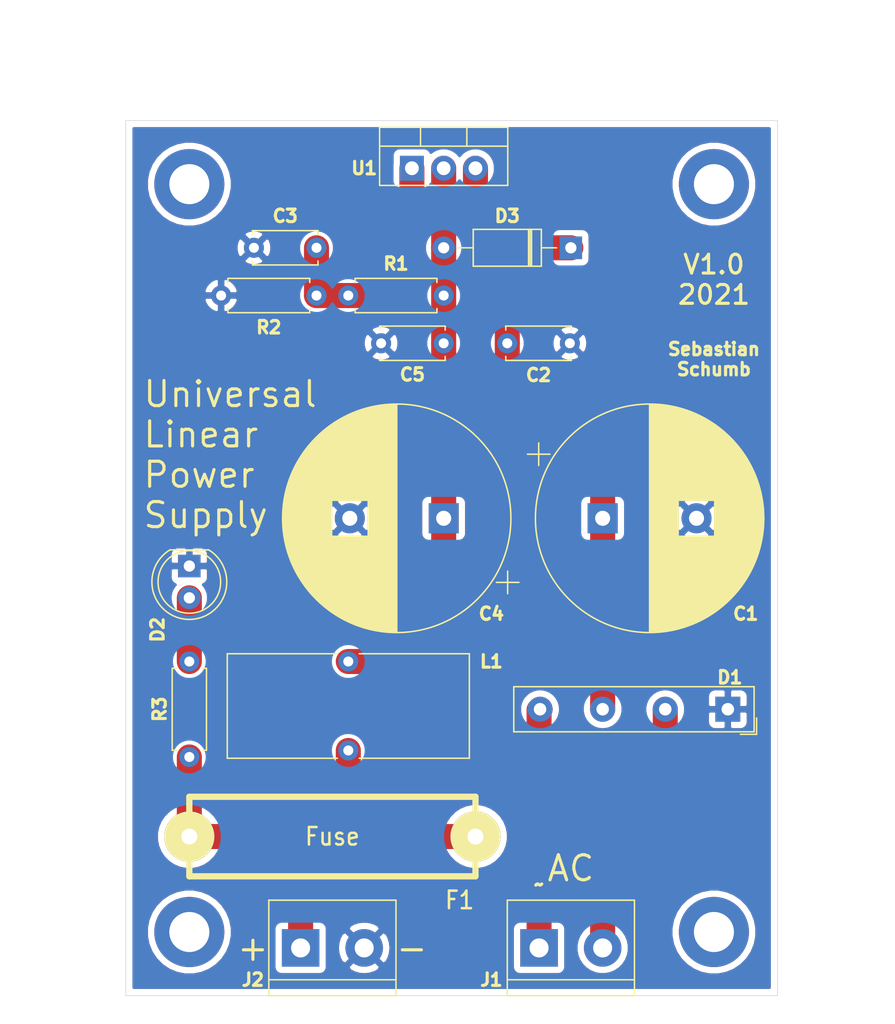
<source format=kicad_pcb>
(kicad_pcb (version 20171130) (host pcbnew 5.1.10)

  (general
    (thickness 1.6)
    (drawings 13)
    (tracks 32)
    (zones 0)
    (modules 20)
    (nets 10)
  )

  (page A4)
  (layers
    (0 F.Cu signal)
    (31 B.Cu signal)
    (32 B.Adhes user)
    (33 F.Adhes user)
    (34 B.Paste user)
    (35 F.Paste user)
    (36 B.SilkS user)
    (37 F.SilkS user)
    (38 B.Mask user)
    (39 F.Mask user)
    (40 Dwgs.User user)
    (41 Cmts.User user)
    (42 Eco1.User user)
    (43 Eco2.User user)
    (44 Edge.Cuts user)
    (45 Margin user)
    (46 B.CrtYd user)
    (47 F.CrtYd user)
    (48 B.Fab user)
    (49 F.Fab user)
  )

  (setup
    (last_trace_width 0.25)
    (user_trace_width 1)
    (user_trace_width 1.5)
    (user_trace_width 2)
    (trace_clearance 0.2)
    (zone_clearance 0.508)
    (zone_45_only no)
    (trace_min 0.2)
    (via_size 0.8)
    (via_drill 0.4)
    (via_min_size 0.4)
    (via_min_drill 0.3)
    (uvia_size 0.3)
    (uvia_drill 0.1)
    (uvias_allowed no)
    (uvia_min_size 0.2)
    (uvia_min_drill 0.1)
    (edge_width 0.05)
    (segment_width 0.2)
    (pcb_text_width 0.3)
    (pcb_text_size 1.5 1.5)
    (mod_edge_width 0.12)
    (mod_text_size 1 1)
    (mod_text_width 0.15)
    (pad_size 1.524 1.524)
    (pad_drill 0.762)
    (pad_to_mask_clearance 0)
    (aux_axis_origin 0 0)
    (visible_elements FFFFFF7F)
    (pcbplotparams
      (layerselection 0x010fc_ffffffff)
      (usegerberextensions false)
      (usegerberattributes true)
      (usegerberadvancedattributes true)
      (creategerberjobfile true)
      (excludeedgelayer true)
      (linewidth 0.100000)
      (plotframeref false)
      (viasonmask false)
      (mode 1)
      (useauxorigin false)
      (hpglpennumber 1)
      (hpglpenspeed 20)
      (hpglpendiameter 15.000000)
      (psnegative false)
      (psa4output false)
      (plotreference true)
      (plotvalue true)
      (plotinvisibletext false)
      (padsonsilk false)
      (subtractmaskfromsilk false)
      (outputformat 1)
      (mirror false)
      (drillshape 1)
      (scaleselection 1)
      (outputdirectory ""))
  )

  (net 0 "")
  (net 1 GND)
  (net 2 "Net-(C1-Pad1)")
  (net 3 "Net-(C3-Pad1)")
  (net 4 "Net-(C4-Pad1)")
  (net 5 "Net-(D1-Pad2)")
  (net 6 "Net-(D1-Pad4)")
  (net 7 "Net-(D2-Pad2)")
  (net 8 "Net-(F1-Pad1)")
  (net 9 "Net-(F1-Pad2)")

  (net_class Default "This is the default net class."
    (clearance 0.2)
    (trace_width 0.25)
    (via_dia 0.8)
    (via_drill 0.4)
    (uvia_dia 0.3)
    (uvia_drill 0.1)
    (add_net GND)
    (add_net "Net-(C1-Pad1)")
    (add_net "Net-(C3-Pad1)")
    (add_net "Net-(C4-Pad1)")
    (add_net "Net-(D1-Pad2)")
    (add_net "Net-(D1-Pad4)")
    (add_net "Net-(D2-Pad2)")
    (add_net "Net-(F1-Pad1)")
    (add_net "Net-(F1-Pad2)")
  )

  (module MountingHole:MountingHole_3.2mm_M3_DIN965_Pad (layer F.Cu) (tedit 56D1B4CB) (tstamp 6145B0B8)
    (at 118.11 121.92)
    (descr "Mounting Hole 3.2mm, M3, DIN965")
    (tags "mounting hole 3.2mm m3 din965")
    (attr virtual)
    (fp_text reference REF** (at 0 -3.8) (layer F.SilkS) hide
      (effects (font (size 1 1) (thickness 0.25)))
    )
    (fp_text value MountingHole_3.2mm_M3_DIN965_Pad (at 0 3.8) (layer F.Fab)
      (effects (font (size 1 1) (thickness 0.25)))
    )
    (fp_circle (center 0 0) (end 3.05 0) (layer F.CrtYd) (width 0.05))
    (fp_circle (center 0 0) (end 2.8 0) (layer Cmts.User) (width 0.15))
    (fp_text user %R (at 0.3 0) (layer F.Fab)
      (effects (font (size 1 1) (thickness 0.25)))
    )
    (pad 1 thru_hole circle (at 0 0) (size 5.6 5.6) (drill 3.2) (layers *.Cu *.Mask))
  )

  (module MountingHole:MountingHole_3.2mm_M3_DIN965_Pad (layer F.Cu) (tedit 56D1B4CB) (tstamp 6145B071)
    (at 160.02 121.92)
    (descr "Mounting Hole 3.2mm, M3, DIN965")
    (tags "mounting hole 3.2mm m3 din965")
    (attr virtual)
    (fp_text reference REF** (at 0 -3.8) (layer F.SilkS) hide
      (effects (font (size 1 1) (thickness 0.25)))
    )
    (fp_text value MountingHole_3.2mm_M3_DIN965_Pad (at 0 3.8) (layer F.Fab)
      (effects (font (size 1 1) (thickness 0.25)))
    )
    (fp_circle (center 0 0) (end 2.8 0) (layer Cmts.User) (width 0.15))
    (fp_circle (center 0 0) (end 3.05 0) (layer F.CrtYd) (width 0.05))
    (fp_text user %R (at 0.3 0) (layer F.Fab)
      (effects (font (size 1 1) (thickness 0.25)))
    )
    (pad 1 thru_hole circle (at 0 0) (size 5.6 5.6) (drill 3.2) (layers *.Cu *.Mask))
  )

  (module MountingHole:MountingHole_3.2mm_M3_DIN965_Pad (layer F.Cu) (tedit 56D1B4CB) (tstamp 6145B054)
    (at 118.11 62.23)
    (descr "Mounting Hole 3.2mm, M3, DIN965")
    (tags "mounting hole 3.2mm m3 din965")
    (attr virtual)
    (fp_text reference REF** (at 0 -3.8) (layer F.SilkS) hide
      (effects (font (size 1 1) (thickness 0.25)))
    )
    (fp_text value MountingHole_3.2mm_M3_DIN965_Pad (at 0 3.8) (layer F.Fab)
      (effects (font (size 1 1) (thickness 0.25)))
    )
    (fp_circle (center 0 0) (end 2.8 0) (layer Cmts.User) (width 0.15))
    (fp_circle (center 0 0) (end 3.05 0) (layer F.CrtYd) (width 0.05))
    (fp_text user %R (at 0.3 0) (layer F.Fab)
      (effects (font (size 1 1) (thickness 0.25)))
    )
    (pad 1 thru_hole circle (at 0 0) (size 5.6 5.6) (drill 3.2) (layers *.Cu *.Mask))
  )

  (module MountingHole:MountingHole_3.2mm_M3_DIN965_Pad (layer F.Cu) (tedit 56D1B4CB) (tstamp 6145B037)
    (at 160.02 62.23)
    (descr "Mounting Hole 3.2mm, M3, DIN965")
    (tags "mounting hole 3.2mm m3 din965")
    (attr virtual)
    (fp_text reference REF** (at 0 -3.8) (layer F.SilkS) hide
      (effects (font (size 1 1) (thickness 0.25)))
    )
    (fp_text value MountingHole_3.2mm_M3_DIN965_Pad (at 0 3.8) (layer F.Fab)
      (effects (font (size 1 1) (thickness 0.25)))
    )
    (fp_circle (center 0 0) (end 2.8 0) (layer Cmts.User) (width 0.15))
    (fp_circle (center 0 0) (end 3.05 0) (layer F.CrtYd) (width 0.05))
    (fp_text user %R (at 0.3 0) (layer F.Fab)
      (effects (font (size 1 1) (thickness 0.25)))
    )
    (pad 1 thru_hole circle (at 0 0) (size 5.6 5.6) (drill 3.2) (layers *.Cu *.Mask))
  )

  (module Capacitor_THT:C_Disc_D5.0mm_W2.5mm_P5.00mm (layer F.Cu) (tedit 5AE50EF0) (tstamp 6145A0FF)
    (at 128.27 67.31 180)
    (descr "C, Disc series, Radial, pin pitch=5.00mm, , diameter*width=5*2.5mm^2, Capacitor, http://cdn-reichelt.de/documents/datenblatt/B300/DS_KERKO_TC.pdf")
    (tags "C Disc series Radial pin pitch 5.00mm  diameter 5mm width 2.5mm Capacitor")
    (path /614522B1)
    (fp_text reference C3 (at 2.5 2.54) (layer F.SilkS)
      (effects (font (size 1 1) (thickness 0.25)))
    )
    (fp_text value C (at 2.5 2.5) (layer F.Fab)
      (effects (font (size 1 1) (thickness 0.25)))
    )
    (fp_line (start 0 -1.25) (end 0 1.25) (layer F.Fab) (width 0.1))
    (fp_line (start 0 1.25) (end 5 1.25) (layer F.Fab) (width 0.1))
    (fp_line (start 5 1.25) (end 5 -1.25) (layer F.Fab) (width 0.1))
    (fp_line (start 5 -1.25) (end 0 -1.25) (layer F.Fab) (width 0.1))
    (fp_line (start -0.12 -1.37) (end 5.12 -1.37) (layer F.SilkS) (width 0.12))
    (fp_line (start -0.12 1.37) (end 5.12 1.37) (layer F.SilkS) (width 0.12))
    (fp_line (start -0.12 -1.37) (end -0.12 -1.055) (layer F.SilkS) (width 0.12))
    (fp_line (start -0.12 1.055) (end -0.12 1.37) (layer F.SilkS) (width 0.12))
    (fp_line (start 5.12 -1.37) (end 5.12 -1.055) (layer F.SilkS) (width 0.12))
    (fp_line (start 5.12 1.055) (end 5.12 1.37) (layer F.SilkS) (width 0.12))
    (fp_line (start -1.05 -1.5) (end -1.05 1.5) (layer F.CrtYd) (width 0.05))
    (fp_line (start -1.05 1.5) (end 6.05 1.5) (layer F.CrtYd) (width 0.05))
    (fp_line (start 6.05 1.5) (end 6.05 -1.5) (layer F.CrtYd) (width 0.05))
    (fp_line (start 6.05 -1.5) (end -1.05 -1.5) (layer F.CrtYd) (width 0.05))
    (fp_text user %R (at 2.5 0) (layer F.Fab)
      (effects (font (size 1 1) (thickness 0.25)))
    )
    (pad 2 thru_hole circle (at 5 0 180) (size 1.6 1.6) (drill 0.8) (layers *.Cu *.Mask)
      (net 1 GND))
    (pad 1 thru_hole circle (at 0 0 180) (size 1.6 1.6) (drill 0.8) (layers *.Cu *.Mask)
      (net 3 "Net-(C3-Pad1)"))
    (model ${KISYS3DMOD}/Capacitor_THT.3dshapes/C_Disc_D5.0mm_W2.5mm_P5.00mm.wrl
      (at (xyz 0 0 0))
      (scale (xyz 1 1 1))
      (rotate (xyz 0 0 0))
    )
  )

  (module Capacitor_THT:C_Disc_D5.0mm_W2.5mm_P5.00mm (layer F.Cu) (tedit 5AE50EF0) (tstamp 6145A069)
    (at 143.51 74.93)
    (descr "C, Disc series, Radial, pin pitch=5.00mm, , diameter*width=5*2.5mm^2, Capacitor, http://cdn-reichelt.de/documents/datenblatt/B300/DS_KERKO_TC.pdf")
    (tags "C Disc series Radial pin pitch 5.00mm  diameter 5mm width 2.5mm Capacitor")
    (path /6144EE47)
    (fp_text reference C2 (at 2.5 2.54) (layer F.SilkS)
      (effects (font (size 1 1) (thickness 0.25)))
    )
    (fp_text value C (at 2.5 2.5) (layer F.Fab)
      (effects (font (size 1 1) (thickness 0.25)))
    )
    (fp_line (start 0 -1.25) (end 0 1.25) (layer F.Fab) (width 0.1))
    (fp_line (start 0 1.25) (end 5 1.25) (layer F.Fab) (width 0.1))
    (fp_line (start 5 1.25) (end 5 -1.25) (layer F.Fab) (width 0.1))
    (fp_line (start 5 -1.25) (end 0 -1.25) (layer F.Fab) (width 0.1))
    (fp_line (start -0.12 -1.37) (end 5.12 -1.37) (layer F.SilkS) (width 0.12))
    (fp_line (start -0.12 1.37) (end 5.12 1.37) (layer F.SilkS) (width 0.12))
    (fp_line (start -0.12 -1.37) (end -0.12 -1.055) (layer F.SilkS) (width 0.12))
    (fp_line (start -0.12 1.055) (end -0.12 1.37) (layer F.SilkS) (width 0.12))
    (fp_line (start 5.12 -1.37) (end 5.12 -1.055) (layer F.SilkS) (width 0.12))
    (fp_line (start 5.12 1.055) (end 5.12 1.37) (layer F.SilkS) (width 0.12))
    (fp_line (start -1.05 -1.5) (end -1.05 1.5) (layer F.CrtYd) (width 0.05))
    (fp_line (start -1.05 1.5) (end 6.05 1.5) (layer F.CrtYd) (width 0.05))
    (fp_line (start 6.05 1.5) (end 6.05 -1.5) (layer F.CrtYd) (width 0.05))
    (fp_line (start 6.05 -1.5) (end -1.05 -1.5) (layer F.CrtYd) (width 0.05))
    (fp_text user %R (at 2.5 0) (layer F.Fab)
      (effects (font (size 1 1) (thickness 0.25)))
    )
    (pad 2 thru_hole circle (at 5 0) (size 1.6 1.6) (drill 0.8) (layers *.Cu *.Mask)
      (net 1 GND))
    (pad 1 thru_hole circle (at 0 0) (size 1.6 1.6) (drill 0.8) (layers *.Cu *.Mask)
      (net 2 "Net-(C1-Pad1)"))
    (model ${KISYS3DMOD}/Capacitor_THT.3dshapes/C_Disc_D5.0mm_W2.5mm_P5.00mm.wrl
      (at (xyz 0 0 0))
      (scale (xyz 1 1 1))
      (rotate (xyz 0 0 0))
    )
  )

  (module Inductor_THT:L_Toroid_Vertical_L19.1mm_W8.1mm_P7.10mm_Bourns_5700 (layer F.Cu) (tedit 5AE59B06) (tstamp 61456C4D)
    (at 130.81 100.33)
    (descr "L_Toroid, Vertical series, Radial, pin pitch=7.10mm, , length*width=19.1*8.1mm^2, Bourns, 5700, http://www.bourns.com/docs/Product-Datasheets/5700_series.pdf")
    (tags "L_Toroid Vertical series Radial pin pitch 7.10mm  length 19.1mm width 8.1mm Bourns 5700")
    (path /614535B4)
    (fp_text reference L1 (at 11.43 0) (layer F.SilkS)
      (effects (font (size 1 1) (thickness 0.25)))
    )
    (fp_text value "TLC 1,0A-100µ" (at 0 9.15) (layer F.Fab)
      (effects (font (size 1 1) (thickness 0.25)))
    )
    (fp_line (start -9.55 -0.5) (end -9.55 7.6) (layer F.Fab) (width 0.1))
    (fp_line (start -9.55 7.6) (end 9.55 7.6) (layer F.Fab) (width 0.1))
    (fp_line (start 9.55 7.6) (end 9.55 -0.5) (layer F.Fab) (width 0.1))
    (fp_line (start 9.55 -0.5) (end -9.55 -0.5) (layer F.Fab) (width 0.1))
    (fp_line (start -9.55 -0.5) (end -8.595 7.6) (layer F.Fab) (width 0.1))
    (fp_line (start -7.64 -0.5) (end -6.685 7.6) (layer F.Fab) (width 0.1))
    (fp_line (start -5.73 -0.5) (end -4.775 7.6) (layer F.Fab) (width 0.1))
    (fp_line (start -3.82 -0.5) (end -2.865 7.6) (layer F.Fab) (width 0.1))
    (fp_line (start -1.91 -0.5) (end -0.955 7.6) (layer F.Fab) (width 0.1))
    (fp_line (start 0 -0.5) (end 0.955 7.6) (layer F.Fab) (width 0.1))
    (fp_line (start 1.91 -0.5) (end 2.865 7.6) (layer F.Fab) (width 0.1))
    (fp_line (start 3.82 -0.5) (end 4.775 7.6) (layer F.Fab) (width 0.1))
    (fp_line (start 5.73 -0.5) (end 6.685 7.6) (layer F.Fab) (width 0.1))
    (fp_line (start 7.64 -0.5) (end 8.595 7.6) (layer F.Fab) (width 0.1))
    (fp_line (start -9.67 -0.62) (end -0.875 -0.62) (layer F.SilkS) (width 0.12))
    (fp_line (start 0.875 -0.62) (end 9.67 -0.62) (layer F.SilkS) (width 0.12))
    (fp_line (start -9.67 7.72) (end -0.875 7.72) (layer F.SilkS) (width 0.12))
    (fp_line (start 0.875 7.72) (end 9.67 7.72) (layer F.SilkS) (width 0.12))
    (fp_line (start -9.67 -0.62) (end -9.67 7.72) (layer F.SilkS) (width 0.12))
    (fp_line (start 9.67 -0.62) (end 9.67 7.72) (layer F.SilkS) (width 0.12))
    (fp_line (start -9.8 -1.05) (end -9.8 8.15) (layer F.CrtYd) (width 0.05))
    (fp_line (start -9.8 8.15) (end 9.8 8.15) (layer F.CrtYd) (width 0.05))
    (fp_line (start 9.8 8.15) (end 9.8 -1.05) (layer F.CrtYd) (width 0.05))
    (fp_line (start 9.8 -1.05) (end -9.8 -1.05) (layer F.CrtYd) (width 0.05))
    (fp_text user %R (at 3.55 0) (layer F.Fab)
      (effects (font (size 1 1) (thickness 0.25)))
    )
    (pad 2 thru_hole circle (at 0 7.1) (size 1.6 1.6) (drill 0.8) (layers *.Cu *.Mask)
      (net 9 "Net-(F1-Pad2)"))
    (pad 1 thru_hole circle (at 0 0) (size 1.6 1.6) (drill 0.8) (layers *.Cu *.Mask)
      (net 4 "Net-(C4-Pad1)"))
    (model ${KISYS3DMOD}/Inductor_THT.3dshapes/L_Toroid_Vertical_L19.1mm_W8.1mm_P7.10mm_Bourns_5700.wrl
      (at (xyz 0 0 0))
      (scale (xyz 1 1 1))
      (rotate (xyz 0 0 0))
    )
  )

  (module Diode_THT:D_A-405_P10.16mm_Horizontal (layer F.Cu) (tedit 5AE50CD5) (tstamp 6145A0AF)
    (at 148.59 67.31 180)
    (descr "Diode, A-405 series, Axial, Horizontal, pin pitch=10.16mm, , length*diameter=5.2*2.7mm^2, , http://www.diodes.com/_files/packages/A-405.pdf")
    (tags "Diode A-405 series Axial Horizontal pin pitch 10.16mm  length 5.2mm diameter 2.7mm")
    (path /6145757C)
    (fp_text reference D3 (at 5.08 2.54) (layer F.SilkS)
      (effects (font (size 1 1) (thickness 0.25)))
    )
    (fp_text value D (at 5.08 2.47) (layer F.Fab)
      (effects (font (size 1 1) (thickness 0.25)))
    )
    (fp_line (start 2.48 -1.35) (end 2.48 1.35) (layer F.Fab) (width 0.1))
    (fp_line (start 2.48 1.35) (end 7.68 1.35) (layer F.Fab) (width 0.1))
    (fp_line (start 7.68 1.35) (end 7.68 -1.35) (layer F.Fab) (width 0.1))
    (fp_line (start 7.68 -1.35) (end 2.48 -1.35) (layer F.Fab) (width 0.1))
    (fp_line (start 0 0) (end 2.48 0) (layer F.Fab) (width 0.1))
    (fp_line (start 10.16 0) (end 7.68 0) (layer F.Fab) (width 0.1))
    (fp_line (start 3.26 -1.35) (end 3.26 1.35) (layer F.Fab) (width 0.1))
    (fp_line (start 3.36 -1.35) (end 3.36 1.35) (layer F.Fab) (width 0.1))
    (fp_line (start 3.16 -1.35) (end 3.16 1.35) (layer F.Fab) (width 0.1))
    (fp_line (start 2.36 -1.47) (end 2.36 1.47) (layer F.SilkS) (width 0.12))
    (fp_line (start 2.36 1.47) (end 7.8 1.47) (layer F.SilkS) (width 0.12))
    (fp_line (start 7.8 1.47) (end 7.8 -1.47) (layer F.SilkS) (width 0.12))
    (fp_line (start 7.8 -1.47) (end 2.36 -1.47) (layer F.SilkS) (width 0.12))
    (fp_line (start 1.14 0) (end 2.36 0) (layer F.SilkS) (width 0.12))
    (fp_line (start 9.02 0) (end 7.8 0) (layer F.SilkS) (width 0.12))
    (fp_line (start 3.26 -1.47) (end 3.26 1.47) (layer F.SilkS) (width 0.12))
    (fp_line (start 3.38 -1.47) (end 3.38 1.47) (layer F.SilkS) (width 0.12))
    (fp_line (start 3.14 -1.47) (end 3.14 1.47) (layer F.SilkS) (width 0.12))
    (fp_line (start -1.15 -1.6) (end -1.15 1.6) (layer F.CrtYd) (width 0.05))
    (fp_line (start -1.15 1.6) (end 11.31 1.6) (layer F.CrtYd) (width 0.05))
    (fp_line (start 11.31 1.6) (end 11.31 -1.6) (layer F.CrtYd) (width 0.05))
    (fp_line (start 11.31 -1.6) (end -1.15 -1.6) (layer F.CrtYd) (width 0.05))
    (fp_text user K (at 0 -1.9) (layer F.SilkS) hide
      (effects (font (size 1 1) (thickness 0.25)))
    )
    (fp_text user K (at 0 -1.9) (layer F.Fab)
      (effects (font (size 1 1) (thickness 0.25)))
    )
    (fp_text user %R (at 5.47 0) (layer F.Fab)
      (effects (font (size 1 1) (thickness 0.25)))
    )
    (pad 2 thru_hole oval (at 10.16 0 180) (size 1.8 1.8) (drill 0.9) (layers *.Cu *.Mask)
      (net 4 "Net-(C4-Pad1)"))
    (pad 1 thru_hole rect (at 0 0 180) (size 1.8 1.8) (drill 0.9) (layers *.Cu *.Mask)
      (net 2 "Net-(C1-Pad1)"))
    (model ${KISYS3DMOD}/Diode_THT.3dshapes/D_A-405_P10.16mm_Horizontal.wrl
      (at (xyz 0 0 0))
      (scale (xyz 1 1 1))
      (rotate (xyz 0 0 0))
    )
  )

  (module Package_TO_SOT_THT:TO-220-3_Vertical (layer F.Cu) (tedit 5AC8BA0D) (tstamp 6145A140)
    (at 135.89 60.96)
    (descr "TO-220-3, Vertical, RM 2.54mm, see https://www.vishay.com/docs/66542/to-220-1.pdf")
    (tags "TO-220-3 Vertical RM 2.54mm")
    (path /6144C566)
    (fp_text reference U1 (at -3.81 0) (layer F.SilkS)
      (effects (font (size 1 1) (thickness 0.25)))
    )
    (fp_text value LM350_TO220 (at 2.54 2.5) (layer F.Fab)
      (effects (font (size 1 1) (thickness 0.25)))
    )
    (fp_line (start -2.46 -3.15) (end -2.46 1.25) (layer F.Fab) (width 0.1))
    (fp_line (start -2.46 1.25) (end 7.54 1.25) (layer F.Fab) (width 0.1))
    (fp_line (start 7.54 1.25) (end 7.54 -3.15) (layer F.Fab) (width 0.1))
    (fp_line (start 7.54 -3.15) (end -2.46 -3.15) (layer F.Fab) (width 0.1))
    (fp_line (start -2.46 -1.88) (end 7.54 -1.88) (layer F.Fab) (width 0.1))
    (fp_line (start 0.69 -3.15) (end 0.69 -1.88) (layer F.Fab) (width 0.1))
    (fp_line (start 4.39 -3.15) (end 4.39 -1.88) (layer F.Fab) (width 0.1))
    (fp_line (start -2.58 -3.27) (end 7.66 -3.27) (layer F.SilkS) (width 0.12))
    (fp_line (start -2.58 1.371) (end 7.66 1.371) (layer F.SilkS) (width 0.12))
    (fp_line (start -2.58 -3.27) (end -2.58 1.371) (layer F.SilkS) (width 0.12))
    (fp_line (start 7.66 -3.27) (end 7.66 1.371) (layer F.SilkS) (width 0.12))
    (fp_line (start -2.58 -1.76) (end 7.66 -1.76) (layer F.SilkS) (width 0.12))
    (fp_line (start 0.69 -3.27) (end 0.69 -1.76) (layer F.SilkS) (width 0.12))
    (fp_line (start 4.391 -3.27) (end 4.391 -1.76) (layer F.SilkS) (width 0.12))
    (fp_line (start -2.71 -3.4) (end -2.71 1.51) (layer F.CrtYd) (width 0.05))
    (fp_line (start -2.71 1.51) (end 7.79 1.51) (layer F.CrtYd) (width 0.05))
    (fp_line (start 7.79 1.51) (end 7.79 -3.4) (layer F.CrtYd) (width 0.05))
    (fp_line (start 7.79 -3.4) (end -2.71 -3.4) (layer F.CrtYd) (width 0.05))
    (fp_text user %R (at -3.81 0) (layer F.Fab)
      (effects (font (size 1 1) (thickness 0.25)))
    )
    (pad 3 thru_hole oval (at 5.08 0) (size 1.905 2) (drill 1.1) (layers *.Cu *.Mask)
      (net 2 "Net-(C1-Pad1)"))
    (pad 2 thru_hole oval (at 2.54 0) (size 1.905 2) (drill 1.1) (layers *.Cu *.Mask)
      (net 4 "Net-(C4-Pad1)"))
    (pad 1 thru_hole rect (at 0 0) (size 1.905 2) (drill 1.1) (layers *.Cu *.Mask)
      (net 3 "Net-(C3-Pad1)"))
    (model ${KISYS3DMOD}/Package_TO_SOT_THT.3dshapes/TO-220-3_Vertical.wrl
      (at (xyz 0 0 0))
      (scale (xyz 1 1 1))
      (rotate (xyz 0 0 0))
    )
  )

  (module Resistor_THT:R_Axial_DIN0207_L6.3mm_D2.5mm_P7.62mm_Horizontal (layer F.Cu) (tedit 5AE5139B) (tstamp 61459EAC)
    (at 118.11 107.95 90)
    (descr "Resistor, Axial_DIN0207 series, Axial, Horizontal, pin pitch=7.62mm, 0.25W = 1/4W, length*diameter=6.3*2.5mm^2, http://cdn-reichelt.de/documents/datenblatt/B400/1_4W%23YAG.pdf")
    (tags "Resistor Axial_DIN0207 series Axial Horizontal pin pitch 7.62mm 0.25W = 1/4W length 6.3mm diameter 2.5mm")
    (path /614553A4)
    (fp_text reference R3 (at 3.81 -2.37 90) (layer F.SilkS)
      (effects (font (size 1 1) (thickness 0.25)))
    )
    (fp_text value R (at 3.81 2.37 90) (layer F.Fab)
      (effects (font (size 1 1) (thickness 0.25)))
    )
    (fp_line (start 0.66 -1.25) (end 0.66 1.25) (layer F.Fab) (width 0.1))
    (fp_line (start 0.66 1.25) (end 6.96 1.25) (layer F.Fab) (width 0.1))
    (fp_line (start 6.96 1.25) (end 6.96 -1.25) (layer F.Fab) (width 0.1))
    (fp_line (start 6.96 -1.25) (end 0.66 -1.25) (layer F.Fab) (width 0.1))
    (fp_line (start 0 0) (end 0.66 0) (layer F.Fab) (width 0.1))
    (fp_line (start 7.62 0) (end 6.96 0) (layer F.Fab) (width 0.1))
    (fp_line (start 0.54 -1.04) (end 0.54 -1.37) (layer F.SilkS) (width 0.12))
    (fp_line (start 0.54 -1.37) (end 7.08 -1.37) (layer F.SilkS) (width 0.12))
    (fp_line (start 7.08 -1.37) (end 7.08 -1.04) (layer F.SilkS) (width 0.12))
    (fp_line (start 0.54 1.04) (end 0.54 1.37) (layer F.SilkS) (width 0.12))
    (fp_line (start 0.54 1.37) (end 7.08 1.37) (layer F.SilkS) (width 0.12))
    (fp_line (start 7.08 1.37) (end 7.08 1.04) (layer F.SilkS) (width 0.12))
    (fp_line (start -1.05 -1.5) (end -1.05 1.5) (layer F.CrtYd) (width 0.05))
    (fp_line (start -1.05 1.5) (end 8.67 1.5) (layer F.CrtYd) (width 0.05))
    (fp_line (start 8.67 1.5) (end 8.67 -1.5) (layer F.CrtYd) (width 0.05))
    (fp_line (start 8.67 -1.5) (end -1.05 -1.5) (layer F.CrtYd) (width 0.05))
    (fp_text user %R (at 3.81 0 90) (layer F.Fab)
      (effects (font (size 1 1) (thickness 0.25)))
    )
    (pad 2 thru_hole oval (at 7.62 0 90) (size 1.6 1.6) (drill 0.8) (layers *.Cu *.Mask)
      (net 7 "Net-(D2-Pad2)"))
    (pad 1 thru_hole circle (at 0 0 90) (size 1.6 1.6) (drill 0.8) (layers *.Cu *.Mask)
      (net 8 "Net-(F1-Pad1)"))
    (model ${KISYS3DMOD}/Resistor_THT.3dshapes/R_Axial_DIN0207_L6.3mm_D2.5mm_P7.62mm_Horizontal.wrl
      (at (xyz 0 0 0))
      (scale (xyz 1 1 1))
      (rotate (xyz 0 0 0))
    )
  )

  (module Resistor_THT:R_Axial_DIN0207_L6.3mm_D2.5mm_P7.62mm_Horizontal (layer F.Cu) (tedit 5AE5139B) (tstamp 6145A188)
    (at 128.27 71.12 180)
    (descr "Resistor, Axial_DIN0207 series, Axial, Horizontal, pin pitch=7.62mm, 0.25W = 1/4W, length*diameter=6.3*2.5mm^2, http://cdn-reichelt.de/documents/datenblatt/B400/1_4W%23YAG.pdf")
    (tags "Resistor Axial_DIN0207 series Axial Horizontal pin pitch 7.62mm 0.25W = 1/4W length 6.3mm diameter 2.5mm")
    (path /6144FB60)
    (fp_text reference R2 (at 3.81 -2.54) (layer F.SilkS)
      (effects (font (size 1 1) (thickness 0.25)))
    )
    (fp_text value R (at 3.81 2.37) (layer F.Fab)
      (effects (font (size 1 1) (thickness 0.25)))
    )
    (fp_line (start 0.66 -1.25) (end 0.66 1.25) (layer F.Fab) (width 0.1))
    (fp_line (start 0.66 1.25) (end 6.96 1.25) (layer F.Fab) (width 0.1))
    (fp_line (start 6.96 1.25) (end 6.96 -1.25) (layer F.Fab) (width 0.1))
    (fp_line (start 6.96 -1.25) (end 0.66 -1.25) (layer F.Fab) (width 0.1))
    (fp_line (start 0 0) (end 0.66 0) (layer F.Fab) (width 0.1))
    (fp_line (start 7.62 0) (end 6.96 0) (layer F.Fab) (width 0.1))
    (fp_line (start 0.54 -1.04) (end 0.54 -1.37) (layer F.SilkS) (width 0.12))
    (fp_line (start 0.54 -1.37) (end 7.08 -1.37) (layer F.SilkS) (width 0.12))
    (fp_line (start 7.08 -1.37) (end 7.08 -1.04) (layer F.SilkS) (width 0.12))
    (fp_line (start 0.54 1.04) (end 0.54 1.37) (layer F.SilkS) (width 0.12))
    (fp_line (start 0.54 1.37) (end 7.08 1.37) (layer F.SilkS) (width 0.12))
    (fp_line (start 7.08 1.37) (end 7.08 1.04) (layer F.SilkS) (width 0.12))
    (fp_line (start -1.05 -1.5) (end -1.05 1.5) (layer F.CrtYd) (width 0.05))
    (fp_line (start -1.05 1.5) (end 8.67 1.5) (layer F.CrtYd) (width 0.05))
    (fp_line (start 8.67 1.5) (end 8.67 -1.5) (layer F.CrtYd) (width 0.05))
    (fp_line (start 8.67 -1.5) (end -1.05 -1.5) (layer F.CrtYd) (width 0.05))
    (fp_text user %R (at 3.81 0) (layer F.Fab)
      (effects (font (size 1 1) (thickness 0.25)))
    )
    (pad 2 thru_hole oval (at 7.62 0 180) (size 1.6 1.6) (drill 0.8) (layers *.Cu *.Mask)
      (net 1 GND))
    (pad 1 thru_hole circle (at 0 0 180) (size 1.6 1.6) (drill 0.8) (layers *.Cu *.Mask)
      (net 3 "Net-(C3-Pad1)"))
    (model ${KISYS3DMOD}/Resistor_THT.3dshapes/R_Axial_DIN0207_L6.3mm_D2.5mm_P7.62mm_Horizontal.wrl
      (at (xyz 0 0 0))
      (scale (xyz 1 1 1))
      (rotate (xyz 0 0 0))
    )
  )

  (module Resistor_THT:R_Axial_DIN0207_L6.3mm_D2.5mm_P7.62mm_Horizontal (layer F.Cu) (tedit 5AE5139B) (tstamp 6145A1CA)
    (at 138.43 71.12 180)
    (descr "Resistor, Axial_DIN0207 series, Axial, Horizontal, pin pitch=7.62mm, 0.25W = 1/4W, length*diameter=6.3*2.5mm^2, http://cdn-reichelt.de/documents/datenblatt/B400/1_4W%23YAG.pdf")
    (tags "Resistor Axial_DIN0207 series Axial Horizontal pin pitch 7.62mm 0.25W = 1/4W length 6.3mm diameter 2.5mm")
    (path /6144F5DA)
    (fp_text reference R1 (at 3.81 2.54) (layer F.SilkS)
      (effects (font (size 1 1) (thickness 0.25)))
    )
    (fp_text value R (at 3.81 2.37) (layer F.Fab)
      (effects (font (size 1 1) (thickness 0.25)))
    )
    (fp_line (start 0.66 -1.25) (end 0.66 1.25) (layer F.Fab) (width 0.1))
    (fp_line (start 0.66 1.25) (end 6.96 1.25) (layer F.Fab) (width 0.1))
    (fp_line (start 6.96 1.25) (end 6.96 -1.25) (layer F.Fab) (width 0.1))
    (fp_line (start 6.96 -1.25) (end 0.66 -1.25) (layer F.Fab) (width 0.1))
    (fp_line (start 0 0) (end 0.66 0) (layer F.Fab) (width 0.1))
    (fp_line (start 7.62 0) (end 6.96 0) (layer F.Fab) (width 0.1))
    (fp_line (start 0.54 -1.04) (end 0.54 -1.37) (layer F.SilkS) (width 0.12))
    (fp_line (start 0.54 -1.37) (end 7.08 -1.37) (layer F.SilkS) (width 0.12))
    (fp_line (start 7.08 -1.37) (end 7.08 -1.04) (layer F.SilkS) (width 0.12))
    (fp_line (start 0.54 1.04) (end 0.54 1.37) (layer F.SilkS) (width 0.12))
    (fp_line (start 0.54 1.37) (end 7.08 1.37) (layer F.SilkS) (width 0.12))
    (fp_line (start 7.08 1.37) (end 7.08 1.04) (layer F.SilkS) (width 0.12))
    (fp_line (start -1.05 -1.5) (end -1.05 1.5) (layer F.CrtYd) (width 0.05))
    (fp_line (start -1.05 1.5) (end 8.67 1.5) (layer F.CrtYd) (width 0.05))
    (fp_line (start 8.67 1.5) (end 8.67 -1.5) (layer F.CrtYd) (width 0.05))
    (fp_line (start 8.67 -1.5) (end -1.05 -1.5) (layer F.CrtYd) (width 0.05))
    (fp_text user %R (at 3.81 0) (layer F.Fab)
      (effects (font (size 1 1) (thickness 0.25)))
    )
    (pad 2 thru_hole oval (at 7.62 0 180) (size 1.6 1.6) (drill 0.8) (layers *.Cu *.Mask)
      (net 3 "Net-(C3-Pad1)"))
    (pad 1 thru_hole circle (at 0 0 180) (size 1.6 1.6) (drill 0.8) (layers *.Cu *.Mask)
      (net 4 "Net-(C4-Pad1)"))
    (model ${KISYS3DMOD}/Resistor_THT.3dshapes/R_Axial_DIN0207_L6.3mm_D2.5mm_P7.62mm_Horizontal.wrl
      (at (xyz 0 0 0))
      (scale (xyz 1 1 1))
      (rotate (xyz 0 0 0))
    )
  )

  (module TerminalBlock:TerminalBlock_bornier-2_P5.08mm (layer F.Cu) (tedit 59FF03AB) (tstamp 61459F73)
    (at 127 123.19)
    (descr "simple 2-pin terminal block, pitch 5.08mm, revamped version of bornier2")
    (tags "terminal block bornier2")
    (path /6146881F)
    (fp_text reference J2 (at -3.81 2.54) (layer F.SilkS)
      (effects (font (size 1 1) (thickness 0.25)))
    )
    (fp_text value Conn_01x02 (at 2.54 5.08) (layer F.Fab)
      (effects (font (size 1 1) (thickness 0.25)))
    )
    (fp_line (start -2.41 2.55) (end 7.49 2.55) (layer F.Fab) (width 0.1))
    (fp_line (start -2.46 -3.75) (end -2.46 3.75) (layer F.Fab) (width 0.1))
    (fp_line (start -2.46 3.75) (end 7.54 3.75) (layer F.Fab) (width 0.1))
    (fp_line (start 7.54 3.75) (end 7.54 -3.75) (layer F.Fab) (width 0.1))
    (fp_line (start 7.54 -3.75) (end -2.46 -3.75) (layer F.Fab) (width 0.1))
    (fp_line (start 7.62 2.54) (end -2.54 2.54) (layer F.SilkS) (width 0.12))
    (fp_line (start 7.62 3.81) (end 7.62 -3.81) (layer F.SilkS) (width 0.12))
    (fp_line (start 7.62 -3.81) (end -2.54 -3.81) (layer F.SilkS) (width 0.12))
    (fp_line (start -2.54 -3.81) (end -2.54 3.81) (layer F.SilkS) (width 0.12))
    (fp_line (start -2.54 3.81) (end 7.62 3.81) (layer F.SilkS) (width 0.12))
    (fp_line (start -2.71 -4) (end 7.79 -4) (layer F.CrtYd) (width 0.05))
    (fp_line (start -2.71 -4) (end -2.71 4) (layer F.CrtYd) (width 0.05))
    (fp_line (start 7.79 4) (end 7.79 -4) (layer F.CrtYd) (width 0.05))
    (fp_line (start 7.79 4) (end -2.71 4) (layer F.CrtYd) (width 0.05))
    (fp_text user %R (at 2.54 0) (layer F.Fab)
      (effects (font (size 1 1) (thickness 0.25)))
    )
    (pad 2 thru_hole circle (at 5.08 0) (size 3 3) (drill 1.52) (layers *.Cu *.Mask)
      (net 1 GND))
    (pad 1 thru_hole rect (at 0 0) (size 3 3) (drill 1.52) (layers *.Cu *.Mask)
      (net 8 "Net-(F1-Pad1)"))
    (model ${KISYS3DMOD}/TerminalBlock.3dshapes/TerminalBlock_bornier-2_P5.08mm.wrl
      (offset (xyz 2.539999961853027 0 0))
      (scale (xyz 1 1 1))
      (rotate (xyz 0 0 0))
    )
  )

  (module TerminalBlock:TerminalBlock_bornier-2_P5.08mm (layer F.Cu) (tedit 59FF03AB) (tstamp 614559DD)
    (at 146.05 123.19)
    (descr "simple 2-pin terminal block, pitch 5.08mm, revamped version of bornier2")
    (tags "terminal block bornier2")
    (path /61466A8B)
    (fp_text reference J1 (at -3.81 2.54) (layer F.SilkS)
      (effects (font (size 1 1) (thickness 0.25)))
    )
    (fp_text value Conn_01x02 (at 2.54 5.08) (layer F.Fab)
      (effects (font (size 1 1) (thickness 0.25)))
    )
    (fp_line (start -2.41 2.55) (end 7.49 2.55) (layer F.Fab) (width 0.1))
    (fp_line (start -2.46 -3.75) (end -2.46 3.75) (layer F.Fab) (width 0.1))
    (fp_line (start -2.46 3.75) (end 7.54 3.75) (layer F.Fab) (width 0.1))
    (fp_line (start 7.54 3.75) (end 7.54 -3.75) (layer F.Fab) (width 0.1))
    (fp_line (start 7.54 -3.75) (end -2.46 -3.75) (layer F.Fab) (width 0.1))
    (fp_line (start 7.62 2.54) (end -2.54 2.54) (layer F.SilkS) (width 0.12))
    (fp_line (start 7.62 3.81) (end 7.62 -3.81) (layer F.SilkS) (width 0.12))
    (fp_line (start 7.62 -3.81) (end -2.54 -3.81) (layer F.SilkS) (width 0.12))
    (fp_line (start -2.54 -3.81) (end -2.54 3.81) (layer F.SilkS) (width 0.12))
    (fp_line (start -2.54 3.81) (end 7.62 3.81) (layer F.SilkS) (width 0.12))
    (fp_line (start -2.71 -4) (end 7.79 -4) (layer F.CrtYd) (width 0.05))
    (fp_line (start -2.71 -4) (end -2.71 4) (layer F.CrtYd) (width 0.05))
    (fp_line (start 7.79 4) (end 7.79 -4) (layer F.CrtYd) (width 0.05))
    (fp_line (start 7.79 4) (end -2.71 4) (layer F.CrtYd) (width 0.05))
    (fp_text user %R (at 2.54 0) (layer F.Fab)
      (effects (font (size 1 1) (thickness 0.25)))
    )
    (pad 2 thru_hole circle (at 5.08 0) (size 3 3) (drill 1.52) (layers *.Cu *.Mask)
      (net 5 "Net-(D1-Pad2)"))
    (pad 1 thru_hole rect (at 0 0) (size 3 3) (drill 1.52) (layers *.Cu *.Mask)
      (net 6 "Net-(D1-Pad4)"))
    (model ${KISYS3DMOD}/TerminalBlock.3dshapes/TerminalBlock_bornier-2_P5.08mm.wrl
      (offset (xyz 2.539999961853027 0 0))
      (scale (xyz 1 1 1))
      (rotate (xyz 0 0 0))
    )
  )

  (module misc:fuse22.5 (layer F.Cu) (tedit 545E9FB3) (tstamp 61459C79)
    (at 129.54 114.3)
    (descr "Resitance 7 pas")
    (tags R)
    (path /61452B8B)
    (autoplace_cost180 10)
    (fp_text reference F1 (at 10.16 5.08) (layer F.SilkS)
      (effects (font (size 1.397 1.27) (thickness 0.2032)))
    )
    (fp_text value Fuse (at 0 0) (layer F.SilkS)
      (effects (font (size 1.397 1.27) (thickness 0.2032)))
    )
    (fp_line (start 11.43 -3.175) (end -11.43 -3.175) (layer F.SilkS) (width 0.5))
    (fp_line (start -11.43 -3.175) (end -11.43 3.175) (layer F.SilkS) (width 0.5))
    (fp_line (start -11.43 3.175) (end 11.43 3.175) (layer F.SilkS) (width 0.5))
    (fp_line (start 11.43 3.175) (end 11.43 -3.175) (layer F.SilkS) (width 0.5))
    (fp_line (start -11.43 -3.175) (end 11.43 -3.175) (layer F.SilkS) (width 0.15))
    (fp_line (start 11.43 -3.175) (end 11.43 3.175) (layer F.SilkS) (width 0.15))
    (pad 1 thru_hole circle (at -11.43 0) (size 4.0005 4.0005) (drill 1.27) (layers *.Cu *.Mask F.SilkS)
      (net 8 "Net-(F1-Pad1)"))
    (pad 2 thru_hole circle (at 11.43 0) (size 4.0005 4.0005) (drill 1.27) (layers *.Cu *.Mask F.SilkS)
      (net 9 "Net-(F1-Pad2)"))
    (model discret/resistor.wrl
      (at (xyz 0 0 0))
      (scale (xyz 0.7 0.7 0.7))
      (rotate (xyz 0 0 0))
    )
  )

  (module LED_THT:LED_D5.0mm (layer F.Cu) (tedit 5995936A) (tstamp 614559BC)
    (at 118.11 92.71 270)
    (descr "LED, diameter 5.0mm, 2 pins, http://cdn-reichelt.de/documents/datenblatt/A500/LL-504BC2E-009.pdf")
    (tags "LED diameter 5.0mm 2 pins")
    (path /61454417)
    (fp_text reference D2 (at 5.08 2.54 90) (layer F.SilkS)
      (effects (font (size 1 1) (thickness 0.25)))
    )
    (fp_text value LED (at 1.27 3.96 90) (layer F.Fab)
      (effects (font (size 1 1) (thickness 0.25)))
    )
    (fp_circle (center 1.27 0) (end 3.77 0) (layer F.Fab) (width 0.1))
    (fp_circle (center 1.27 0) (end 3.77 0) (layer F.SilkS) (width 0.12))
    (fp_line (start -1.23 -1.469694) (end -1.23 1.469694) (layer F.Fab) (width 0.1))
    (fp_line (start -1.29 -1.545) (end -1.29 1.545) (layer F.SilkS) (width 0.12))
    (fp_line (start -1.95 -3.25) (end -1.95 3.25) (layer F.CrtYd) (width 0.05))
    (fp_line (start -1.95 3.25) (end 4.5 3.25) (layer F.CrtYd) (width 0.05))
    (fp_line (start 4.5 3.25) (end 4.5 -3.25) (layer F.CrtYd) (width 0.05))
    (fp_line (start 4.5 -3.25) (end -1.95 -3.25) (layer F.CrtYd) (width 0.05))
    (fp_text user %R (at 1.25 0 90) (layer F.Fab)
      (effects (font (size 0.8 0.8) (thickness 0.2)))
    )
    (fp_arc (start 1.27 0) (end -1.29 1.54483) (angle -148.9) (layer F.SilkS) (width 0.12))
    (fp_arc (start 1.27 0) (end -1.29 -1.54483) (angle 148.9) (layer F.SilkS) (width 0.12))
    (fp_arc (start 1.27 0) (end -1.23 -1.469694) (angle 299.1) (layer F.Fab) (width 0.1))
    (pad 2 thru_hole circle (at 2.54 0 270) (size 1.8 1.8) (drill 0.9) (layers *.Cu *.Mask)
      (net 7 "Net-(D2-Pad2)"))
    (pad 1 thru_hole rect (at 0 0 270) (size 1.8 1.8) (drill 0.9) (layers *.Cu *.Mask)
      (net 1 GND))
    (model ${KISYS3DMOD}/LED_THT.3dshapes/LED_D5.0mm.wrl
      (at (xyz 0 0 0))
      (scale (xyz 1 1 1))
      (rotate (xyz 0 0 0))
    )
  )

  (module Diode_THT:Diode_Bridge_19.0x3.5x10.0mm_P5.0mm (layer F.Cu) (tedit 5A4F7F5F) (tstamp 614559AA)
    (at 161.13 104.14 180)
    (descr "Vishay GBU rectifier package, 5.08mm pitch, see http://www.vishay.com/docs/88606/g3sba20.pdf")
    (tags "Vishay GBU rectifier diode bridge")
    (path /6144D06D)
    (fp_text reference D1 (at -0.16 2.54 180) (layer F.SilkS)
      (effects (font (size 1 1) (thickness 0.25)))
    )
    (fp_text value D_Bridge_-A+A (at 7.1 2.8 180) (layer F.Fab)
      (effects (font (size 1 1) (thickness 0.25)))
    )
    (fp_line (start -2.3 -2) (end -1 -2) (layer F.SilkS) (width 0.12))
    (fp_line (start -2.3 -0.7) (end -2.3 -2) (layer F.SilkS) (width 0.12))
    (fp_line (start 17.1 1.8) (end -2.1 1.8) (layer F.SilkS) (width 0.12))
    (fp_line (start 17.1 -1.8) (end 17.1 1.8) (layer F.SilkS) (width 0.12))
    (fp_line (start -2.1 -1.8) (end 17.1 -1.8) (layer F.SilkS) (width 0.12))
    (fp_line (start -2.1 1.8) (end -2.1 -1.8) (layer F.SilkS) (width 0.12))
    (fp_line (start 0 -1.75) (end 0 1.75) (layer F.Fab) (width 0.12))
    (fp_line (start -2 -1) (end -1.25 -1.75) (layer F.Fab) (width 0.12))
    (fp_line (start -2 1.75) (end -2 -1) (layer F.Fab) (width 0.12))
    (fp_line (start 17 1.75) (end -2 1.75) (layer F.Fab) (width 0.12))
    (fp_line (start 17 -1.75) (end 17 1.75) (layer F.Fab) (width 0.12))
    (fp_line (start -1.25 -1.75) (end 17 -1.75) (layer F.Fab) (width 0.12))
    (fp_line (start -2.25 -2) (end 17.25 -2) (layer F.CrtYd) (width 0.05))
    (fp_line (start -2.25 -2) (end -2.25 2) (layer F.CrtYd) (width 0.05))
    (fp_line (start 17.25 2) (end 17.25 -2) (layer F.CrtYd) (width 0.05))
    (fp_line (start 17.25 2) (end -2.25 2) (layer F.CrtYd) (width 0.05))
    (fp_text user %R (at 7.5 0 180) (layer F.Fab)
      (effects (font (size 1 1) (thickness 0.25)))
    )
    (pad 1 thru_hole rect (at 0 0 180) (size 2 2) (drill 1) (layers *.Cu *.Mask)
      (net 1 GND))
    (pad 2 thru_hole circle (at 5 0 180) (size 2 2) (drill 1) (layers *.Cu *.Mask)
      (net 5 "Net-(D1-Pad2)"))
    (pad 3 thru_hole circle (at 10 0 180) (size 2 2) (drill 1) (layers *.Cu *.Mask)
      (net 2 "Net-(C1-Pad1)"))
    (pad 4 thru_hole circle (at 15 0 180) (size 2 2) (drill 1) (layers *.Cu *.Mask)
      (net 6 "Net-(D1-Pad4)"))
    (model ${KISYS3DMOD}/Diode_THT.3dshapes/Diode_Bridge_19.0x3.5x10.0mm_P5.0mm.wrl
      (at (xyz 0 0 0))
      (scale (xyz 1 1 1))
      (rotate (xyz 0 0 0))
    )
  )

  (module Capacitor_THT:C_Disc_D5.0mm_W2.5mm_P5.00mm (layer F.Cu) (tedit 5AE50EF0) (tstamp 614598D4)
    (at 138.43 74.93 180)
    (descr "C, Disc series, Radial, pin pitch=5.00mm, , diameter*width=5*2.5mm^2, Capacitor, http://cdn-reichelt.de/documents/datenblatt/B300/DS_KERKO_TC.pdf")
    (tags "C Disc series Radial pin pitch 5.00mm  diameter 5mm width 2.5mm Capacitor")
    (path /61458D24)
    (fp_text reference C5 (at 2.5 -2.5) (layer F.SilkS)
      (effects (font (size 1 1) (thickness 0.25)))
    )
    (fp_text value C (at 2.5 2.5) (layer F.Fab)
      (effects (font (size 1 1) (thickness 0.25)))
    )
    (fp_line (start 0 -1.25) (end 0 1.25) (layer F.Fab) (width 0.1))
    (fp_line (start 0 1.25) (end 5 1.25) (layer F.Fab) (width 0.1))
    (fp_line (start 5 1.25) (end 5 -1.25) (layer F.Fab) (width 0.1))
    (fp_line (start 5 -1.25) (end 0 -1.25) (layer F.Fab) (width 0.1))
    (fp_line (start -0.12 -1.37) (end 5.12 -1.37) (layer F.SilkS) (width 0.12))
    (fp_line (start -0.12 1.37) (end 5.12 1.37) (layer F.SilkS) (width 0.12))
    (fp_line (start -0.12 -1.37) (end -0.12 -1.055) (layer F.SilkS) (width 0.12))
    (fp_line (start -0.12 1.055) (end -0.12 1.37) (layer F.SilkS) (width 0.12))
    (fp_line (start 5.12 -1.37) (end 5.12 -1.055) (layer F.SilkS) (width 0.12))
    (fp_line (start 5.12 1.055) (end 5.12 1.37) (layer F.SilkS) (width 0.12))
    (fp_line (start -1.05 -1.5) (end -1.05 1.5) (layer F.CrtYd) (width 0.05))
    (fp_line (start -1.05 1.5) (end 6.05 1.5) (layer F.CrtYd) (width 0.05))
    (fp_line (start 6.05 1.5) (end 6.05 -1.5) (layer F.CrtYd) (width 0.05))
    (fp_line (start 6.05 -1.5) (end -1.05 -1.5) (layer F.CrtYd) (width 0.05))
    (fp_text user %R (at 2.5 0) (layer F.Fab)
      (effects (font (size 1 1) (thickness 0.25)))
    )
    (pad 2 thru_hole circle (at 5 0 180) (size 1.6 1.6) (drill 0.8) (layers *.Cu *.Mask)
      (net 1 GND))
    (pad 1 thru_hole circle (at 0 0 180) (size 1.6 1.6) (drill 0.8) (layers *.Cu *.Mask)
      (net 4 "Net-(C4-Pad1)"))
    (model ${KISYS3DMOD}/Capacitor_THT.3dshapes/C_Disc_D5.0mm_W2.5mm_P5.00mm.wrl
      (at (xyz 0 0 0))
      (scale (xyz 1 1 1))
      (rotate (xyz 0 0 0))
    )
  )

  (module Capacitor_THT:CP_Radial_D18.0mm_P7.50mm (layer F.Cu) (tedit 5AE50EF1) (tstamp 6145597C)
    (at 138.43 88.9 180)
    (descr "CP, Radial series, Radial, pin pitch=7.50mm, , diameter=18mm, Electrolytic Capacitor")
    (tags "CP Radial series Radial pin pitch 7.50mm  diameter 18mm Electrolytic Capacitor")
    (path /61458D1E)
    (fp_text reference C4 (at -3.81 -7.62) (layer F.SilkS)
      (effects (font (size 1 1) (thickness 0.25)))
    )
    (fp_text value CP1 (at 3.75 10.25) (layer F.Fab)
      (effects (font (size 1 1) (thickness 0.25)))
    )
    (fp_circle (center 3.75 0) (end 12.75 0) (layer F.Fab) (width 0.1))
    (fp_circle (center 3.75 0) (end 12.87 0) (layer F.SilkS) (width 0.12))
    (fp_circle (center 3.75 0) (end 13 0) (layer F.CrtYd) (width 0.05))
    (fp_line (start -3.987271 -3.9475) (end -2.187271 -3.9475) (layer F.Fab) (width 0.1))
    (fp_line (start -3.087271 -4.8475) (end -3.087271 -3.0475) (layer F.Fab) (width 0.1))
    (fp_line (start 3.75 -9.081) (end 3.75 9.081) (layer F.SilkS) (width 0.12))
    (fp_line (start 3.79 -9.08) (end 3.79 9.08) (layer F.SilkS) (width 0.12))
    (fp_line (start 3.83 -9.08) (end 3.83 9.08) (layer F.SilkS) (width 0.12))
    (fp_line (start 3.87 -9.08) (end 3.87 9.08) (layer F.SilkS) (width 0.12))
    (fp_line (start 3.91 -9.079) (end 3.91 9.079) (layer F.SilkS) (width 0.12))
    (fp_line (start 3.95 -9.078) (end 3.95 9.078) (layer F.SilkS) (width 0.12))
    (fp_line (start 3.99 -9.077) (end 3.99 9.077) (layer F.SilkS) (width 0.12))
    (fp_line (start 4.03 -9.076) (end 4.03 9.076) (layer F.SilkS) (width 0.12))
    (fp_line (start 4.07 -9.075) (end 4.07 9.075) (layer F.SilkS) (width 0.12))
    (fp_line (start 4.11 -9.073) (end 4.11 9.073) (layer F.SilkS) (width 0.12))
    (fp_line (start 4.15 -9.072) (end 4.15 9.072) (layer F.SilkS) (width 0.12))
    (fp_line (start 4.19 -9.07) (end 4.19 9.07) (layer F.SilkS) (width 0.12))
    (fp_line (start 4.23 -9.068) (end 4.23 9.068) (layer F.SilkS) (width 0.12))
    (fp_line (start 4.27 -9.066) (end 4.27 9.066) (layer F.SilkS) (width 0.12))
    (fp_line (start 4.31 -9.063) (end 4.31 9.063) (layer F.SilkS) (width 0.12))
    (fp_line (start 4.35 -9.061) (end 4.35 9.061) (layer F.SilkS) (width 0.12))
    (fp_line (start 4.39 -9.058) (end 4.39 9.058) (layer F.SilkS) (width 0.12))
    (fp_line (start 4.43 -9.055) (end 4.43 9.055) (layer F.SilkS) (width 0.12))
    (fp_line (start 4.471 -9.052) (end 4.471 9.052) (layer F.SilkS) (width 0.12))
    (fp_line (start 4.511 -9.049) (end 4.511 9.049) (layer F.SilkS) (width 0.12))
    (fp_line (start 4.551 -9.045) (end 4.551 9.045) (layer F.SilkS) (width 0.12))
    (fp_line (start 4.591 -9.042) (end 4.591 9.042) (layer F.SilkS) (width 0.12))
    (fp_line (start 4.631 -9.038) (end 4.631 9.038) (layer F.SilkS) (width 0.12))
    (fp_line (start 4.671 -9.034) (end 4.671 9.034) (layer F.SilkS) (width 0.12))
    (fp_line (start 4.711 -9.03) (end 4.711 9.03) (layer F.SilkS) (width 0.12))
    (fp_line (start 4.751 -9.026) (end 4.751 9.026) (layer F.SilkS) (width 0.12))
    (fp_line (start 4.791 -9.021) (end 4.791 9.021) (layer F.SilkS) (width 0.12))
    (fp_line (start 4.831 -9.016) (end 4.831 9.016) (layer F.SilkS) (width 0.12))
    (fp_line (start 4.871 -9.011) (end 4.871 9.011) (layer F.SilkS) (width 0.12))
    (fp_line (start 4.911 -9.006) (end 4.911 9.006) (layer F.SilkS) (width 0.12))
    (fp_line (start 4.951 -9.001) (end 4.951 9.001) (layer F.SilkS) (width 0.12))
    (fp_line (start 4.991 -8.996) (end 4.991 8.996) (layer F.SilkS) (width 0.12))
    (fp_line (start 5.031 -8.99) (end 5.031 8.99) (layer F.SilkS) (width 0.12))
    (fp_line (start 5.071 -8.984) (end 5.071 8.984) (layer F.SilkS) (width 0.12))
    (fp_line (start 5.111 -8.979) (end 5.111 8.979) (layer F.SilkS) (width 0.12))
    (fp_line (start 5.151 -8.972) (end 5.151 8.972) (layer F.SilkS) (width 0.12))
    (fp_line (start 5.191 -8.966) (end 5.191 8.966) (layer F.SilkS) (width 0.12))
    (fp_line (start 5.231 -8.96) (end 5.231 8.96) (layer F.SilkS) (width 0.12))
    (fp_line (start 5.271 -8.953) (end 5.271 8.953) (layer F.SilkS) (width 0.12))
    (fp_line (start 5.311 -8.946) (end 5.311 8.946) (layer F.SilkS) (width 0.12))
    (fp_line (start 5.351 -8.939) (end 5.351 8.939) (layer F.SilkS) (width 0.12))
    (fp_line (start 5.391 -8.932) (end 5.391 8.932) (layer F.SilkS) (width 0.12))
    (fp_line (start 5.431 -8.924) (end 5.431 8.924) (layer F.SilkS) (width 0.12))
    (fp_line (start 5.471 -8.917) (end 5.471 8.917) (layer F.SilkS) (width 0.12))
    (fp_line (start 5.511 -8.909) (end 5.511 8.909) (layer F.SilkS) (width 0.12))
    (fp_line (start 5.551 -8.901) (end 5.551 8.901) (layer F.SilkS) (width 0.12))
    (fp_line (start 5.591 -8.893) (end 5.591 8.893) (layer F.SilkS) (width 0.12))
    (fp_line (start 5.631 -8.885) (end 5.631 8.885) (layer F.SilkS) (width 0.12))
    (fp_line (start 5.671 -8.876) (end 5.671 8.876) (layer F.SilkS) (width 0.12))
    (fp_line (start 5.711 -8.867) (end 5.711 8.867) (layer F.SilkS) (width 0.12))
    (fp_line (start 5.751 -8.858) (end 5.751 8.858) (layer F.SilkS) (width 0.12))
    (fp_line (start 5.791 -8.849) (end 5.791 8.849) (layer F.SilkS) (width 0.12))
    (fp_line (start 5.831 -8.84) (end 5.831 8.84) (layer F.SilkS) (width 0.12))
    (fp_line (start 5.871 -8.831) (end 5.871 8.831) (layer F.SilkS) (width 0.12))
    (fp_line (start 5.911 -8.821) (end 5.911 8.821) (layer F.SilkS) (width 0.12))
    (fp_line (start 5.951 -8.811) (end 5.951 8.811) (layer F.SilkS) (width 0.12))
    (fp_line (start 5.991 -8.801) (end 5.991 8.801) (layer F.SilkS) (width 0.12))
    (fp_line (start 6.031 -8.791) (end 6.031 8.791) (layer F.SilkS) (width 0.12))
    (fp_line (start 6.071 -8.78) (end 6.071 -1.44) (layer F.SilkS) (width 0.12))
    (fp_line (start 6.071 1.44) (end 6.071 8.78) (layer F.SilkS) (width 0.12))
    (fp_line (start 6.111 -8.77) (end 6.111 -1.44) (layer F.SilkS) (width 0.12))
    (fp_line (start 6.111 1.44) (end 6.111 8.77) (layer F.SilkS) (width 0.12))
    (fp_line (start 6.151 -8.759) (end 6.151 -1.44) (layer F.SilkS) (width 0.12))
    (fp_line (start 6.151 1.44) (end 6.151 8.759) (layer F.SilkS) (width 0.12))
    (fp_line (start 6.191 -8.748) (end 6.191 -1.44) (layer F.SilkS) (width 0.12))
    (fp_line (start 6.191 1.44) (end 6.191 8.748) (layer F.SilkS) (width 0.12))
    (fp_line (start 6.231 -8.737) (end 6.231 -1.44) (layer F.SilkS) (width 0.12))
    (fp_line (start 6.231 1.44) (end 6.231 8.737) (layer F.SilkS) (width 0.12))
    (fp_line (start 6.271 -8.725) (end 6.271 -1.44) (layer F.SilkS) (width 0.12))
    (fp_line (start 6.271 1.44) (end 6.271 8.725) (layer F.SilkS) (width 0.12))
    (fp_line (start 6.311 -8.714) (end 6.311 -1.44) (layer F.SilkS) (width 0.12))
    (fp_line (start 6.311 1.44) (end 6.311 8.714) (layer F.SilkS) (width 0.12))
    (fp_line (start 6.351 -8.702) (end 6.351 -1.44) (layer F.SilkS) (width 0.12))
    (fp_line (start 6.351 1.44) (end 6.351 8.702) (layer F.SilkS) (width 0.12))
    (fp_line (start 6.391 -8.69) (end 6.391 -1.44) (layer F.SilkS) (width 0.12))
    (fp_line (start 6.391 1.44) (end 6.391 8.69) (layer F.SilkS) (width 0.12))
    (fp_line (start 6.431 -8.678) (end 6.431 -1.44) (layer F.SilkS) (width 0.12))
    (fp_line (start 6.431 1.44) (end 6.431 8.678) (layer F.SilkS) (width 0.12))
    (fp_line (start 6.471 -8.665) (end 6.471 -1.44) (layer F.SilkS) (width 0.12))
    (fp_line (start 6.471 1.44) (end 6.471 8.665) (layer F.SilkS) (width 0.12))
    (fp_line (start 6.511 -8.653) (end 6.511 -1.44) (layer F.SilkS) (width 0.12))
    (fp_line (start 6.511 1.44) (end 6.511 8.653) (layer F.SilkS) (width 0.12))
    (fp_line (start 6.551 -8.64) (end 6.551 -1.44) (layer F.SilkS) (width 0.12))
    (fp_line (start 6.551 1.44) (end 6.551 8.64) (layer F.SilkS) (width 0.12))
    (fp_line (start 6.591 -8.627) (end 6.591 -1.44) (layer F.SilkS) (width 0.12))
    (fp_line (start 6.591 1.44) (end 6.591 8.627) (layer F.SilkS) (width 0.12))
    (fp_line (start 6.631 -8.614) (end 6.631 -1.44) (layer F.SilkS) (width 0.12))
    (fp_line (start 6.631 1.44) (end 6.631 8.614) (layer F.SilkS) (width 0.12))
    (fp_line (start 6.671 -8.6) (end 6.671 -1.44) (layer F.SilkS) (width 0.12))
    (fp_line (start 6.671 1.44) (end 6.671 8.6) (layer F.SilkS) (width 0.12))
    (fp_line (start 6.711 -8.587) (end 6.711 -1.44) (layer F.SilkS) (width 0.12))
    (fp_line (start 6.711 1.44) (end 6.711 8.587) (layer F.SilkS) (width 0.12))
    (fp_line (start 6.751 -8.573) (end 6.751 -1.44) (layer F.SilkS) (width 0.12))
    (fp_line (start 6.751 1.44) (end 6.751 8.573) (layer F.SilkS) (width 0.12))
    (fp_line (start 6.791 -8.559) (end 6.791 -1.44) (layer F.SilkS) (width 0.12))
    (fp_line (start 6.791 1.44) (end 6.791 8.559) (layer F.SilkS) (width 0.12))
    (fp_line (start 6.831 -8.545) (end 6.831 -1.44) (layer F.SilkS) (width 0.12))
    (fp_line (start 6.831 1.44) (end 6.831 8.545) (layer F.SilkS) (width 0.12))
    (fp_line (start 6.871 -8.53) (end 6.871 -1.44) (layer F.SilkS) (width 0.12))
    (fp_line (start 6.871 1.44) (end 6.871 8.53) (layer F.SilkS) (width 0.12))
    (fp_line (start 6.911 -8.516) (end 6.911 -1.44) (layer F.SilkS) (width 0.12))
    (fp_line (start 6.911 1.44) (end 6.911 8.516) (layer F.SilkS) (width 0.12))
    (fp_line (start 6.951 -8.501) (end 6.951 -1.44) (layer F.SilkS) (width 0.12))
    (fp_line (start 6.951 1.44) (end 6.951 8.501) (layer F.SilkS) (width 0.12))
    (fp_line (start 6.991 -8.486) (end 6.991 -1.44) (layer F.SilkS) (width 0.12))
    (fp_line (start 6.991 1.44) (end 6.991 8.486) (layer F.SilkS) (width 0.12))
    (fp_line (start 7.031 -8.47) (end 7.031 -1.44) (layer F.SilkS) (width 0.12))
    (fp_line (start 7.031 1.44) (end 7.031 8.47) (layer F.SilkS) (width 0.12))
    (fp_line (start 7.071 -8.455) (end 7.071 -1.44) (layer F.SilkS) (width 0.12))
    (fp_line (start 7.071 1.44) (end 7.071 8.455) (layer F.SilkS) (width 0.12))
    (fp_line (start 7.111 -8.439) (end 7.111 -1.44) (layer F.SilkS) (width 0.12))
    (fp_line (start 7.111 1.44) (end 7.111 8.439) (layer F.SilkS) (width 0.12))
    (fp_line (start 7.151 -8.423) (end 7.151 -1.44) (layer F.SilkS) (width 0.12))
    (fp_line (start 7.151 1.44) (end 7.151 8.423) (layer F.SilkS) (width 0.12))
    (fp_line (start 7.191 -8.407) (end 7.191 -1.44) (layer F.SilkS) (width 0.12))
    (fp_line (start 7.191 1.44) (end 7.191 8.407) (layer F.SilkS) (width 0.12))
    (fp_line (start 7.231 -8.39) (end 7.231 -1.44) (layer F.SilkS) (width 0.12))
    (fp_line (start 7.231 1.44) (end 7.231 8.39) (layer F.SilkS) (width 0.12))
    (fp_line (start 7.271 -8.374) (end 7.271 -1.44) (layer F.SilkS) (width 0.12))
    (fp_line (start 7.271 1.44) (end 7.271 8.374) (layer F.SilkS) (width 0.12))
    (fp_line (start 7.311 -8.357) (end 7.311 -1.44) (layer F.SilkS) (width 0.12))
    (fp_line (start 7.311 1.44) (end 7.311 8.357) (layer F.SilkS) (width 0.12))
    (fp_line (start 7.351 -8.34) (end 7.351 -1.44) (layer F.SilkS) (width 0.12))
    (fp_line (start 7.351 1.44) (end 7.351 8.34) (layer F.SilkS) (width 0.12))
    (fp_line (start 7.391 -8.323) (end 7.391 -1.44) (layer F.SilkS) (width 0.12))
    (fp_line (start 7.391 1.44) (end 7.391 8.323) (layer F.SilkS) (width 0.12))
    (fp_line (start 7.431 -8.305) (end 7.431 -1.44) (layer F.SilkS) (width 0.12))
    (fp_line (start 7.431 1.44) (end 7.431 8.305) (layer F.SilkS) (width 0.12))
    (fp_line (start 7.471 -8.287) (end 7.471 -1.44) (layer F.SilkS) (width 0.12))
    (fp_line (start 7.471 1.44) (end 7.471 8.287) (layer F.SilkS) (width 0.12))
    (fp_line (start 7.511 -8.269) (end 7.511 -1.44) (layer F.SilkS) (width 0.12))
    (fp_line (start 7.511 1.44) (end 7.511 8.269) (layer F.SilkS) (width 0.12))
    (fp_line (start 7.551 -8.251) (end 7.551 -1.44) (layer F.SilkS) (width 0.12))
    (fp_line (start 7.551 1.44) (end 7.551 8.251) (layer F.SilkS) (width 0.12))
    (fp_line (start 7.591 -8.233) (end 7.591 -1.44) (layer F.SilkS) (width 0.12))
    (fp_line (start 7.591 1.44) (end 7.591 8.233) (layer F.SilkS) (width 0.12))
    (fp_line (start 7.631 -8.214) (end 7.631 -1.44) (layer F.SilkS) (width 0.12))
    (fp_line (start 7.631 1.44) (end 7.631 8.214) (layer F.SilkS) (width 0.12))
    (fp_line (start 7.671 -8.195) (end 7.671 -1.44) (layer F.SilkS) (width 0.12))
    (fp_line (start 7.671 1.44) (end 7.671 8.195) (layer F.SilkS) (width 0.12))
    (fp_line (start 7.711 -8.176) (end 7.711 -1.44) (layer F.SilkS) (width 0.12))
    (fp_line (start 7.711 1.44) (end 7.711 8.176) (layer F.SilkS) (width 0.12))
    (fp_line (start 7.751 -8.156) (end 7.751 -1.44) (layer F.SilkS) (width 0.12))
    (fp_line (start 7.751 1.44) (end 7.751 8.156) (layer F.SilkS) (width 0.12))
    (fp_line (start 7.791 -8.137) (end 7.791 -1.44) (layer F.SilkS) (width 0.12))
    (fp_line (start 7.791 1.44) (end 7.791 8.137) (layer F.SilkS) (width 0.12))
    (fp_line (start 7.831 -8.117) (end 7.831 -1.44) (layer F.SilkS) (width 0.12))
    (fp_line (start 7.831 1.44) (end 7.831 8.117) (layer F.SilkS) (width 0.12))
    (fp_line (start 7.871 -8.097) (end 7.871 -1.44) (layer F.SilkS) (width 0.12))
    (fp_line (start 7.871 1.44) (end 7.871 8.097) (layer F.SilkS) (width 0.12))
    (fp_line (start 7.911 -8.076) (end 7.911 -1.44) (layer F.SilkS) (width 0.12))
    (fp_line (start 7.911 1.44) (end 7.911 8.076) (layer F.SilkS) (width 0.12))
    (fp_line (start 7.951 -8.056) (end 7.951 -1.44) (layer F.SilkS) (width 0.12))
    (fp_line (start 7.951 1.44) (end 7.951 8.056) (layer F.SilkS) (width 0.12))
    (fp_line (start 7.991 -8.035) (end 7.991 -1.44) (layer F.SilkS) (width 0.12))
    (fp_line (start 7.991 1.44) (end 7.991 8.035) (layer F.SilkS) (width 0.12))
    (fp_line (start 8.031 -8.014) (end 8.031 -1.44) (layer F.SilkS) (width 0.12))
    (fp_line (start 8.031 1.44) (end 8.031 8.014) (layer F.SilkS) (width 0.12))
    (fp_line (start 8.071 -7.992) (end 8.071 -1.44) (layer F.SilkS) (width 0.12))
    (fp_line (start 8.071 1.44) (end 8.071 7.992) (layer F.SilkS) (width 0.12))
    (fp_line (start 8.111 -7.971) (end 8.111 -1.44) (layer F.SilkS) (width 0.12))
    (fp_line (start 8.111 1.44) (end 8.111 7.971) (layer F.SilkS) (width 0.12))
    (fp_line (start 8.151 -7.949) (end 8.151 -1.44) (layer F.SilkS) (width 0.12))
    (fp_line (start 8.151 1.44) (end 8.151 7.949) (layer F.SilkS) (width 0.12))
    (fp_line (start 8.191 -7.927) (end 8.191 -1.44) (layer F.SilkS) (width 0.12))
    (fp_line (start 8.191 1.44) (end 8.191 7.927) (layer F.SilkS) (width 0.12))
    (fp_line (start 8.231 -7.904) (end 8.231 -1.44) (layer F.SilkS) (width 0.12))
    (fp_line (start 8.231 1.44) (end 8.231 7.904) (layer F.SilkS) (width 0.12))
    (fp_line (start 8.271 -7.882) (end 8.271 -1.44) (layer F.SilkS) (width 0.12))
    (fp_line (start 8.271 1.44) (end 8.271 7.882) (layer F.SilkS) (width 0.12))
    (fp_line (start 8.311 -7.859) (end 8.311 -1.44) (layer F.SilkS) (width 0.12))
    (fp_line (start 8.311 1.44) (end 8.311 7.859) (layer F.SilkS) (width 0.12))
    (fp_line (start 8.351 -7.835) (end 8.351 -1.44) (layer F.SilkS) (width 0.12))
    (fp_line (start 8.351 1.44) (end 8.351 7.835) (layer F.SilkS) (width 0.12))
    (fp_line (start 8.391 -7.812) (end 8.391 -1.44) (layer F.SilkS) (width 0.12))
    (fp_line (start 8.391 1.44) (end 8.391 7.812) (layer F.SilkS) (width 0.12))
    (fp_line (start 8.431 -7.788) (end 8.431 -1.44) (layer F.SilkS) (width 0.12))
    (fp_line (start 8.431 1.44) (end 8.431 7.788) (layer F.SilkS) (width 0.12))
    (fp_line (start 8.471 -7.764) (end 8.471 -1.44) (layer F.SilkS) (width 0.12))
    (fp_line (start 8.471 1.44) (end 8.471 7.764) (layer F.SilkS) (width 0.12))
    (fp_line (start 8.511 -7.74) (end 8.511 -1.44) (layer F.SilkS) (width 0.12))
    (fp_line (start 8.511 1.44) (end 8.511 7.74) (layer F.SilkS) (width 0.12))
    (fp_line (start 8.551 -7.715) (end 8.551 -1.44) (layer F.SilkS) (width 0.12))
    (fp_line (start 8.551 1.44) (end 8.551 7.715) (layer F.SilkS) (width 0.12))
    (fp_line (start 8.591 -7.69) (end 8.591 -1.44) (layer F.SilkS) (width 0.12))
    (fp_line (start 8.591 1.44) (end 8.591 7.69) (layer F.SilkS) (width 0.12))
    (fp_line (start 8.631 -7.665) (end 8.631 -1.44) (layer F.SilkS) (width 0.12))
    (fp_line (start 8.631 1.44) (end 8.631 7.665) (layer F.SilkS) (width 0.12))
    (fp_line (start 8.671 -7.64) (end 8.671 -1.44) (layer F.SilkS) (width 0.12))
    (fp_line (start 8.671 1.44) (end 8.671 7.64) (layer F.SilkS) (width 0.12))
    (fp_line (start 8.711 -7.614) (end 8.711 -1.44) (layer F.SilkS) (width 0.12))
    (fp_line (start 8.711 1.44) (end 8.711 7.614) (layer F.SilkS) (width 0.12))
    (fp_line (start 8.751 -7.588) (end 8.751 -1.44) (layer F.SilkS) (width 0.12))
    (fp_line (start 8.751 1.44) (end 8.751 7.588) (layer F.SilkS) (width 0.12))
    (fp_line (start 8.791 -7.561) (end 8.791 -1.44) (layer F.SilkS) (width 0.12))
    (fp_line (start 8.791 1.44) (end 8.791 7.561) (layer F.SilkS) (width 0.12))
    (fp_line (start 8.831 -7.535) (end 8.831 -1.44) (layer F.SilkS) (width 0.12))
    (fp_line (start 8.831 1.44) (end 8.831 7.535) (layer F.SilkS) (width 0.12))
    (fp_line (start 8.871 -7.508) (end 8.871 -1.44) (layer F.SilkS) (width 0.12))
    (fp_line (start 8.871 1.44) (end 8.871 7.508) (layer F.SilkS) (width 0.12))
    (fp_line (start 8.911 -7.48) (end 8.911 -1.44) (layer F.SilkS) (width 0.12))
    (fp_line (start 8.911 1.44) (end 8.911 7.48) (layer F.SilkS) (width 0.12))
    (fp_line (start 8.951 -7.453) (end 8.951 7.453) (layer F.SilkS) (width 0.12))
    (fp_line (start 8.991 -7.425) (end 8.991 7.425) (layer F.SilkS) (width 0.12))
    (fp_line (start 9.031 -7.397) (end 9.031 7.397) (layer F.SilkS) (width 0.12))
    (fp_line (start 9.071 -7.368) (end 9.071 7.368) (layer F.SilkS) (width 0.12))
    (fp_line (start 9.111 -7.339) (end 9.111 7.339) (layer F.SilkS) (width 0.12))
    (fp_line (start 9.151 -7.31) (end 9.151 7.31) (layer F.SilkS) (width 0.12))
    (fp_line (start 9.191 -7.28) (end 9.191 7.28) (layer F.SilkS) (width 0.12))
    (fp_line (start 9.231 -7.25) (end 9.231 7.25) (layer F.SilkS) (width 0.12))
    (fp_line (start 9.271 -7.22) (end 9.271 7.22) (layer F.SilkS) (width 0.12))
    (fp_line (start 9.311 -7.19) (end 9.311 7.19) (layer F.SilkS) (width 0.12))
    (fp_line (start 9.351 -7.159) (end 9.351 7.159) (layer F.SilkS) (width 0.12))
    (fp_line (start 9.391 -7.127) (end 9.391 7.127) (layer F.SilkS) (width 0.12))
    (fp_line (start 9.431 -7.096) (end 9.431 7.096) (layer F.SilkS) (width 0.12))
    (fp_line (start 9.471 -7.064) (end 9.471 7.064) (layer F.SilkS) (width 0.12))
    (fp_line (start 9.511 -7.031) (end 9.511 7.031) (layer F.SilkS) (width 0.12))
    (fp_line (start 9.551 -6.999) (end 9.551 6.999) (layer F.SilkS) (width 0.12))
    (fp_line (start 9.591 -6.965) (end 9.591 6.965) (layer F.SilkS) (width 0.12))
    (fp_line (start 9.631 -6.932) (end 9.631 6.932) (layer F.SilkS) (width 0.12))
    (fp_line (start 9.671 -6.898) (end 9.671 6.898) (layer F.SilkS) (width 0.12))
    (fp_line (start 9.711 -6.864) (end 9.711 6.864) (layer F.SilkS) (width 0.12))
    (fp_line (start 9.751 -6.829) (end 9.751 6.829) (layer F.SilkS) (width 0.12))
    (fp_line (start 9.791 -6.794) (end 9.791 6.794) (layer F.SilkS) (width 0.12))
    (fp_line (start 9.831 -6.758) (end 9.831 6.758) (layer F.SilkS) (width 0.12))
    (fp_line (start 9.871 -6.722) (end 9.871 6.722) (layer F.SilkS) (width 0.12))
    (fp_line (start 9.911 -6.686) (end 9.911 6.686) (layer F.SilkS) (width 0.12))
    (fp_line (start 9.951 -6.649) (end 9.951 6.649) (layer F.SilkS) (width 0.12))
    (fp_line (start 9.991 -6.612) (end 9.991 6.612) (layer F.SilkS) (width 0.12))
    (fp_line (start 10.031 -6.574) (end 10.031 6.574) (layer F.SilkS) (width 0.12))
    (fp_line (start 10.071 -6.536) (end 10.071 6.536) (layer F.SilkS) (width 0.12))
    (fp_line (start 10.111 -6.497) (end 10.111 6.497) (layer F.SilkS) (width 0.12))
    (fp_line (start 10.151 -6.458) (end 10.151 6.458) (layer F.SilkS) (width 0.12))
    (fp_line (start 10.191 -6.418) (end 10.191 6.418) (layer F.SilkS) (width 0.12))
    (fp_line (start 10.231 -6.378) (end 10.231 6.378) (layer F.SilkS) (width 0.12))
    (fp_line (start 10.271 -6.337) (end 10.271 6.337) (layer F.SilkS) (width 0.12))
    (fp_line (start 10.311 -6.296) (end 10.311 6.296) (layer F.SilkS) (width 0.12))
    (fp_line (start 10.351 -6.254) (end 10.351 6.254) (layer F.SilkS) (width 0.12))
    (fp_line (start 10.391 -6.212) (end 10.391 6.212) (layer F.SilkS) (width 0.12))
    (fp_line (start 10.431 -6.17) (end 10.431 6.17) (layer F.SilkS) (width 0.12))
    (fp_line (start 10.471 -6.126) (end 10.471 6.126) (layer F.SilkS) (width 0.12))
    (fp_line (start 10.511 -6.082) (end 10.511 6.082) (layer F.SilkS) (width 0.12))
    (fp_line (start 10.551 -6.038) (end 10.551 6.038) (layer F.SilkS) (width 0.12))
    (fp_line (start 10.591 -5.993) (end 10.591 5.993) (layer F.SilkS) (width 0.12))
    (fp_line (start 10.631 -5.947) (end 10.631 5.947) (layer F.SilkS) (width 0.12))
    (fp_line (start 10.671 -5.901) (end 10.671 5.901) (layer F.SilkS) (width 0.12))
    (fp_line (start 10.711 -5.854) (end 10.711 5.854) (layer F.SilkS) (width 0.12))
    (fp_line (start 10.751 -5.806) (end 10.751 5.806) (layer F.SilkS) (width 0.12))
    (fp_line (start 10.791 -5.758) (end 10.791 5.758) (layer F.SilkS) (width 0.12))
    (fp_line (start 10.831 -5.709) (end 10.831 5.709) (layer F.SilkS) (width 0.12))
    (fp_line (start 10.871 -5.66) (end 10.871 5.66) (layer F.SilkS) (width 0.12))
    (fp_line (start 10.911 -5.609) (end 10.911 5.609) (layer F.SilkS) (width 0.12))
    (fp_line (start 10.951 -5.558) (end 10.951 5.558) (layer F.SilkS) (width 0.12))
    (fp_line (start 10.991 -5.506) (end 10.991 5.506) (layer F.SilkS) (width 0.12))
    (fp_line (start 11.031 -5.454) (end 11.031 5.454) (layer F.SilkS) (width 0.12))
    (fp_line (start 11.071 -5.4) (end 11.071 5.4) (layer F.SilkS) (width 0.12))
    (fp_line (start 11.111 -5.346) (end 11.111 5.346) (layer F.SilkS) (width 0.12))
    (fp_line (start 11.151 -5.291) (end 11.151 5.291) (layer F.SilkS) (width 0.12))
    (fp_line (start 11.191 -5.235) (end 11.191 5.235) (layer F.SilkS) (width 0.12))
    (fp_line (start 11.231 -5.178) (end 11.231 5.178) (layer F.SilkS) (width 0.12))
    (fp_line (start 11.271 -5.12) (end 11.271 5.12) (layer F.SilkS) (width 0.12))
    (fp_line (start 11.311 -5.062) (end 11.311 5.062) (layer F.SilkS) (width 0.12))
    (fp_line (start 11.351 -5.002) (end 11.351 5.002) (layer F.SilkS) (width 0.12))
    (fp_line (start 11.391 -4.941) (end 11.391 4.941) (layer F.SilkS) (width 0.12))
    (fp_line (start 11.431 -4.879) (end 11.431 4.879) (layer F.SilkS) (width 0.12))
    (fp_line (start 11.471 -4.816) (end 11.471 4.816) (layer F.SilkS) (width 0.12))
    (fp_line (start 11.511 -4.752) (end 11.511 4.752) (layer F.SilkS) (width 0.12))
    (fp_line (start 11.551 -4.686) (end 11.551 4.686) (layer F.SilkS) (width 0.12))
    (fp_line (start 11.591 -4.62) (end 11.591 4.62) (layer F.SilkS) (width 0.12))
    (fp_line (start 11.631 -4.552) (end 11.631 4.552) (layer F.SilkS) (width 0.12))
    (fp_line (start 11.671 -4.482) (end 11.671 4.482) (layer F.SilkS) (width 0.12))
    (fp_line (start 11.711 -4.412) (end 11.711 4.412) (layer F.SilkS) (width 0.12))
    (fp_line (start 11.751 -4.339) (end 11.751 4.339) (layer F.SilkS) (width 0.12))
    (fp_line (start 11.791 -4.265) (end 11.791 4.265) (layer F.SilkS) (width 0.12))
    (fp_line (start 11.831 -4.19) (end 11.831 4.19) (layer F.SilkS) (width 0.12))
    (fp_line (start 11.871 -4.113) (end 11.871 4.113) (layer F.SilkS) (width 0.12))
    (fp_line (start 11.911 -4.033) (end 11.911 4.033) (layer F.SilkS) (width 0.12))
    (fp_line (start 11.95 -3.952) (end 11.95 3.952) (layer F.SilkS) (width 0.12))
    (fp_line (start 11.99 -3.869) (end 11.99 3.869) (layer F.SilkS) (width 0.12))
    (fp_line (start 12.03 -3.784) (end 12.03 3.784) (layer F.SilkS) (width 0.12))
    (fp_line (start 12.07 -3.696) (end 12.07 3.696) (layer F.SilkS) (width 0.12))
    (fp_line (start 12.11 -3.605) (end 12.11 3.605) (layer F.SilkS) (width 0.12))
    (fp_line (start 12.15 -3.512) (end 12.15 3.512) (layer F.SilkS) (width 0.12))
    (fp_line (start 12.19 -3.416) (end 12.19 3.416) (layer F.SilkS) (width 0.12))
    (fp_line (start 12.23 -3.317) (end 12.23 3.317) (layer F.SilkS) (width 0.12))
    (fp_line (start 12.27 -3.214) (end 12.27 3.214) (layer F.SilkS) (width 0.12))
    (fp_line (start 12.31 -3.107) (end 12.31 3.107) (layer F.SilkS) (width 0.12))
    (fp_line (start 12.35 -2.996) (end 12.35 2.996) (layer F.SilkS) (width 0.12))
    (fp_line (start 12.39 -2.88) (end 12.39 2.88) (layer F.SilkS) (width 0.12))
    (fp_line (start 12.43 -2.759) (end 12.43 2.759) (layer F.SilkS) (width 0.12))
    (fp_line (start 12.47 -2.632) (end 12.47 2.632) (layer F.SilkS) (width 0.12))
    (fp_line (start 12.51 -2.498) (end 12.51 2.498) (layer F.SilkS) (width 0.12))
    (fp_line (start 12.55 -2.355) (end 12.55 2.355) (layer F.SilkS) (width 0.12))
    (fp_line (start 12.59 -2.203) (end 12.59 2.203) (layer F.SilkS) (width 0.12))
    (fp_line (start 12.63 -2.039) (end 12.63 2.039) (layer F.SilkS) (width 0.12))
    (fp_line (start 12.67 -1.86) (end 12.67 1.86) (layer F.SilkS) (width 0.12))
    (fp_line (start 12.71 -1.661) (end 12.71 1.661) (layer F.SilkS) (width 0.12))
    (fp_line (start 12.75 -1.435) (end 12.75 1.435) (layer F.SilkS) (width 0.12))
    (fp_line (start 12.79 -1.166) (end 12.79 1.166) (layer F.SilkS) (width 0.12))
    (fp_line (start 12.83 -0.814) (end 12.83 0.814) (layer F.SilkS) (width 0.12))
    (fp_line (start 12.87 -0.04) (end 12.87 0.04) (layer F.SilkS) (width 0.12))
    (fp_line (start -6.00944 -5.115) (end -4.20944 -5.115) (layer F.SilkS) (width 0.12))
    (fp_line (start -5.10944 -6.015) (end -5.10944 -4.215) (layer F.SilkS) (width 0.12))
    (fp_text user %R (at 3.75 0) (layer F.Fab)
      (effects (font (size 1 1) (thickness 0.25)))
    )
    (pad 2 thru_hole circle (at 7.5 0 180) (size 2.4 2.4) (drill 1.2) (layers *.Cu *.Mask)
      (net 1 GND))
    (pad 1 thru_hole rect (at 0 0 180) (size 2.4 2.4) (drill 1.2) (layers *.Cu *.Mask)
      (net 4 "Net-(C4-Pad1)"))
    (model ${KISYS3DMOD}/Capacitor_THT.3dshapes/CP_Radial_D18.0mm_P7.50mm.wrl
      (at (xyz 0 0 0))
      (scale (xyz 1 1 1))
      (rotate (xyz 0 0 0))
    )
  )

  (module Capacitor_THT:CP_Radial_D18.0mm_P7.50mm (layer F.Cu) (tedit 5AE50EF1) (tstamp 61455817)
    (at 151.13 88.9)
    (descr "CP, Radial series, Radial, pin pitch=7.50mm, , diameter=18mm, Electrolytic Capacitor")
    (tags "CP Radial series Radial pin pitch 7.50mm  diameter 18mm Electrolytic Capacitor")
    (path /6144EA19)
    (fp_text reference C1 (at 11.43 7.62) (layer F.SilkS)
      (effects (font (size 1 1) (thickness 0.25)))
    )
    (fp_text value CP1 (at 3.75 10.25) (layer F.Fab)
      (effects (font (size 1 1) (thickness 0.25)))
    )
    (fp_circle (center 3.75 0) (end 12.75 0) (layer F.Fab) (width 0.1))
    (fp_circle (center 3.75 0) (end 12.87 0) (layer F.SilkS) (width 0.12))
    (fp_circle (center 3.75 0) (end 13 0) (layer F.CrtYd) (width 0.05))
    (fp_line (start -3.987271 -3.9475) (end -2.187271 -3.9475) (layer F.Fab) (width 0.1))
    (fp_line (start -3.087271 -4.8475) (end -3.087271 -3.0475) (layer F.Fab) (width 0.1))
    (fp_line (start 3.75 -9.081) (end 3.75 9.081) (layer F.SilkS) (width 0.12))
    (fp_line (start 3.79 -9.08) (end 3.79 9.08) (layer F.SilkS) (width 0.12))
    (fp_line (start 3.83 -9.08) (end 3.83 9.08) (layer F.SilkS) (width 0.12))
    (fp_line (start 3.87 -9.08) (end 3.87 9.08) (layer F.SilkS) (width 0.12))
    (fp_line (start 3.91 -9.079) (end 3.91 9.079) (layer F.SilkS) (width 0.12))
    (fp_line (start 3.95 -9.078) (end 3.95 9.078) (layer F.SilkS) (width 0.12))
    (fp_line (start 3.99 -9.077) (end 3.99 9.077) (layer F.SilkS) (width 0.12))
    (fp_line (start 4.03 -9.076) (end 4.03 9.076) (layer F.SilkS) (width 0.12))
    (fp_line (start 4.07 -9.075) (end 4.07 9.075) (layer F.SilkS) (width 0.12))
    (fp_line (start 4.11 -9.073) (end 4.11 9.073) (layer F.SilkS) (width 0.12))
    (fp_line (start 4.15 -9.072) (end 4.15 9.072) (layer F.SilkS) (width 0.12))
    (fp_line (start 4.19 -9.07) (end 4.19 9.07) (layer F.SilkS) (width 0.12))
    (fp_line (start 4.23 -9.068) (end 4.23 9.068) (layer F.SilkS) (width 0.12))
    (fp_line (start 4.27 -9.066) (end 4.27 9.066) (layer F.SilkS) (width 0.12))
    (fp_line (start 4.31 -9.063) (end 4.31 9.063) (layer F.SilkS) (width 0.12))
    (fp_line (start 4.35 -9.061) (end 4.35 9.061) (layer F.SilkS) (width 0.12))
    (fp_line (start 4.39 -9.058) (end 4.39 9.058) (layer F.SilkS) (width 0.12))
    (fp_line (start 4.43 -9.055) (end 4.43 9.055) (layer F.SilkS) (width 0.12))
    (fp_line (start 4.471 -9.052) (end 4.471 9.052) (layer F.SilkS) (width 0.12))
    (fp_line (start 4.511 -9.049) (end 4.511 9.049) (layer F.SilkS) (width 0.12))
    (fp_line (start 4.551 -9.045) (end 4.551 9.045) (layer F.SilkS) (width 0.12))
    (fp_line (start 4.591 -9.042) (end 4.591 9.042) (layer F.SilkS) (width 0.12))
    (fp_line (start 4.631 -9.038) (end 4.631 9.038) (layer F.SilkS) (width 0.12))
    (fp_line (start 4.671 -9.034) (end 4.671 9.034) (layer F.SilkS) (width 0.12))
    (fp_line (start 4.711 -9.03) (end 4.711 9.03) (layer F.SilkS) (width 0.12))
    (fp_line (start 4.751 -9.026) (end 4.751 9.026) (layer F.SilkS) (width 0.12))
    (fp_line (start 4.791 -9.021) (end 4.791 9.021) (layer F.SilkS) (width 0.12))
    (fp_line (start 4.831 -9.016) (end 4.831 9.016) (layer F.SilkS) (width 0.12))
    (fp_line (start 4.871 -9.011) (end 4.871 9.011) (layer F.SilkS) (width 0.12))
    (fp_line (start 4.911 -9.006) (end 4.911 9.006) (layer F.SilkS) (width 0.12))
    (fp_line (start 4.951 -9.001) (end 4.951 9.001) (layer F.SilkS) (width 0.12))
    (fp_line (start 4.991 -8.996) (end 4.991 8.996) (layer F.SilkS) (width 0.12))
    (fp_line (start 5.031 -8.99) (end 5.031 8.99) (layer F.SilkS) (width 0.12))
    (fp_line (start 5.071 -8.984) (end 5.071 8.984) (layer F.SilkS) (width 0.12))
    (fp_line (start 5.111 -8.979) (end 5.111 8.979) (layer F.SilkS) (width 0.12))
    (fp_line (start 5.151 -8.972) (end 5.151 8.972) (layer F.SilkS) (width 0.12))
    (fp_line (start 5.191 -8.966) (end 5.191 8.966) (layer F.SilkS) (width 0.12))
    (fp_line (start 5.231 -8.96) (end 5.231 8.96) (layer F.SilkS) (width 0.12))
    (fp_line (start 5.271 -8.953) (end 5.271 8.953) (layer F.SilkS) (width 0.12))
    (fp_line (start 5.311 -8.946) (end 5.311 8.946) (layer F.SilkS) (width 0.12))
    (fp_line (start 5.351 -8.939) (end 5.351 8.939) (layer F.SilkS) (width 0.12))
    (fp_line (start 5.391 -8.932) (end 5.391 8.932) (layer F.SilkS) (width 0.12))
    (fp_line (start 5.431 -8.924) (end 5.431 8.924) (layer F.SilkS) (width 0.12))
    (fp_line (start 5.471 -8.917) (end 5.471 8.917) (layer F.SilkS) (width 0.12))
    (fp_line (start 5.511 -8.909) (end 5.511 8.909) (layer F.SilkS) (width 0.12))
    (fp_line (start 5.551 -8.901) (end 5.551 8.901) (layer F.SilkS) (width 0.12))
    (fp_line (start 5.591 -8.893) (end 5.591 8.893) (layer F.SilkS) (width 0.12))
    (fp_line (start 5.631 -8.885) (end 5.631 8.885) (layer F.SilkS) (width 0.12))
    (fp_line (start 5.671 -8.876) (end 5.671 8.876) (layer F.SilkS) (width 0.12))
    (fp_line (start 5.711 -8.867) (end 5.711 8.867) (layer F.SilkS) (width 0.12))
    (fp_line (start 5.751 -8.858) (end 5.751 8.858) (layer F.SilkS) (width 0.12))
    (fp_line (start 5.791 -8.849) (end 5.791 8.849) (layer F.SilkS) (width 0.12))
    (fp_line (start 5.831 -8.84) (end 5.831 8.84) (layer F.SilkS) (width 0.12))
    (fp_line (start 5.871 -8.831) (end 5.871 8.831) (layer F.SilkS) (width 0.12))
    (fp_line (start 5.911 -8.821) (end 5.911 8.821) (layer F.SilkS) (width 0.12))
    (fp_line (start 5.951 -8.811) (end 5.951 8.811) (layer F.SilkS) (width 0.12))
    (fp_line (start 5.991 -8.801) (end 5.991 8.801) (layer F.SilkS) (width 0.12))
    (fp_line (start 6.031 -8.791) (end 6.031 8.791) (layer F.SilkS) (width 0.12))
    (fp_line (start 6.071 -8.78) (end 6.071 -1.44) (layer F.SilkS) (width 0.12))
    (fp_line (start 6.071 1.44) (end 6.071 8.78) (layer F.SilkS) (width 0.12))
    (fp_line (start 6.111 -8.77) (end 6.111 -1.44) (layer F.SilkS) (width 0.12))
    (fp_line (start 6.111 1.44) (end 6.111 8.77) (layer F.SilkS) (width 0.12))
    (fp_line (start 6.151 -8.759) (end 6.151 -1.44) (layer F.SilkS) (width 0.12))
    (fp_line (start 6.151 1.44) (end 6.151 8.759) (layer F.SilkS) (width 0.12))
    (fp_line (start 6.191 -8.748) (end 6.191 -1.44) (layer F.SilkS) (width 0.12))
    (fp_line (start 6.191 1.44) (end 6.191 8.748) (layer F.SilkS) (width 0.12))
    (fp_line (start 6.231 -8.737) (end 6.231 -1.44) (layer F.SilkS) (width 0.12))
    (fp_line (start 6.231 1.44) (end 6.231 8.737) (layer F.SilkS) (width 0.12))
    (fp_line (start 6.271 -8.725) (end 6.271 -1.44) (layer F.SilkS) (width 0.12))
    (fp_line (start 6.271 1.44) (end 6.271 8.725) (layer F.SilkS) (width 0.12))
    (fp_line (start 6.311 -8.714) (end 6.311 -1.44) (layer F.SilkS) (width 0.12))
    (fp_line (start 6.311 1.44) (end 6.311 8.714) (layer F.SilkS) (width 0.12))
    (fp_line (start 6.351 -8.702) (end 6.351 -1.44) (layer F.SilkS) (width 0.12))
    (fp_line (start 6.351 1.44) (end 6.351 8.702) (layer F.SilkS) (width 0.12))
    (fp_line (start 6.391 -8.69) (end 6.391 -1.44) (layer F.SilkS) (width 0.12))
    (fp_line (start 6.391 1.44) (end 6.391 8.69) (layer F.SilkS) (width 0.12))
    (fp_line (start 6.431 -8.678) (end 6.431 -1.44) (layer F.SilkS) (width 0.12))
    (fp_line (start 6.431 1.44) (end 6.431 8.678) (layer F.SilkS) (width 0.12))
    (fp_line (start 6.471 -8.665) (end 6.471 -1.44) (layer F.SilkS) (width 0.12))
    (fp_line (start 6.471 1.44) (end 6.471 8.665) (layer F.SilkS) (width 0.12))
    (fp_line (start 6.511 -8.653) (end 6.511 -1.44) (layer F.SilkS) (width 0.12))
    (fp_line (start 6.511 1.44) (end 6.511 8.653) (layer F.SilkS) (width 0.12))
    (fp_line (start 6.551 -8.64) (end 6.551 -1.44) (layer F.SilkS) (width 0.12))
    (fp_line (start 6.551 1.44) (end 6.551 8.64) (layer F.SilkS) (width 0.12))
    (fp_line (start 6.591 -8.627) (end 6.591 -1.44) (layer F.SilkS) (width 0.12))
    (fp_line (start 6.591 1.44) (end 6.591 8.627) (layer F.SilkS) (width 0.12))
    (fp_line (start 6.631 -8.614) (end 6.631 -1.44) (layer F.SilkS) (width 0.12))
    (fp_line (start 6.631 1.44) (end 6.631 8.614) (layer F.SilkS) (width 0.12))
    (fp_line (start 6.671 -8.6) (end 6.671 -1.44) (layer F.SilkS) (width 0.12))
    (fp_line (start 6.671 1.44) (end 6.671 8.6) (layer F.SilkS) (width 0.12))
    (fp_line (start 6.711 -8.587) (end 6.711 -1.44) (layer F.SilkS) (width 0.12))
    (fp_line (start 6.711 1.44) (end 6.711 8.587) (layer F.SilkS) (width 0.12))
    (fp_line (start 6.751 -8.573) (end 6.751 -1.44) (layer F.SilkS) (width 0.12))
    (fp_line (start 6.751 1.44) (end 6.751 8.573) (layer F.SilkS) (width 0.12))
    (fp_line (start 6.791 -8.559) (end 6.791 -1.44) (layer F.SilkS) (width 0.12))
    (fp_line (start 6.791 1.44) (end 6.791 8.559) (layer F.SilkS) (width 0.12))
    (fp_line (start 6.831 -8.545) (end 6.831 -1.44) (layer F.SilkS) (width 0.12))
    (fp_line (start 6.831 1.44) (end 6.831 8.545) (layer F.SilkS) (width 0.12))
    (fp_line (start 6.871 -8.53) (end 6.871 -1.44) (layer F.SilkS) (width 0.12))
    (fp_line (start 6.871 1.44) (end 6.871 8.53) (layer F.SilkS) (width 0.12))
    (fp_line (start 6.911 -8.516) (end 6.911 -1.44) (layer F.SilkS) (width 0.12))
    (fp_line (start 6.911 1.44) (end 6.911 8.516) (layer F.SilkS) (width 0.12))
    (fp_line (start 6.951 -8.501) (end 6.951 -1.44) (layer F.SilkS) (width 0.12))
    (fp_line (start 6.951 1.44) (end 6.951 8.501) (layer F.SilkS) (width 0.12))
    (fp_line (start 6.991 -8.486) (end 6.991 -1.44) (layer F.SilkS) (width 0.12))
    (fp_line (start 6.991 1.44) (end 6.991 8.486) (layer F.SilkS) (width 0.12))
    (fp_line (start 7.031 -8.47) (end 7.031 -1.44) (layer F.SilkS) (width 0.12))
    (fp_line (start 7.031 1.44) (end 7.031 8.47) (layer F.SilkS) (width 0.12))
    (fp_line (start 7.071 -8.455) (end 7.071 -1.44) (layer F.SilkS) (width 0.12))
    (fp_line (start 7.071 1.44) (end 7.071 8.455) (layer F.SilkS) (width 0.12))
    (fp_line (start 7.111 -8.439) (end 7.111 -1.44) (layer F.SilkS) (width 0.12))
    (fp_line (start 7.111 1.44) (end 7.111 8.439) (layer F.SilkS) (width 0.12))
    (fp_line (start 7.151 -8.423) (end 7.151 -1.44) (layer F.SilkS) (width 0.12))
    (fp_line (start 7.151 1.44) (end 7.151 8.423) (layer F.SilkS) (width 0.12))
    (fp_line (start 7.191 -8.407) (end 7.191 -1.44) (layer F.SilkS) (width 0.12))
    (fp_line (start 7.191 1.44) (end 7.191 8.407) (layer F.SilkS) (width 0.12))
    (fp_line (start 7.231 -8.39) (end 7.231 -1.44) (layer F.SilkS) (width 0.12))
    (fp_line (start 7.231 1.44) (end 7.231 8.39) (layer F.SilkS) (width 0.12))
    (fp_line (start 7.271 -8.374) (end 7.271 -1.44) (layer F.SilkS) (width 0.12))
    (fp_line (start 7.271 1.44) (end 7.271 8.374) (layer F.SilkS) (width 0.12))
    (fp_line (start 7.311 -8.357) (end 7.311 -1.44) (layer F.SilkS) (width 0.12))
    (fp_line (start 7.311 1.44) (end 7.311 8.357) (layer F.SilkS) (width 0.12))
    (fp_line (start 7.351 -8.34) (end 7.351 -1.44) (layer F.SilkS) (width 0.12))
    (fp_line (start 7.351 1.44) (end 7.351 8.34) (layer F.SilkS) (width 0.12))
    (fp_line (start 7.391 -8.323) (end 7.391 -1.44) (layer F.SilkS) (width 0.12))
    (fp_line (start 7.391 1.44) (end 7.391 8.323) (layer F.SilkS) (width 0.12))
    (fp_line (start 7.431 -8.305) (end 7.431 -1.44) (layer F.SilkS) (width 0.12))
    (fp_line (start 7.431 1.44) (end 7.431 8.305) (layer F.SilkS) (width 0.12))
    (fp_line (start 7.471 -8.287) (end 7.471 -1.44) (layer F.SilkS) (width 0.12))
    (fp_line (start 7.471 1.44) (end 7.471 8.287) (layer F.SilkS) (width 0.12))
    (fp_line (start 7.511 -8.269) (end 7.511 -1.44) (layer F.SilkS) (width 0.12))
    (fp_line (start 7.511 1.44) (end 7.511 8.269) (layer F.SilkS) (width 0.12))
    (fp_line (start 7.551 -8.251) (end 7.551 -1.44) (layer F.SilkS) (width 0.12))
    (fp_line (start 7.551 1.44) (end 7.551 8.251) (layer F.SilkS) (width 0.12))
    (fp_line (start 7.591 -8.233) (end 7.591 -1.44) (layer F.SilkS) (width 0.12))
    (fp_line (start 7.591 1.44) (end 7.591 8.233) (layer F.SilkS) (width 0.12))
    (fp_line (start 7.631 -8.214) (end 7.631 -1.44) (layer F.SilkS) (width 0.12))
    (fp_line (start 7.631 1.44) (end 7.631 8.214) (layer F.SilkS) (width 0.12))
    (fp_line (start 7.671 -8.195) (end 7.671 -1.44) (layer F.SilkS) (width 0.12))
    (fp_line (start 7.671 1.44) (end 7.671 8.195) (layer F.SilkS) (width 0.12))
    (fp_line (start 7.711 -8.176) (end 7.711 -1.44) (layer F.SilkS) (width 0.12))
    (fp_line (start 7.711 1.44) (end 7.711 8.176) (layer F.SilkS) (width 0.12))
    (fp_line (start 7.751 -8.156) (end 7.751 -1.44) (layer F.SilkS) (width 0.12))
    (fp_line (start 7.751 1.44) (end 7.751 8.156) (layer F.SilkS) (width 0.12))
    (fp_line (start 7.791 -8.137) (end 7.791 -1.44) (layer F.SilkS) (width 0.12))
    (fp_line (start 7.791 1.44) (end 7.791 8.137) (layer F.SilkS) (width 0.12))
    (fp_line (start 7.831 -8.117) (end 7.831 -1.44) (layer F.SilkS) (width 0.12))
    (fp_line (start 7.831 1.44) (end 7.831 8.117) (layer F.SilkS) (width 0.12))
    (fp_line (start 7.871 -8.097) (end 7.871 -1.44) (layer F.SilkS) (width 0.12))
    (fp_line (start 7.871 1.44) (end 7.871 8.097) (layer F.SilkS) (width 0.12))
    (fp_line (start 7.911 -8.076) (end 7.911 -1.44) (layer F.SilkS) (width 0.12))
    (fp_line (start 7.911 1.44) (end 7.911 8.076) (layer F.SilkS) (width 0.12))
    (fp_line (start 7.951 -8.056) (end 7.951 -1.44) (layer F.SilkS) (width 0.12))
    (fp_line (start 7.951 1.44) (end 7.951 8.056) (layer F.SilkS) (width 0.12))
    (fp_line (start 7.991 -8.035) (end 7.991 -1.44) (layer F.SilkS) (width 0.12))
    (fp_line (start 7.991 1.44) (end 7.991 8.035) (layer F.SilkS) (width 0.12))
    (fp_line (start 8.031 -8.014) (end 8.031 -1.44) (layer F.SilkS) (width 0.12))
    (fp_line (start 8.031 1.44) (end 8.031 8.014) (layer F.SilkS) (width 0.12))
    (fp_line (start 8.071 -7.992) (end 8.071 -1.44) (layer F.SilkS) (width 0.12))
    (fp_line (start 8.071 1.44) (end 8.071 7.992) (layer F.SilkS) (width 0.12))
    (fp_line (start 8.111 -7.971) (end 8.111 -1.44) (layer F.SilkS) (width 0.12))
    (fp_line (start 8.111 1.44) (end 8.111 7.971) (layer F.SilkS) (width 0.12))
    (fp_line (start 8.151 -7.949) (end 8.151 -1.44) (layer F.SilkS) (width 0.12))
    (fp_line (start 8.151 1.44) (end 8.151 7.949) (layer F.SilkS) (width 0.12))
    (fp_line (start 8.191 -7.927) (end 8.191 -1.44) (layer F.SilkS) (width 0.12))
    (fp_line (start 8.191 1.44) (end 8.191 7.927) (layer F.SilkS) (width 0.12))
    (fp_line (start 8.231 -7.904) (end 8.231 -1.44) (layer F.SilkS) (width 0.12))
    (fp_line (start 8.231 1.44) (end 8.231 7.904) (layer F.SilkS) (width 0.12))
    (fp_line (start 8.271 -7.882) (end 8.271 -1.44) (layer F.SilkS) (width 0.12))
    (fp_line (start 8.271 1.44) (end 8.271 7.882) (layer F.SilkS) (width 0.12))
    (fp_line (start 8.311 -7.859) (end 8.311 -1.44) (layer F.SilkS) (width 0.12))
    (fp_line (start 8.311 1.44) (end 8.311 7.859) (layer F.SilkS) (width 0.12))
    (fp_line (start 8.351 -7.835) (end 8.351 -1.44) (layer F.SilkS) (width 0.12))
    (fp_line (start 8.351 1.44) (end 8.351 7.835) (layer F.SilkS) (width 0.12))
    (fp_line (start 8.391 -7.812) (end 8.391 -1.44) (layer F.SilkS) (width 0.12))
    (fp_line (start 8.391 1.44) (end 8.391 7.812) (layer F.SilkS) (width 0.12))
    (fp_line (start 8.431 -7.788) (end 8.431 -1.44) (layer F.SilkS) (width 0.12))
    (fp_line (start 8.431 1.44) (end 8.431 7.788) (layer F.SilkS) (width 0.12))
    (fp_line (start 8.471 -7.764) (end 8.471 -1.44) (layer F.SilkS) (width 0.12))
    (fp_line (start 8.471 1.44) (end 8.471 7.764) (layer F.SilkS) (width 0.12))
    (fp_line (start 8.511 -7.74) (end 8.511 -1.44) (layer F.SilkS) (width 0.12))
    (fp_line (start 8.511 1.44) (end 8.511 7.74) (layer F.SilkS) (width 0.12))
    (fp_line (start 8.551 -7.715) (end 8.551 -1.44) (layer F.SilkS) (width 0.12))
    (fp_line (start 8.551 1.44) (end 8.551 7.715) (layer F.SilkS) (width 0.12))
    (fp_line (start 8.591 -7.69) (end 8.591 -1.44) (layer F.SilkS) (width 0.12))
    (fp_line (start 8.591 1.44) (end 8.591 7.69) (layer F.SilkS) (width 0.12))
    (fp_line (start 8.631 -7.665) (end 8.631 -1.44) (layer F.SilkS) (width 0.12))
    (fp_line (start 8.631 1.44) (end 8.631 7.665) (layer F.SilkS) (width 0.12))
    (fp_line (start 8.671 -7.64) (end 8.671 -1.44) (layer F.SilkS) (width 0.12))
    (fp_line (start 8.671 1.44) (end 8.671 7.64) (layer F.SilkS) (width 0.12))
    (fp_line (start 8.711 -7.614) (end 8.711 -1.44) (layer F.SilkS) (width 0.12))
    (fp_line (start 8.711 1.44) (end 8.711 7.614) (layer F.SilkS) (width 0.12))
    (fp_line (start 8.751 -7.588) (end 8.751 -1.44) (layer F.SilkS) (width 0.12))
    (fp_line (start 8.751 1.44) (end 8.751 7.588) (layer F.SilkS) (width 0.12))
    (fp_line (start 8.791 -7.561) (end 8.791 -1.44) (layer F.SilkS) (width 0.12))
    (fp_line (start 8.791 1.44) (end 8.791 7.561) (layer F.SilkS) (width 0.12))
    (fp_line (start 8.831 -7.535) (end 8.831 -1.44) (layer F.SilkS) (width 0.12))
    (fp_line (start 8.831 1.44) (end 8.831 7.535) (layer F.SilkS) (width 0.12))
    (fp_line (start 8.871 -7.508) (end 8.871 -1.44) (layer F.SilkS) (width 0.12))
    (fp_line (start 8.871 1.44) (end 8.871 7.508) (layer F.SilkS) (width 0.12))
    (fp_line (start 8.911 -7.48) (end 8.911 -1.44) (layer F.SilkS) (width 0.12))
    (fp_line (start 8.911 1.44) (end 8.911 7.48) (layer F.SilkS) (width 0.12))
    (fp_line (start 8.951 -7.453) (end 8.951 7.453) (layer F.SilkS) (width 0.12))
    (fp_line (start 8.991 -7.425) (end 8.991 7.425) (layer F.SilkS) (width 0.12))
    (fp_line (start 9.031 -7.397) (end 9.031 7.397) (layer F.SilkS) (width 0.12))
    (fp_line (start 9.071 -7.368) (end 9.071 7.368) (layer F.SilkS) (width 0.12))
    (fp_line (start 9.111 -7.339) (end 9.111 7.339) (layer F.SilkS) (width 0.12))
    (fp_line (start 9.151 -7.31) (end 9.151 7.31) (layer F.SilkS) (width 0.12))
    (fp_line (start 9.191 -7.28) (end 9.191 7.28) (layer F.SilkS) (width 0.12))
    (fp_line (start 9.231 -7.25) (end 9.231 7.25) (layer F.SilkS) (width 0.12))
    (fp_line (start 9.271 -7.22) (end 9.271 7.22) (layer F.SilkS) (width 0.12))
    (fp_line (start 9.311 -7.19) (end 9.311 7.19) (layer F.SilkS) (width 0.12))
    (fp_line (start 9.351 -7.159) (end 9.351 7.159) (layer F.SilkS) (width 0.12))
    (fp_line (start 9.391 -7.127) (end 9.391 7.127) (layer F.SilkS) (width 0.12))
    (fp_line (start 9.431 -7.096) (end 9.431 7.096) (layer F.SilkS) (width 0.12))
    (fp_line (start 9.471 -7.064) (end 9.471 7.064) (layer F.SilkS) (width 0.12))
    (fp_line (start 9.511 -7.031) (end 9.511 7.031) (layer F.SilkS) (width 0.12))
    (fp_line (start 9.551 -6.999) (end 9.551 6.999) (layer F.SilkS) (width 0.12))
    (fp_line (start 9.591 -6.965) (end 9.591 6.965) (layer F.SilkS) (width 0.12))
    (fp_line (start 9.631 -6.932) (end 9.631 6.932) (layer F.SilkS) (width 0.12))
    (fp_line (start 9.671 -6.898) (end 9.671 6.898) (layer F.SilkS) (width 0.12))
    (fp_line (start 9.711 -6.864) (end 9.711 6.864) (layer F.SilkS) (width 0.12))
    (fp_line (start 9.751 -6.829) (end 9.751 6.829) (layer F.SilkS) (width 0.12))
    (fp_line (start 9.791 -6.794) (end 9.791 6.794) (layer F.SilkS) (width 0.12))
    (fp_line (start 9.831 -6.758) (end 9.831 6.758) (layer F.SilkS) (width 0.12))
    (fp_line (start 9.871 -6.722) (end 9.871 6.722) (layer F.SilkS) (width 0.12))
    (fp_line (start 9.911 -6.686) (end 9.911 6.686) (layer F.SilkS) (width 0.12))
    (fp_line (start 9.951 -6.649) (end 9.951 6.649) (layer F.SilkS) (width 0.12))
    (fp_line (start 9.991 -6.612) (end 9.991 6.612) (layer F.SilkS) (width 0.12))
    (fp_line (start 10.031 -6.574) (end 10.031 6.574) (layer F.SilkS) (width 0.12))
    (fp_line (start 10.071 -6.536) (end 10.071 6.536) (layer F.SilkS) (width 0.12))
    (fp_line (start 10.111 -6.497) (end 10.111 6.497) (layer F.SilkS) (width 0.12))
    (fp_line (start 10.151 -6.458) (end 10.151 6.458) (layer F.SilkS) (width 0.12))
    (fp_line (start 10.191 -6.418) (end 10.191 6.418) (layer F.SilkS) (width 0.12))
    (fp_line (start 10.231 -6.378) (end 10.231 6.378) (layer F.SilkS) (width 0.12))
    (fp_line (start 10.271 -6.337) (end 10.271 6.337) (layer F.SilkS) (width 0.12))
    (fp_line (start 10.311 -6.296) (end 10.311 6.296) (layer F.SilkS) (width 0.12))
    (fp_line (start 10.351 -6.254) (end 10.351 6.254) (layer F.SilkS) (width 0.12))
    (fp_line (start 10.391 -6.212) (end 10.391 6.212) (layer F.SilkS) (width 0.12))
    (fp_line (start 10.431 -6.17) (end 10.431 6.17) (layer F.SilkS) (width 0.12))
    (fp_line (start 10.471 -6.126) (end 10.471 6.126) (layer F.SilkS) (width 0.12))
    (fp_line (start 10.511 -6.082) (end 10.511 6.082) (layer F.SilkS) (width 0.12))
    (fp_line (start 10.551 -6.038) (end 10.551 6.038) (layer F.SilkS) (width 0.12))
    (fp_line (start 10.591 -5.993) (end 10.591 5.993) (layer F.SilkS) (width 0.12))
    (fp_line (start 10.631 -5.947) (end 10.631 5.947) (layer F.SilkS) (width 0.12))
    (fp_line (start 10.671 -5.901) (end 10.671 5.901) (layer F.SilkS) (width 0.12))
    (fp_line (start 10.711 -5.854) (end 10.711 5.854) (layer F.SilkS) (width 0.12))
    (fp_line (start 10.751 -5.806) (end 10.751 5.806) (layer F.SilkS) (width 0.12))
    (fp_line (start 10.791 -5.758) (end 10.791 5.758) (layer F.SilkS) (width 0.12))
    (fp_line (start 10.831 -5.709) (end 10.831 5.709) (layer F.SilkS) (width 0.12))
    (fp_line (start 10.871 -5.66) (end 10.871 5.66) (layer F.SilkS) (width 0.12))
    (fp_line (start 10.911 -5.609) (end 10.911 5.609) (layer F.SilkS) (width 0.12))
    (fp_line (start 10.951 -5.558) (end 10.951 5.558) (layer F.SilkS) (width 0.12))
    (fp_line (start 10.991 -5.506) (end 10.991 5.506) (layer F.SilkS) (width 0.12))
    (fp_line (start 11.031 -5.454) (end 11.031 5.454) (layer F.SilkS) (width 0.12))
    (fp_line (start 11.071 -5.4) (end 11.071 5.4) (layer F.SilkS) (width 0.12))
    (fp_line (start 11.111 -5.346) (end 11.111 5.346) (layer F.SilkS) (width 0.12))
    (fp_line (start 11.151 -5.291) (end 11.151 5.291) (layer F.SilkS) (width 0.12))
    (fp_line (start 11.191 -5.235) (end 11.191 5.235) (layer F.SilkS) (width 0.12))
    (fp_line (start 11.231 -5.178) (end 11.231 5.178) (layer F.SilkS) (width 0.12))
    (fp_line (start 11.271 -5.12) (end 11.271 5.12) (layer F.SilkS) (width 0.12))
    (fp_line (start 11.311 -5.062) (end 11.311 5.062) (layer F.SilkS) (width 0.12))
    (fp_line (start 11.351 -5.002) (end 11.351 5.002) (layer F.SilkS) (width 0.12))
    (fp_line (start 11.391 -4.941) (end 11.391 4.941) (layer F.SilkS) (width 0.12))
    (fp_line (start 11.431 -4.879) (end 11.431 4.879) (layer F.SilkS) (width 0.12))
    (fp_line (start 11.471 -4.816) (end 11.471 4.816) (layer F.SilkS) (width 0.12))
    (fp_line (start 11.511 -4.752) (end 11.511 4.752) (layer F.SilkS) (width 0.12))
    (fp_line (start 11.551 -4.686) (end 11.551 4.686) (layer F.SilkS) (width 0.12))
    (fp_line (start 11.591 -4.62) (end 11.591 4.62) (layer F.SilkS) (width 0.12))
    (fp_line (start 11.631 -4.552) (end 11.631 4.552) (layer F.SilkS) (width 0.12))
    (fp_line (start 11.671 -4.482) (end 11.671 4.482) (layer F.SilkS) (width 0.12))
    (fp_line (start 11.711 -4.412) (end 11.711 4.412) (layer F.SilkS) (width 0.12))
    (fp_line (start 11.751 -4.339) (end 11.751 4.339) (layer F.SilkS) (width 0.12))
    (fp_line (start 11.791 -4.265) (end 11.791 4.265) (layer F.SilkS) (width 0.12))
    (fp_line (start 11.831 -4.19) (end 11.831 4.19) (layer F.SilkS) (width 0.12))
    (fp_line (start 11.871 -4.113) (end 11.871 4.113) (layer F.SilkS) (width 0.12))
    (fp_line (start 11.911 -4.033) (end 11.911 4.033) (layer F.SilkS) (width 0.12))
    (fp_line (start 11.95 -3.952) (end 11.95 3.952) (layer F.SilkS) (width 0.12))
    (fp_line (start 11.99 -3.869) (end 11.99 3.869) (layer F.SilkS) (width 0.12))
    (fp_line (start 12.03 -3.784) (end 12.03 3.784) (layer F.SilkS) (width 0.12))
    (fp_line (start 12.07 -3.696) (end 12.07 3.696) (layer F.SilkS) (width 0.12))
    (fp_line (start 12.11 -3.605) (end 12.11 3.605) (layer F.SilkS) (width 0.12))
    (fp_line (start 12.15 -3.512) (end 12.15 3.512) (layer F.SilkS) (width 0.12))
    (fp_line (start 12.19 -3.416) (end 12.19 3.416) (layer F.SilkS) (width 0.12))
    (fp_line (start 12.23 -3.317) (end 12.23 3.317) (layer F.SilkS) (width 0.12))
    (fp_line (start 12.27 -3.214) (end 12.27 3.214) (layer F.SilkS) (width 0.12))
    (fp_line (start 12.31 -3.107) (end 12.31 3.107) (layer F.SilkS) (width 0.12))
    (fp_line (start 12.35 -2.996) (end 12.35 2.996) (layer F.SilkS) (width 0.12))
    (fp_line (start 12.39 -2.88) (end 12.39 2.88) (layer F.SilkS) (width 0.12))
    (fp_line (start 12.43 -2.759) (end 12.43 2.759) (layer F.SilkS) (width 0.12))
    (fp_line (start 12.47 -2.632) (end 12.47 2.632) (layer F.SilkS) (width 0.12))
    (fp_line (start 12.51 -2.498) (end 12.51 2.498) (layer F.SilkS) (width 0.12))
    (fp_line (start 12.55 -2.355) (end 12.55 2.355) (layer F.SilkS) (width 0.12))
    (fp_line (start 12.59 -2.203) (end 12.59 2.203) (layer F.SilkS) (width 0.12))
    (fp_line (start 12.63 -2.039) (end 12.63 2.039) (layer F.SilkS) (width 0.12))
    (fp_line (start 12.67 -1.86) (end 12.67 1.86) (layer F.SilkS) (width 0.12))
    (fp_line (start 12.71 -1.661) (end 12.71 1.661) (layer F.SilkS) (width 0.12))
    (fp_line (start 12.75 -1.435) (end 12.75 1.435) (layer F.SilkS) (width 0.12))
    (fp_line (start 12.79 -1.166) (end 12.79 1.166) (layer F.SilkS) (width 0.12))
    (fp_line (start 12.83 -0.814) (end 12.83 0.814) (layer F.SilkS) (width 0.12))
    (fp_line (start 12.87 -0.04) (end 12.87 0.04) (layer F.SilkS) (width 0.12))
    (fp_line (start -6.00944 -5.115) (end -4.20944 -5.115) (layer F.SilkS) (width 0.12))
    (fp_line (start -5.10944 -6.015) (end -5.10944 -4.215) (layer F.SilkS) (width 0.12))
    (fp_text user %R (at 3.75 0) (layer F.Fab)
      (effects (font (size 1 1) (thickness 0.25)))
    )
    (pad 2 thru_hole circle (at 7.5 0) (size 2.4 2.4) (drill 1.2) (layers *.Cu *.Mask)
      (net 1 GND))
    (pad 1 thru_hole rect (at 0 0) (size 2.4 2.4) (drill 1.2) (layers *.Cu *.Mask)
      (net 2 "Net-(C1-Pad1)"))
    (model ${KISYS3DMOD}/Capacitor_THT.3dshapes/CP_Radial_D18.0mm_P7.50mm.wrl
      (at (xyz 0 0 0))
      (scale (xyz 1 1 1))
      (rotate (xyz 0 0 0))
    )
  )

  (dimension 52.07 (width 0.15) (layer Cmts.User)
    (gr_text "52.070 mm" (at 139.065 48.23) (layer Cmts.User)
      (effects (font (size 1 1) (thickness 0.15)))
    )
    (feature1 (pts (xy 165.1 54.61) (xy 165.1 48.943579)))
    (feature2 (pts (xy 113.03 54.61) (xy 113.03 48.943579)))
    (crossbar (pts (xy 113.03 49.53) (xy 165.1 49.53)))
    (arrow1a (pts (xy 165.1 49.53) (xy 163.973496 50.116421)))
    (arrow1b (pts (xy 165.1 49.53) (xy 163.973496 48.943579)))
    (arrow2a (pts (xy 113.03 49.53) (xy 114.156504 50.116421)))
    (arrow2b (pts (xy 113.03 49.53) (xy 114.156504 48.943579)))
  )
  (dimension 69.85 (width 0.15) (layer Cmts.User)
    (gr_text "69.850 mm" (at 106.65 92.075 270) (layer Cmts.User)
      (effects (font (size 1 1) (thickness 0.15)))
    )
    (feature1 (pts (xy 110.49 127) (xy 107.363579 127)))
    (feature2 (pts (xy 110.49 57.15) (xy 107.363579 57.15)))
    (crossbar (pts (xy 107.95 57.15) (xy 107.95 127)))
    (arrow1a (pts (xy 107.95 127) (xy 107.363579 125.873496)))
    (arrow1b (pts (xy 107.95 127) (xy 108.536421 125.873496)))
    (arrow2a (pts (xy 107.95 57.15) (xy 107.363579 58.276504)))
    (arrow2b (pts (xy 107.95 57.15) (xy 108.536421 58.276504)))
  )
  (gr_text "V1.0\n2021" (at 160.02 69.85) (layer F.SilkS)
    (effects (font (size 1.5 1.5) (thickness 0.25)))
  )
  (gr_text "Sebastian\nSchumb" (at 160.02 76.2) (layer F.SilkS)
    (effects (font (size 1 1) (thickness 0.25)))
  )
  (gr_text "Universal\nLinear\nPower\nSupply" (at 114.3 83.82) (layer F.SilkS) (tstamp 6148BA92)
    (effects (font (size 2 2) (thickness 0.25)) (justify left))
  )
  (gr_text - (at 135.89 123.19) (layer F.SilkS)
    (effects (font (size 2 2) (thickness 0.25)))
  )
  (gr_text + (at 123.19 123.19) (layer F.SilkS)
    (effects (font (size 2 2) (thickness 0.25)))
  )
  (gr_text AC (at 148.59 116.84) (layer F.SilkS)
    (effects (font (size 2 2) (thickness 0.25)))
  )
  (gr_text ~ (at 146.05 118.11) (layer F.SilkS)
    (effects (font (size 1 1) (thickness 0.25)))
  )
  (gr_line (start 113.03 57.15) (end 113.03 127) (layer Edge.Cuts) (width 0.05) (tstamp 6145A485))
  (gr_line (start 165.1 57.15) (end 113.03 57.15) (layer Edge.Cuts) (width 0.05))
  (gr_line (start 165.1 127) (end 165.1 57.15) (layer Edge.Cuts) (width 0.05))
  (gr_line (start 113.03 127) (end 165.1 127) (layer Edge.Cuts) (width 0.05))

  (segment (start 140.97 60.96) (end 140.97 64.77) (width 2) (layer F.Cu) (net 2))
  (segment (start 140.97 64.77) (end 143.51 67.31) (width 2) (layer F.Cu) (net 2))
  (segment (start 143.51 67.31) (end 148.59 67.31) (width 2) (layer F.Cu) (net 2))
  (segment (start 143.51 67.31) (end 143.51 74.93) (width 2) (layer F.Cu) (net 2))
  (segment (start 151.13 85.09) (end 151.13 88.9) (width 2) (layer F.Cu) (net 2))
  (segment (start 143.51 74.93) (end 143.51 77.47) (width 2) (layer F.Cu) (net 2))
  (segment (start 143.51 77.47) (end 151.13 85.09) (width 2) (layer F.Cu) (net 2))
  (segment (start 151.13 88.9) (end 151.13 104.14) (width 2) (layer F.Cu) (net 2))
  (segment (start 128.27 67.31) (end 128.27 71.12) (width 2) (layer F.Cu) (net 3))
  (segment (start 128.27 71.12) (end 130.81 71.12) (width 2) (layer F.Cu) (net 3))
  (segment (start 130.81 71.12) (end 133.35 71.12) (width 2) (layer F.Cu) (net 3))
  (segment (start 135.89 68.58) (end 135.89 60.96) (width 2) (layer F.Cu) (net 3))
  (segment (start 133.35 71.12) (end 135.89 68.58) (width 2) (layer F.Cu) (net 3))
  (segment (start 138.43 88.9) (end 138.43 96.52) (width 2) (layer F.Cu) (net 4))
  (segment (start 134.62 100.33) (end 130.81 100.33) (width 2) (layer F.Cu) (net 4))
  (segment (start 138.43 96.52) (end 134.62 100.33) (width 2) (layer F.Cu) (net 4))
  (segment (start 138.43 74.93) (end 138.43 88.9) (width 2) (layer F.Cu) (net 4))
  (segment (start 138.43 67.31) (end 138.43 74.93) (width 2) (layer F.Cu) (net 4))
  (segment (start 138.43 60.96) (end 138.43 67.31) (width 2) (layer F.Cu) (net 4))
  (segment (start 156.13 108.03) (end 156.13 104.14) (width 2) (layer F.Cu) (net 5))
  (segment (start 151.13 123.19) (end 151.13 113.03) (width 2) (layer F.Cu) (net 5))
  (segment (start 151.13 113.03) (end 156.13 108.03) (width 2) (layer F.Cu) (net 5))
  (segment (start 146.05 104.22) (end 146.13 104.14) (width 2) (layer F.Cu) (net 6))
  (segment (start 146.05 123.19) (end 146.05 104.22) (width 2) (layer F.Cu) (net 6))
  (segment (start 118.11 100.33) (end 118.11 95.25) (width 2) (layer F.Cu) (net 7))
  (segment (start 118.11 114.3) (end 118.11 107.95) (width 2) (layer F.Cu) (net 8))
  (segment (start 127 123.19) (end 127 116.84) (width 2) (layer F.Cu) (net 8))
  (segment (start 124.46 114.3) (end 118.11 114.3) (width 2) (layer F.Cu) (net 8))
  (segment (start 127 116.84) (end 124.46 114.3) (width 2) (layer F.Cu) (net 8))
  (segment (start 130.81 107.43) (end 130.81 111.76) (width 2) (layer F.Cu) (net 9))
  (segment (start 133.35 114.3) (end 140.97 114.3) (width 2) (layer F.Cu) (net 9))
  (segment (start 130.81 111.76) (end 133.35 114.3) (width 2) (layer F.Cu) (net 9))

  (zone (net 1) (net_name GND) (layer B.Cu) (tstamp 0) (hatch edge 0.508)
    (connect_pads (clearance 0.508))
    (min_thickness 0.254)
    (fill yes (arc_segments 32) (thermal_gap 0.508) (thermal_bridge_width 0.508))
    (polygon
      (pts
        (xy 165.1 127) (xy 113.03 127) (xy 113.03 57.15) (xy 165.1 57.15)
      )
    )
    (filled_polygon
      (pts
        (xy 164.44 126.34) (xy 113.69 126.34) (xy 113.69 121.581682) (xy 114.675 121.581682) (xy 114.675 122.258318)
        (xy 114.807006 122.921952) (xy 115.065943 123.547082) (xy 115.441862 124.109685) (xy 115.920315 124.588138) (xy 116.482918 124.964057)
        (xy 117.108048 125.222994) (xy 117.771682 125.355) (xy 118.448318 125.355) (xy 119.111952 125.222994) (xy 119.737082 124.964057)
        (xy 120.299685 124.588138) (xy 120.778138 124.109685) (xy 121.154057 123.547082) (xy 121.412994 122.921952) (xy 121.545 122.258318)
        (xy 121.545 121.69) (xy 124.861928 121.69) (xy 124.861928 124.69) (xy 124.874188 124.814482) (xy 124.910498 124.93418)
        (xy 124.969463 125.044494) (xy 125.048815 125.141185) (xy 125.145506 125.220537) (xy 125.25582 125.279502) (xy 125.375518 125.315812)
        (xy 125.5 125.328072) (xy 128.5 125.328072) (xy 128.624482 125.315812) (xy 128.74418 125.279502) (xy 128.854494 125.220537)
        (xy 128.951185 125.141185) (xy 129.030537 125.044494) (xy 129.089502 124.93418) (xy 129.125812 124.814482) (xy 129.138072 124.69)
        (xy 129.138072 124.681653) (xy 130.767952 124.681653) (xy 130.923962 124.997214) (xy 131.298745 125.18802) (xy 131.703551 125.302044)
        (xy 132.122824 125.334902) (xy 132.540451 125.285334) (xy 132.940383 125.155243) (xy 133.236038 124.997214) (xy 133.392048 124.681653)
        (xy 132.08 123.369605) (xy 130.767952 124.681653) (xy 129.138072 124.681653) (xy 129.138072 123.232824) (xy 129.935098 123.232824)
        (xy 129.984666 123.650451) (xy 130.114757 124.050383) (xy 130.272786 124.346038) (xy 130.588347 124.502048) (xy 131.900395 123.19)
        (xy 132.259605 123.19) (xy 133.571653 124.502048) (xy 133.887214 124.346038) (xy 134.07802 123.971255) (xy 134.192044 123.566449)
        (xy 134.224902 123.147176) (xy 134.175334 122.729549) (xy 134.045243 122.329617) (xy 133.887214 122.033962) (xy 133.571653 121.877952)
        (xy 132.259605 123.19) (xy 131.900395 123.19) (xy 130.588347 121.877952) (xy 130.272786 122.033962) (xy 130.08198 122.408745)
        (xy 129.967956 122.813551) (xy 129.935098 123.232824) (xy 129.138072 123.232824) (xy 129.138072 121.698347) (xy 130.767952 121.698347)
        (xy 132.08 123.010395) (xy 133.392048 121.698347) (xy 133.387922 121.69) (xy 143.911928 121.69) (xy 143.911928 124.69)
        (xy 143.924188 124.814482) (xy 143.960498 124.93418) (xy 144.019463 125.044494) (xy 144.098815 125.141185) (xy 144.195506 125.220537)
        (xy 144.30582 125.279502) (xy 144.425518 125.315812) (xy 144.55 125.328072) (xy 147.55 125.328072) (xy 147.674482 125.315812)
        (xy 147.79418 125.279502) (xy 147.904494 125.220537) (xy 148.001185 125.141185) (xy 148.080537 125.044494) (xy 148.139502 124.93418)
        (xy 148.175812 124.814482) (xy 148.188072 124.69) (xy 148.188072 122.979721) (xy 148.995 122.979721) (xy 148.995 123.400279)
        (xy 149.077047 123.812756) (xy 149.237988 124.201302) (xy 149.471637 124.550983) (xy 149.769017 124.848363) (xy 150.118698 125.082012)
        (xy 150.507244 125.242953) (xy 150.919721 125.325) (xy 151.340279 125.325) (xy 151.752756 125.242953) (xy 152.141302 125.082012)
        (xy 152.490983 124.848363) (xy 152.788363 124.550983) (xy 153.022012 124.201302) (xy 153.182953 123.812756) (xy 153.265 123.400279)
        (xy 153.265 122.979721) (xy 153.182953 122.567244) (xy 153.022012 122.178698) (xy 152.788363 121.829017) (xy 152.541028 121.581682)
        (xy 156.585 121.581682) (xy 156.585 122.258318) (xy 156.717006 122.921952) (xy 156.975943 123.547082) (xy 157.351862 124.109685)
        (xy 157.830315 124.588138) (xy 158.392918 124.964057) (xy 159.018048 125.222994) (xy 159.681682 125.355) (xy 160.358318 125.355)
        (xy 161.021952 125.222994) (xy 161.647082 124.964057) (xy 162.209685 124.588138) (xy 162.688138 124.109685) (xy 163.064057 123.547082)
        (xy 163.322994 122.921952) (xy 163.455 122.258318) (xy 163.455 121.581682) (xy 163.322994 120.918048) (xy 163.064057 120.292918)
        (xy 162.688138 119.730315) (xy 162.209685 119.251862) (xy 161.647082 118.875943) (xy 161.021952 118.617006) (xy 160.358318 118.485)
        (xy 159.681682 118.485) (xy 159.018048 118.617006) (xy 158.392918 118.875943) (xy 157.830315 119.251862) (xy 157.351862 119.730315)
        (xy 156.975943 120.292918) (xy 156.717006 120.918048) (xy 156.585 121.581682) (xy 152.541028 121.581682) (xy 152.490983 121.531637)
        (xy 152.141302 121.297988) (xy 151.752756 121.137047) (xy 151.340279 121.055) (xy 150.919721 121.055) (xy 150.507244 121.137047)
        (xy 150.118698 121.297988) (xy 149.769017 121.531637) (xy 149.471637 121.829017) (xy 149.237988 122.178698) (xy 149.077047 122.567244)
        (xy 148.995 122.979721) (xy 148.188072 122.979721) (xy 148.188072 121.69) (xy 148.175812 121.565518) (xy 148.139502 121.44582)
        (xy 148.080537 121.335506) (xy 148.001185 121.238815) (xy 147.904494 121.159463) (xy 147.79418 121.100498) (xy 147.674482 121.064188)
        (xy 147.55 121.051928) (xy 144.55 121.051928) (xy 144.425518 121.064188) (xy 144.30582 121.100498) (xy 144.195506 121.159463)
        (xy 144.098815 121.238815) (xy 144.019463 121.335506) (xy 143.960498 121.44582) (xy 143.924188 121.565518) (xy 143.911928 121.69)
        (xy 133.387922 121.69) (xy 133.236038 121.382786) (xy 132.861255 121.19198) (xy 132.456449 121.077956) (xy 132.037176 121.045098)
        (xy 131.619549 121.094666) (xy 131.219617 121.224757) (xy 130.923962 121.382786) (xy 130.767952 121.698347) (xy 129.138072 121.698347)
        (xy 129.138072 121.69) (xy 129.125812 121.565518) (xy 129.089502 121.44582) (xy 129.030537 121.335506) (xy 128.951185 121.238815)
        (xy 128.854494 121.159463) (xy 128.74418 121.100498) (xy 128.624482 121.064188) (xy 128.5 121.051928) (xy 125.5 121.051928)
        (xy 125.375518 121.064188) (xy 125.25582 121.100498) (xy 125.145506 121.159463) (xy 125.048815 121.238815) (xy 124.969463 121.335506)
        (xy 124.910498 121.44582) (xy 124.874188 121.565518) (xy 124.861928 121.69) (xy 121.545 121.69) (xy 121.545 121.581682)
        (xy 121.412994 120.918048) (xy 121.154057 120.292918) (xy 120.778138 119.730315) (xy 120.299685 119.251862) (xy 119.737082 118.875943)
        (xy 119.111952 118.617006) (xy 118.448318 118.485) (xy 117.771682 118.485) (xy 117.108048 118.617006) (xy 116.482918 118.875943)
        (xy 115.920315 119.251862) (xy 115.441862 119.730315) (xy 115.065943 120.292918) (xy 114.807006 120.918048) (xy 114.675 121.581682)
        (xy 113.69 121.581682) (xy 113.69 114.040451) (xy 115.47475 114.040451) (xy 115.47475 114.559549) (xy 115.576021 115.068674)
        (xy 115.774672 115.548259) (xy 116.063068 115.979874) (xy 116.430126 116.346932) (xy 116.861741 116.635328) (xy 117.341326 116.833979)
        (xy 117.850451 116.93525) (xy 118.369549 116.93525) (xy 118.878674 116.833979) (xy 119.358259 116.635328) (xy 119.789874 116.346932)
        (xy 120.156932 115.979874) (xy 120.445328 115.548259) (xy 120.643979 115.068674) (xy 120.74525 114.559549) (xy 120.74525 114.040451)
        (xy 138.33475 114.040451) (xy 138.33475 114.559549) (xy 138.436021 115.068674) (xy 138.634672 115.548259) (xy 138.923068 115.979874)
        (xy 139.290126 116.346932) (xy 139.721741 116.635328) (xy 140.201326 116.833979) (xy 140.710451 116.93525) (xy 141.229549 116.93525)
        (xy 141.738674 116.833979) (xy 142.218259 116.635328) (xy 142.649874 116.346932) (xy 143.016932 115.979874) (xy 143.305328 115.548259)
        (xy 143.503979 115.068674) (xy 143.60525 114.559549) (xy 143.60525 114.040451) (xy 143.503979 113.531326) (xy 143.305328 113.051741)
        (xy 143.016932 112.620126) (xy 142.649874 112.253068) (xy 142.218259 111.964672) (xy 141.738674 111.766021) (xy 141.229549 111.66475)
        (xy 140.710451 111.66475) (xy 140.201326 111.766021) (xy 139.721741 111.964672) (xy 139.290126 112.253068) (xy 138.923068 112.620126)
        (xy 138.634672 113.051741) (xy 138.436021 113.531326) (xy 138.33475 114.040451) (xy 120.74525 114.040451) (xy 120.643979 113.531326)
        (xy 120.445328 113.051741) (xy 120.156932 112.620126) (xy 119.789874 112.253068) (xy 119.358259 111.964672) (xy 118.878674 111.766021)
        (xy 118.369549 111.66475) (xy 117.850451 111.66475) (xy 117.341326 111.766021) (xy 116.861741 111.964672) (xy 116.430126 112.253068)
        (xy 116.063068 112.620126) (xy 115.774672 113.051741) (xy 115.576021 113.531326) (xy 115.47475 114.040451) (xy 113.69 114.040451)
        (xy 113.69 107.808665) (xy 116.675 107.808665) (xy 116.675 108.091335) (xy 116.730147 108.368574) (xy 116.83832 108.629727)
        (xy 116.995363 108.864759) (xy 117.195241 109.064637) (xy 117.430273 109.22168) (xy 117.691426 109.329853) (xy 117.968665 109.385)
        (xy 118.251335 109.385) (xy 118.528574 109.329853) (xy 118.789727 109.22168) (xy 119.024759 109.064637) (xy 119.224637 108.864759)
        (xy 119.38168 108.629727) (xy 119.489853 108.368574) (xy 119.545 108.091335) (xy 119.545 107.808665) (xy 119.489853 107.531426)
        (xy 119.389299 107.288665) (xy 129.375 107.288665) (xy 129.375 107.571335) (xy 129.430147 107.848574) (xy 129.53832 108.109727)
        (xy 129.695363 108.344759) (xy 129.895241 108.544637) (xy 130.130273 108.70168) (xy 130.391426 108.809853) (xy 130.668665 108.865)
        (xy 130.951335 108.865) (xy 131.228574 108.809853) (xy 131.489727 108.70168) (xy 131.724759 108.544637) (xy 131.924637 108.344759)
        (xy 132.08168 108.109727) (xy 132.189853 107.848574) (xy 132.245 107.571335) (xy 132.245 107.288665) (xy 132.189853 107.011426)
        (xy 132.08168 106.750273) (xy 131.924637 106.515241) (xy 131.724759 106.315363) (xy 131.489727 106.15832) (xy 131.228574 106.050147)
        (xy 130.951335 105.995) (xy 130.668665 105.995) (xy 130.391426 106.050147) (xy 130.130273 106.15832) (xy 129.895241 106.315363)
        (xy 129.695363 106.515241) (xy 129.53832 106.750273) (xy 129.430147 107.011426) (xy 129.375 107.288665) (xy 119.389299 107.288665)
        (xy 119.38168 107.270273) (xy 119.224637 107.035241) (xy 119.024759 106.835363) (xy 118.789727 106.67832) (xy 118.528574 106.570147)
        (xy 118.251335 106.515) (xy 117.968665 106.515) (xy 117.691426 106.570147) (xy 117.430273 106.67832) (xy 117.195241 106.835363)
        (xy 116.995363 107.035241) (xy 116.83832 107.270273) (xy 116.730147 107.531426) (xy 116.675 107.808665) (xy 113.69 107.808665)
        (xy 113.69 103.978967) (xy 144.495 103.978967) (xy 144.495 104.301033) (xy 144.557832 104.616912) (xy 144.681082 104.914463)
        (xy 144.860013 105.182252) (xy 145.087748 105.409987) (xy 145.355537 105.588918) (xy 145.653088 105.712168) (xy 145.968967 105.775)
        (xy 146.291033 105.775) (xy 146.606912 105.712168) (xy 146.904463 105.588918) (xy 147.172252 105.409987) (xy 147.399987 105.182252)
        (xy 147.578918 104.914463) (xy 147.702168 104.616912) (xy 147.765 104.301033) (xy 147.765 103.978967) (xy 149.495 103.978967)
        (xy 149.495 104.301033) (xy 149.557832 104.616912) (xy 149.681082 104.914463) (xy 149.860013 105.182252) (xy 150.087748 105.409987)
        (xy 150.355537 105.588918) (xy 150.653088 105.712168) (xy 150.968967 105.775) (xy 151.291033 105.775) (xy 151.606912 105.712168)
        (xy 151.904463 105.588918) (xy 152.172252 105.409987) (xy 152.399987 105.182252) (xy 152.578918 104.914463) (xy 152.702168 104.616912)
        (xy 152.765 104.301033) (xy 152.765 103.978967) (xy 154.495 103.978967) (xy 154.495 104.301033) (xy 154.557832 104.616912)
        (xy 154.681082 104.914463) (xy 154.860013 105.182252) (xy 155.087748 105.409987) (xy 155.355537 105.588918) (xy 155.653088 105.712168)
        (xy 155.968967 105.775) (xy 156.291033 105.775) (xy 156.606912 105.712168) (xy 156.904463 105.588918) (xy 157.172252 105.409987)
        (xy 157.399987 105.182252) (xy 157.428218 105.14) (xy 159.491928 105.14) (xy 159.504188 105.264482) (xy 159.540498 105.38418)
        (xy 159.599463 105.494494) (xy 159.678815 105.591185) (xy 159.775506 105.670537) (xy 159.88582 105.729502) (xy 160.005518 105.765812)
        (xy 160.13 105.778072) (xy 160.84425 105.775) (xy 161.003 105.61625) (xy 161.003 104.267) (xy 161.257 104.267)
        (xy 161.257 105.61625) (xy 161.41575 105.775) (xy 162.13 105.778072) (xy 162.254482 105.765812) (xy 162.37418 105.729502)
        (xy 162.484494 105.670537) (xy 162.581185 105.591185) (xy 162.660537 105.494494) (xy 162.719502 105.38418) (xy 162.755812 105.264482)
        (xy 162.768072 105.14) (xy 162.765 104.42575) (xy 162.60625 104.267) (xy 161.257 104.267) (xy 161.003 104.267)
        (xy 159.65375 104.267) (xy 159.495 104.42575) (xy 159.491928 105.14) (xy 157.428218 105.14) (xy 157.578918 104.914463)
        (xy 157.702168 104.616912) (xy 157.765 104.301033) (xy 157.765 103.978967) (xy 157.702168 103.663088) (xy 157.578918 103.365537)
        (xy 157.428219 103.14) (xy 159.491928 103.14) (xy 159.495 103.85425) (xy 159.65375 104.013) (xy 161.003 104.013)
        (xy 161.003 102.66375) (xy 161.257 102.66375) (xy 161.257 104.013) (xy 162.60625 104.013) (xy 162.765 103.85425)
        (xy 162.768072 103.14) (xy 162.755812 103.015518) (xy 162.719502 102.89582) (xy 162.660537 102.785506) (xy 162.581185 102.688815)
        (xy 162.484494 102.609463) (xy 162.37418 102.550498) (xy 162.254482 102.514188) (xy 162.13 102.501928) (xy 161.41575 102.505)
        (xy 161.257 102.66375) (xy 161.003 102.66375) (xy 160.84425 102.505) (xy 160.13 102.501928) (xy 160.005518 102.514188)
        (xy 159.88582 102.550498) (xy 159.775506 102.609463) (xy 159.678815 102.688815) (xy 159.599463 102.785506) (xy 159.540498 102.89582)
        (xy 159.504188 103.015518) (xy 159.491928 103.14) (xy 157.428219 103.14) (xy 157.399987 103.097748) (xy 157.172252 102.870013)
        (xy 156.904463 102.691082) (xy 156.606912 102.567832) (xy 156.291033 102.505) (xy 155.968967 102.505) (xy 155.653088 102.567832)
        (xy 155.355537 102.691082) (xy 155.087748 102.870013) (xy 154.860013 103.097748) (xy 154.681082 103.365537) (xy 154.557832 103.663088)
        (xy 154.495 103.978967) (xy 152.765 103.978967) (xy 152.702168 103.663088) (xy 152.578918 103.365537) (xy 152.399987 103.097748)
        (xy 152.172252 102.870013) (xy 151.904463 102.691082) (xy 151.606912 102.567832) (xy 151.291033 102.505) (xy 150.968967 102.505)
        (xy 150.653088 102.567832) (xy 150.355537 102.691082) (xy 150.087748 102.870013) (xy 149.860013 103.097748) (xy 149.681082 103.365537)
        (xy 149.557832 103.663088) (xy 149.495 103.978967) (xy 147.765 103.978967) (xy 147.702168 103.663088) (xy 147.578918 103.365537)
        (xy 147.399987 103.097748) (xy 147.172252 102.870013) (xy 146.904463 102.691082) (xy 146.606912 102.567832) (xy 146.291033 102.505)
        (xy 145.968967 102.505) (xy 145.653088 102.567832) (xy 145.355537 102.691082) (xy 145.087748 102.870013) (xy 144.860013 103.097748)
        (xy 144.681082 103.365537) (xy 144.557832 103.663088) (xy 144.495 103.978967) (xy 113.69 103.978967) (xy 113.69 100.188665)
        (xy 116.675 100.188665) (xy 116.675 100.471335) (xy 116.730147 100.748574) (xy 116.83832 101.009727) (xy 116.995363 101.244759)
        (xy 117.195241 101.444637) (xy 117.430273 101.60168) (xy 117.691426 101.709853) (xy 117.968665 101.765) (xy 118.251335 101.765)
        (xy 118.528574 101.709853) (xy 118.789727 101.60168) (xy 119.024759 101.444637) (xy 119.224637 101.244759) (xy 119.38168 101.009727)
        (xy 119.489853 100.748574) (xy 119.545 100.471335) (xy 119.545 100.188665) (xy 129.375 100.188665) (xy 129.375 100.471335)
        (xy 129.430147 100.748574) (xy 129.53832 101.009727) (xy 129.695363 101.244759) (xy 129.895241 101.444637) (xy 130.130273 101.60168)
        (xy 130.391426 101.709853) (xy 130.668665 101.765) (xy 130.951335 101.765) (xy 131.228574 101.709853) (xy 131.489727 101.60168)
        (xy 131.724759 101.444637) (xy 131.924637 101.244759) (xy 132.08168 101.009727) (xy 132.189853 100.748574) (xy 132.245 100.471335)
        (xy 132.245 100.188665) (xy 132.189853 99.911426) (xy 132.08168 99.650273) (xy 131.924637 99.415241) (xy 131.724759 99.215363)
        (xy 131.489727 99.05832) (xy 131.228574 98.950147) (xy 130.951335 98.895) (xy 130.668665 98.895) (xy 130.391426 98.950147)
        (xy 130.130273 99.05832) (xy 129.895241 99.215363) (xy 129.695363 99.415241) (xy 129.53832 99.650273) (xy 129.430147 99.911426)
        (xy 129.375 100.188665) (xy 119.545 100.188665) (xy 119.489853 99.911426) (xy 119.38168 99.650273) (xy 119.224637 99.415241)
        (xy 119.024759 99.215363) (xy 118.789727 99.05832) (xy 118.528574 98.950147) (xy 118.251335 98.895) (xy 117.968665 98.895)
        (xy 117.691426 98.950147) (xy 117.430273 99.05832) (xy 117.195241 99.215363) (xy 116.995363 99.415241) (xy 116.83832 99.650273)
        (xy 116.730147 99.911426) (xy 116.675 100.188665) (xy 113.69 100.188665) (xy 113.69 93.61) (xy 116.571928 93.61)
        (xy 116.584188 93.734482) (xy 116.620498 93.85418) (xy 116.679463 93.964494) (xy 116.758815 94.061185) (xy 116.855506 94.140537)
        (xy 116.96582 94.199502) (xy 116.984127 94.205056) (xy 116.917688 94.271495) (xy 116.749701 94.522905) (xy 116.633989 94.802257)
        (xy 116.575 95.098816) (xy 116.575 95.401184) (xy 116.633989 95.697743) (xy 116.749701 95.977095) (xy 116.917688 96.228505)
        (xy 117.131495 96.442312) (xy 117.382905 96.610299) (xy 117.662257 96.726011) (xy 117.958816 96.785) (xy 118.261184 96.785)
        (xy 118.557743 96.726011) (xy 118.837095 96.610299) (xy 119.088505 96.442312) (xy 119.302312 96.228505) (xy 119.470299 95.977095)
        (xy 119.586011 95.697743) (xy 119.645 95.401184) (xy 119.645 95.098816) (xy 119.586011 94.802257) (xy 119.470299 94.522905)
        (xy 119.302312 94.271495) (xy 119.235873 94.205056) (xy 119.25418 94.199502) (xy 119.364494 94.140537) (xy 119.461185 94.061185)
        (xy 119.540537 93.964494) (xy 119.599502 93.85418) (xy 119.635812 93.734482) (xy 119.648072 93.61) (xy 119.645 92.99575)
        (xy 119.48625 92.837) (xy 118.237 92.837) (xy 118.237 92.857) (xy 117.983 92.857) (xy 117.983 92.837)
        (xy 116.73375 92.837) (xy 116.575 92.99575) (xy 116.571928 93.61) (xy 113.69 93.61) (xy 113.69 91.81)
        (xy 116.571928 91.81) (xy 116.575 92.42425) (xy 116.73375 92.583) (xy 117.983 92.583) (xy 117.983 91.33375)
        (xy 118.237 91.33375) (xy 118.237 92.583) (xy 119.48625 92.583) (xy 119.645 92.42425) (xy 119.648072 91.81)
        (xy 119.635812 91.685518) (xy 119.599502 91.56582) (xy 119.540537 91.455506) (xy 119.461185 91.358815) (xy 119.364494 91.279463)
        (xy 119.25418 91.220498) (xy 119.134482 91.184188) (xy 119.01 91.171928) (xy 118.39575 91.175) (xy 118.237 91.33375)
        (xy 117.983 91.33375) (xy 117.82425 91.175) (xy 117.21 91.171928) (xy 117.085518 91.184188) (xy 116.96582 91.220498)
        (xy 116.855506 91.279463) (xy 116.758815 91.358815) (xy 116.679463 91.455506) (xy 116.620498 91.56582) (xy 116.584188 91.685518)
        (xy 116.571928 91.81) (xy 113.69 91.81) (xy 113.69 90.17798) (xy 129.831626 90.17798) (xy 129.951514 90.462836)
        (xy 130.27521 90.623699) (xy 130.624069 90.718322) (xy 130.984684 90.743067) (xy 131.343198 90.696985) (xy 131.685833 90.581846)
        (xy 131.908486 90.462836) (xy 132.028374 90.17798) (xy 130.93 89.079605) (xy 129.831626 90.17798) (xy 113.69 90.17798)
        (xy 113.69 88.954684) (xy 129.086933 88.954684) (xy 129.133015 89.313198) (xy 129.248154 89.655833) (xy 129.367164 89.878486)
        (xy 129.65202 89.998374) (xy 130.750395 88.9) (xy 131.109605 88.9) (xy 132.20798 89.998374) (xy 132.492836 89.878486)
        (xy 132.653699 89.55479) (xy 132.748322 89.205931) (xy 132.773067 88.845316) (xy 132.726985 88.486802) (xy 132.611846 88.144167)
        (xy 132.492836 87.921514) (xy 132.20798 87.801626) (xy 131.109605 88.9) (xy 130.750395 88.9) (xy 129.65202 87.801626)
        (xy 129.367164 87.921514) (xy 129.206301 88.24521) (xy 129.111678 88.594069) (xy 129.086933 88.954684) (xy 113.69 88.954684)
        (xy 113.69 87.62202) (xy 129.831626 87.62202) (xy 130.93 88.720395) (xy 131.950394 87.7) (xy 136.591928 87.7)
        (xy 136.591928 90.1) (xy 136.604188 90.224482) (xy 136.640498 90.34418) (xy 136.699463 90.454494) (xy 136.778815 90.551185)
        (xy 136.875506 90.630537) (xy 136.98582 90.689502) (xy 137.105518 90.725812) (xy 137.23 90.738072) (xy 139.63 90.738072)
        (xy 139.754482 90.725812) (xy 139.87418 90.689502) (xy 139.984494 90.630537) (xy 140.081185 90.551185) (xy 140.160537 90.454494)
        (xy 140.219502 90.34418) (xy 140.255812 90.224482) (xy 140.268072 90.1) (xy 140.268072 87.7) (xy 149.291928 87.7)
        (xy 149.291928 90.1) (xy 149.304188 90.224482) (xy 149.340498 90.34418) (xy 149.399463 90.454494) (xy 149.478815 90.551185)
        (xy 149.575506 90.630537) (xy 149.68582 90.689502) (xy 149.805518 90.725812) (xy 149.93 90.738072) (xy 152.33 90.738072)
        (xy 152.454482 90.725812) (xy 152.57418 90.689502) (xy 152.684494 90.630537) (xy 152.781185 90.551185) (xy 152.860537 90.454494)
        (xy 152.919502 90.34418) (xy 152.955812 90.224482) (xy 152.960391 90.17798) (xy 157.531626 90.17798) (xy 157.651514 90.462836)
        (xy 157.97521 90.623699) (xy 158.324069 90.718322) (xy 158.684684 90.743067) (xy 159.043198 90.696985) (xy 159.385833 90.581846)
        (xy 159.608486 90.462836) (xy 159.728374 90.17798) (xy 158.63 89.079605) (xy 157.531626 90.17798) (xy 152.960391 90.17798)
        (xy 152.968072 90.1) (xy 152.968072 88.954684) (xy 156.786933 88.954684) (xy 156.833015 89.313198) (xy 156.948154 89.655833)
        (xy 157.067164 89.878486) (xy 157.35202 89.998374) (xy 158.450395 88.9) (xy 158.809605 88.9) (xy 159.90798 89.998374)
        (xy 160.192836 89.878486) (xy 160.353699 89.55479) (xy 160.448322 89.205931) (xy 160.473067 88.845316) (xy 160.426985 88.486802)
        (xy 160.311846 88.144167) (xy 160.192836 87.921514) (xy 159.90798 87.801626) (xy 158.809605 88.9) (xy 158.450395 88.9)
        (xy 157.35202 87.801626) (xy 157.067164 87.921514) (xy 156.906301 88.24521) (xy 156.811678 88.594069) (xy 156.786933 88.954684)
        (xy 152.968072 88.954684) (xy 152.968072 87.7) (xy 152.960392 87.62202) (xy 157.531626 87.62202) (xy 158.63 88.720395)
        (xy 159.728374 87.62202) (xy 159.608486 87.337164) (xy 159.28479 87.176301) (xy 158.935931 87.081678) (xy 158.575316 87.056933)
        (xy 158.216802 87.103015) (xy 157.874167 87.218154) (xy 157.651514 87.337164) (xy 157.531626 87.62202) (xy 152.960392 87.62202)
        (xy 152.955812 87.575518) (xy 152.919502 87.45582) (xy 152.860537 87.345506) (xy 152.781185 87.248815) (xy 152.684494 87.169463)
        (xy 152.57418 87.110498) (xy 152.454482 87.074188) (xy 152.33 87.061928) (xy 149.93 87.061928) (xy 149.805518 87.074188)
        (xy 149.68582 87.110498) (xy 149.575506 87.169463) (xy 149.478815 87.248815) (xy 149.399463 87.345506) (xy 149.340498 87.45582)
        (xy 149.304188 87.575518) (xy 149.291928 87.7) (xy 140.268072 87.7) (xy 140.255812 87.575518) (xy 140.219502 87.45582)
        (xy 140.160537 87.345506) (xy 140.081185 87.248815) (xy 139.984494 87.169463) (xy 139.87418 87.110498) (xy 139.754482 87.074188)
        (xy 139.63 87.061928) (xy 137.23 87.061928) (xy 137.105518 87.074188) (xy 136.98582 87.110498) (xy 136.875506 87.169463)
        (xy 136.778815 87.248815) (xy 136.699463 87.345506) (xy 136.640498 87.45582) (xy 136.604188 87.575518) (xy 136.591928 87.7)
        (xy 131.950394 87.7) (xy 132.028374 87.62202) (xy 131.908486 87.337164) (xy 131.58479 87.176301) (xy 131.235931 87.081678)
        (xy 130.875316 87.056933) (xy 130.516802 87.103015) (xy 130.174167 87.218154) (xy 129.951514 87.337164) (xy 129.831626 87.62202)
        (xy 113.69 87.62202) (xy 113.69 75.922702) (xy 132.616903 75.922702) (xy 132.688486 76.166671) (xy 132.943996 76.287571)
        (xy 133.218184 76.3563) (xy 133.500512 76.370217) (xy 133.78013 76.328787) (xy 134.046292 76.233603) (xy 134.171514 76.166671)
        (xy 134.243097 75.922702) (xy 133.43 75.109605) (xy 132.616903 75.922702) (xy 113.69 75.922702) (xy 113.69 75.000512)
        (xy 131.989783 75.000512) (xy 132.031213 75.28013) (xy 132.126397 75.546292) (xy 132.193329 75.671514) (xy 132.437298 75.743097)
        (xy 133.250395 74.93) (xy 133.609605 74.93) (xy 134.422702 75.743097) (xy 134.666671 75.671514) (xy 134.787571 75.416004)
        (xy 134.8563 75.141816) (xy 134.870217 74.859488) (xy 134.859724 74.788665) (xy 136.995 74.788665) (xy 136.995 75.071335)
        (xy 137.050147 75.348574) (xy 137.15832 75.609727) (xy 137.315363 75.844759) (xy 137.515241 76.044637) (xy 137.750273 76.20168)
        (xy 138.011426 76.309853) (xy 138.288665 76.365) (xy 138.571335 76.365) (xy 138.848574 76.309853) (xy 139.109727 76.20168)
        (xy 139.344759 76.044637) (xy 139.544637 75.844759) (xy 139.70168 75.609727) (xy 139.809853 75.348574) (xy 139.865 75.071335)
        (xy 139.865 74.788665) (xy 142.075 74.788665) (xy 142.075 75.071335) (xy 142.130147 75.348574) (xy 142.23832 75.609727)
        (xy 142.395363 75.844759) (xy 142.595241 76.044637) (xy 142.830273 76.20168) (xy 143.091426 76.309853) (xy 143.368665 76.365)
        (xy 143.651335 76.365) (xy 143.928574 76.309853) (xy 144.189727 76.20168) (xy 144.424759 76.044637) (xy 144.546694 75.922702)
        (xy 147.696903 75.922702) (xy 147.768486 76.166671) (xy 148.023996 76.287571) (xy 148.298184 76.3563) (xy 148.580512 76.370217)
        (xy 148.86013 76.328787) (xy 149.126292 76.233603) (xy 149.251514 76.166671) (xy 149.323097 75.922702) (xy 148.51 75.109605)
        (xy 147.696903 75.922702) (xy 144.546694 75.922702) (xy 144.624637 75.844759) (xy 144.78168 75.609727) (xy 144.889853 75.348574)
        (xy 144.945 75.071335) (xy 144.945 75.000512) (xy 147.069783 75.000512) (xy 147.111213 75.28013) (xy 147.206397 75.546292)
        (xy 147.273329 75.671514) (xy 147.517298 75.743097) (xy 148.330395 74.93) (xy 148.689605 74.93) (xy 149.502702 75.743097)
        (xy 149.746671 75.671514) (xy 149.867571 75.416004) (xy 149.9363 75.141816) (xy 149.950217 74.859488) (xy 149.908787 74.57987)
        (xy 149.813603 74.313708) (xy 149.746671 74.188486) (xy 149.502702 74.116903) (xy 148.689605 74.93) (xy 148.330395 74.93)
        (xy 147.517298 74.116903) (xy 147.273329 74.188486) (xy 147.152429 74.443996) (xy 147.0837 74.718184) (xy 147.069783 75.000512)
        (xy 144.945 75.000512) (xy 144.945 74.788665) (xy 144.889853 74.511426) (xy 144.78168 74.250273) (xy 144.624637 74.015241)
        (xy 144.546694 73.937298) (xy 147.696903 73.937298) (xy 148.51 74.750395) (xy 149.323097 73.937298) (xy 149.251514 73.693329)
        (xy 148.996004 73.572429) (xy 148.721816 73.5037) (xy 148.439488 73.489783) (xy 148.15987 73.531213) (xy 147.893708 73.626397)
        (xy 147.768486 73.693329) (xy 147.696903 73.937298) (xy 144.546694 73.937298) (xy 144.424759 73.815363) (xy 144.189727 73.65832)
        (xy 143.928574 73.550147) (xy 143.651335 73.495) (xy 143.368665 73.495) (xy 143.091426 73.550147) (xy 142.830273 73.65832)
        (xy 142.595241 73.815363) (xy 142.395363 74.015241) (xy 142.23832 74.250273) (xy 142.130147 74.511426) (xy 142.075 74.788665)
        (xy 139.865 74.788665) (xy 139.809853 74.511426) (xy 139.70168 74.250273) (xy 139.544637 74.015241) (xy 139.344759 73.815363)
        (xy 139.109727 73.65832) (xy 138.848574 73.550147) (xy 138.571335 73.495) (xy 138.288665 73.495) (xy 138.011426 73.550147)
        (xy 137.750273 73.65832) (xy 137.515241 73.815363) (xy 137.315363 74.015241) (xy 137.15832 74.250273) (xy 137.050147 74.511426)
        (xy 136.995 74.788665) (xy 134.859724 74.788665) (xy 134.828787 74.57987) (xy 134.733603 74.313708) (xy 134.666671 74.188486)
        (xy 134.422702 74.116903) (xy 133.609605 74.93) (xy 133.250395 74.93) (xy 132.437298 74.116903) (xy 132.193329 74.188486)
        (xy 132.072429 74.443996) (xy 132.0037 74.718184) (xy 131.989783 75.000512) (xy 113.69 75.000512) (xy 113.69 73.937298)
        (xy 132.616903 73.937298) (xy 133.43 74.750395) (xy 134.243097 73.937298) (xy 134.171514 73.693329) (xy 133.916004 73.572429)
        (xy 133.641816 73.5037) (xy 133.359488 73.489783) (xy 133.07987 73.531213) (xy 132.813708 73.626397) (xy 132.688486 73.693329)
        (xy 132.616903 73.937298) (xy 113.69 73.937298) (xy 113.69 71.469039) (xy 119.258096 71.469039) (xy 119.298754 71.603087)
        (xy 119.418963 71.85742) (xy 119.586481 72.083414) (xy 119.794869 72.272385) (xy 120.036119 72.41707) (xy 120.30096 72.511909)
        (xy 120.523 72.390624) (xy 120.523 71.247) (xy 120.777 71.247) (xy 120.777 72.390624) (xy 120.99904 72.511909)
        (xy 121.263881 72.41707) (xy 121.505131 72.272385) (xy 121.713519 72.083414) (xy 121.881037 71.85742) (xy 122.001246 71.603087)
        (xy 122.041904 71.469039) (xy 121.919915 71.247) (xy 120.777 71.247) (xy 120.523 71.247) (xy 119.380085 71.247)
        (xy 119.258096 71.469039) (xy 113.69 71.469039) (xy 113.69 70.770961) (xy 119.258096 70.770961) (xy 119.380085 70.993)
        (xy 120.523 70.993) (xy 120.523 69.849376) (xy 120.777 69.849376) (xy 120.777 70.993) (xy 121.919915 70.993)
        (xy 121.92779 70.978665) (xy 126.835 70.978665) (xy 126.835 71.261335) (xy 126.890147 71.538574) (xy 126.99832 71.799727)
        (xy 127.155363 72.034759) (xy 127.355241 72.234637) (xy 127.590273 72.39168) (xy 127.851426 72.499853) (xy 128.128665 72.555)
        (xy 128.411335 72.555) (xy 128.688574 72.499853) (xy 128.949727 72.39168) (xy 129.184759 72.234637) (xy 129.384637 72.034759)
        (xy 129.54 71.802241) (xy 129.695363 72.034759) (xy 129.895241 72.234637) (xy 130.130273 72.39168) (xy 130.391426 72.499853)
        (xy 130.668665 72.555) (xy 130.951335 72.555) (xy 131.228574 72.499853) (xy 131.489727 72.39168) (xy 131.724759 72.234637)
        (xy 131.924637 72.034759) (xy 132.08168 71.799727) (xy 132.189853 71.538574) (xy 132.245 71.261335) (xy 132.245 70.978665)
        (xy 136.995 70.978665) (xy 136.995 71.261335) (xy 137.050147 71.538574) (xy 137.15832 71.799727) (xy 137.315363 72.034759)
        (xy 137.515241 72.234637) (xy 137.750273 72.39168) (xy 138.011426 72.499853) (xy 138.288665 72.555) (xy 138.571335 72.555)
        (xy 138.848574 72.499853) (xy 139.109727 72.39168) (xy 139.344759 72.234637) (xy 139.544637 72.034759) (xy 139.70168 71.799727)
        (xy 139.809853 71.538574) (xy 139.865 71.261335) (xy 139.865 70.978665) (xy 139.809853 70.701426) (xy 139.70168 70.440273)
        (xy 139.544637 70.205241) (xy 139.344759 70.005363) (xy 139.109727 69.84832) (xy 138.848574 69.740147) (xy 138.571335 69.685)
        (xy 138.288665 69.685) (xy 138.011426 69.740147) (xy 137.750273 69.84832) (xy 137.515241 70.005363) (xy 137.315363 70.205241)
        (xy 137.15832 70.440273) (xy 137.050147 70.701426) (xy 136.995 70.978665) (xy 132.245 70.978665) (xy 132.189853 70.701426)
        (xy 132.08168 70.440273) (xy 131.924637 70.205241) (xy 131.724759 70.005363) (xy 131.489727 69.84832) (xy 131.228574 69.740147)
        (xy 130.951335 69.685) (xy 130.668665 69.685) (xy 130.391426 69.740147) (xy 130.130273 69.84832) (xy 129.895241 70.005363)
        (xy 129.695363 70.205241) (xy 129.54 70.437759) (xy 129.384637 70.205241) (xy 129.184759 70.005363) (xy 128.949727 69.84832)
        (xy 128.688574 69.740147) (xy 128.411335 69.685) (xy 128.128665 69.685) (xy 127.851426 69.740147) (xy 127.590273 69.84832)
        (xy 127.355241 70.005363) (xy 127.155363 70.205241) (xy 126.99832 70.440273) (xy 126.890147 70.701426) (xy 126.835 70.978665)
        (xy 121.92779 70.978665) (xy 122.041904 70.770961) (xy 122.001246 70.636913) (xy 121.881037 70.38258) (xy 121.713519 70.156586)
        (xy 121.505131 69.967615) (xy 121.263881 69.82293) (xy 120.99904 69.728091) (xy 120.777 69.849376) (xy 120.523 69.849376)
        (xy 120.30096 69.728091) (xy 120.036119 69.82293) (xy 119.794869 69.967615) (xy 119.586481 70.156586) (xy 119.418963 70.38258)
        (xy 119.298754 70.636913) (xy 119.258096 70.770961) (xy 113.69 70.770961) (xy 113.69 68.302702) (xy 122.456903 68.302702)
        (xy 122.528486 68.546671) (xy 122.783996 68.667571) (xy 123.058184 68.7363) (xy 123.340512 68.750217) (xy 123.62013 68.708787)
        (xy 123.886292 68.613603) (xy 124.011514 68.546671) (xy 124.083097 68.302702) (xy 123.27 67.489605) (xy 122.456903 68.302702)
        (xy 113.69 68.302702) (xy 113.69 67.380512) (xy 121.829783 67.380512) (xy 121.871213 67.66013) (xy 121.966397 67.926292)
        (xy 122.033329 68.051514) (xy 122.277298 68.123097) (xy 123.090395 67.31) (xy 123.449605 67.31) (xy 124.262702 68.123097)
        (xy 124.506671 68.051514) (xy 124.627571 67.796004) (xy 124.6963 67.521816) (xy 124.710217 67.239488) (xy 124.699724 67.168665)
        (xy 126.835 67.168665) (xy 126.835 67.451335) (xy 126.890147 67.728574) (xy 126.99832 67.989727) (xy 127.155363 68.224759)
        (xy 127.355241 68.424637) (xy 127.590273 68.58168) (xy 127.851426 68.689853) (xy 128.128665 68.745) (xy 128.411335 68.745)
        (xy 128.688574 68.689853) (xy 128.949727 68.58168) (xy 129.184759 68.424637) (xy 129.384637 68.224759) (xy 129.54168 67.989727)
        (xy 129.649853 67.728574) (xy 129.705 67.451335) (xy 129.705 67.168665) (xy 129.703041 67.158816) (xy 136.895 67.158816)
        (xy 136.895 67.461184) (xy 136.953989 67.757743) (xy 137.069701 68.037095) (xy 137.237688 68.288505) (xy 137.451495 68.502312)
        (xy 137.702905 68.670299) (xy 137.982257 68.786011) (xy 138.278816 68.845) (xy 138.581184 68.845) (xy 138.877743 68.786011)
        (xy 139.157095 68.670299) (xy 139.408505 68.502312) (xy 139.622312 68.288505) (xy 139.790299 68.037095) (xy 139.906011 67.757743)
        (xy 139.965 67.461184) (xy 139.965 67.158816) (xy 139.906011 66.862257) (xy 139.790299 66.582905) (xy 139.674768 66.41)
        (xy 147.051928 66.41) (xy 147.051928 68.21) (xy 147.064188 68.334482) (xy 147.100498 68.45418) (xy 147.159463 68.564494)
        (xy 147.238815 68.661185) (xy 147.335506 68.740537) (xy 147.44582 68.799502) (xy 147.565518 68.835812) (xy 147.69 68.848072)
        (xy 149.49 68.848072) (xy 149.614482 68.835812) (xy 149.73418 68.799502) (xy 149.844494 68.740537) (xy 149.941185 68.661185)
        (xy 150.020537 68.564494) (xy 150.079502 68.45418) (xy 150.115812 68.334482) (xy 150.128072 68.21) (xy 150.128072 66.41)
        (xy 150.115812 66.285518) (xy 150.079502 66.16582) (xy 150.020537 66.055506) (xy 149.941185 65.958815) (xy 149.844494 65.879463)
        (xy 149.73418 65.820498) (xy 149.614482 65.784188) (xy 149.49 65.771928) (xy 147.69 65.771928) (xy 147.565518 65.784188)
        (xy 147.44582 65.820498) (xy 147.335506 65.879463) (xy 147.238815 65.958815) (xy 147.159463 66.055506) (xy 147.100498 66.16582)
        (xy 147.064188 66.285518) (xy 147.051928 66.41) (xy 139.674768 66.41) (xy 139.622312 66.331495) (xy 139.408505 66.117688)
        (xy 139.157095 65.949701) (xy 138.877743 65.833989) (xy 138.581184 65.775) (xy 138.278816 65.775) (xy 137.982257 65.833989)
        (xy 137.702905 65.949701) (xy 137.451495 66.117688) (xy 137.237688 66.331495) (xy 137.069701 66.582905) (xy 136.953989 66.862257)
        (xy 136.895 67.158816) (xy 129.703041 67.158816) (xy 129.649853 66.891426) (xy 129.54168 66.630273) (xy 129.384637 66.395241)
        (xy 129.184759 66.195363) (xy 128.949727 66.03832) (xy 128.688574 65.930147) (xy 128.411335 65.875) (xy 128.128665 65.875)
        (xy 127.851426 65.930147) (xy 127.590273 66.03832) (xy 127.355241 66.195363) (xy 127.155363 66.395241) (xy 126.99832 66.630273)
        (xy 126.890147 66.891426) (xy 126.835 67.168665) (xy 124.699724 67.168665) (xy 124.668787 66.95987) (xy 124.573603 66.693708)
        (xy 124.506671 66.568486) (xy 124.262702 66.496903) (xy 123.449605 67.31) (xy 123.090395 67.31) (xy 122.277298 66.496903)
        (xy 122.033329 66.568486) (xy 121.912429 66.823996) (xy 121.8437 67.098184) (xy 121.829783 67.380512) (xy 113.69 67.380512)
        (xy 113.69 66.317298) (xy 122.456903 66.317298) (xy 123.27 67.130395) (xy 124.083097 66.317298) (xy 124.011514 66.073329)
        (xy 123.756004 65.952429) (xy 123.481816 65.8837) (xy 123.199488 65.869783) (xy 122.91987 65.911213) (xy 122.653708 66.006397)
        (xy 122.528486 66.073329) (xy 122.456903 66.317298) (xy 113.69 66.317298) (xy 113.69 61.891682) (xy 114.675 61.891682)
        (xy 114.675 62.568318) (xy 114.807006 63.231952) (xy 115.065943 63.857082) (xy 115.441862 64.419685) (xy 115.920315 64.898138)
        (xy 116.482918 65.274057) (xy 117.108048 65.532994) (xy 117.771682 65.665) (xy 118.448318 65.665) (xy 119.111952 65.532994)
        (xy 119.737082 65.274057) (xy 120.299685 64.898138) (xy 120.778138 64.419685) (xy 121.154057 63.857082) (xy 121.412994 63.231952)
        (xy 121.545 62.568318) (xy 121.545 61.891682) (xy 121.412994 61.228048) (xy 121.154057 60.602918) (xy 120.778138 60.040315)
        (xy 120.697823 59.96) (xy 134.299428 59.96) (xy 134.299428 61.96) (xy 134.311688 62.084482) (xy 134.347998 62.20418)
        (xy 134.406963 62.314494) (xy 134.486315 62.411185) (xy 134.583006 62.490537) (xy 134.69332 62.549502) (xy 134.813018 62.585812)
        (xy 134.9375 62.598072) (xy 136.8425 62.598072) (xy 136.966982 62.585812) (xy 137.08668 62.549502) (xy 137.196994 62.490537)
        (xy 137.293685 62.411185) (xy 137.373037 62.314494) (xy 137.417905 62.230553) (xy 137.543766 62.333845) (xy 137.819552 62.481255)
        (xy 138.118797 62.57203) (xy 138.43 62.602681) (xy 138.741204 62.57203) (xy 139.040449 62.481255) (xy 139.316235 62.333845)
        (xy 139.557963 62.135463) (xy 139.7 61.962391) (xy 139.842037 62.135463) (xy 140.083766 62.333845) (xy 140.359552 62.481255)
        (xy 140.658797 62.57203) (xy 140.97 62.602681) (xy 141.281204 62.57203) (xy 141.580449 62.481255) (xy 141.856235 62.333845)
        (xy 142.097963 62.135463) (xy 142.296345 61.893734) (xy 142.297441 61.891682) (xy 156.585 61.891682) (xy 156.585 62.568318)
        (xy 156.717006 63.231952) (xy 156.975943 63.857082) (xy 157.351862 64.419685) (xy 157.830315 64.898138) (xy 158.392918 65.274057)
        (xy 159.018048 65.532994) (xy 159.681682 65.665) (xy 160.358318 65.665) (xy 161.021952 65.532994) (xy 161.647082 65.274057)
        (xy 162.209685 64.898138) (xy 162.688138 64.419685) (xy 163.064057 63.857082) (xy 163.322994 63.231952) (xy 163.455 62.568318)
        (xy 163.455 61.891682) (xy 163.322994 61.228048) (xy 163.064057 60.602918) (xy 162.688138 60.040315) (xy 162.209685 59.561862)
        (xy 161.647082 59.185943) (xy 161.021952 58.927006) (xy 160.358318 58.795) (xy 159.681682 58.795) (xy 159.018048 58.927006)
        (xy 158.392918 59.185943) (xy 157.830315 59.561862) (xy 157.351862 60.040315) (xy 156.975943 60.602918) (xy 156.717006 61.228048)
        (xy 156.585 61.891682) (xy 142.297441 61.891682) (xy 142.443755 61.617948) (xy 142.53453 61.318703) (xy 142.5575 61.085485)
        (xy 142.5575 60.834514) (xy 142.53453 60.601296) (xy 142.443755 60.302051) (xy 142.296345 60.026265) (xy 142.097963 59.784537)
        (xy 141.856234 59.586155) (xy 141.580448 59.438745) (xy 141.281203 59.34797) (xy 140.97 59.317319) (xy 140.658796 59.34797)
        (xy 140.359551 59.438745) (xy 140.083765 59.586155) (xy 139.842037 59.784537) (xy 139.7 59.957609) (xy 139.557963 59.784537)
        (xy 139.316234 59.586155) (xy 139.040448 59.438745) (xy 138.741203 59.34797) (xy 138.43 59.317319) (xy 138.118796 59.34797)
        (xy 137.819551 59.438745) (xy 137.543765 59.586155) (xy 137.417905 59.689446) (xy 137.373037 59.605506) (xy 137.293685 59.508815)
        (xy 137.196994 59.429463) (xy 137.08668 59.370498) (xy 136.966982 59.334188) (xy 136.8425 59.321928) (xy 134.9375 59.321928)
        (xy 134.813018 59.334188) (xy 134.69332 59.370498) (xy 134.583006 59.429463) (xy 134.486315 59.508815) (xy 134.406963 59.605506)
        (xy 134.347998 59.71582) (xy 134.311688 59.835518) (xy 134.299428 59.96) (xy 120.697823 59.96) (xy 120.299685 59.561862)
        (xy 119.737082 59.185943) (xy 119.111952 58.927006) (xy 118.448318 58.795) (xy 117.771682 58.795) (xy 117.108048 58.927006)
        (xy 116.482918 59.185943) (xy 115.920315 59.561862) (xy 115.441862 60.040315) (xy 115.065943 60.602918) (xy 114.807006 61.228048)
        (xy 114.675 61.891682) (xy 113.69 61.891682) (xy 113.69 57.81) (xy 164.440001 57.81)
      )
    )
  )
  (zone (net 1) (net_name GND) (layer F.Cu) (tstamp 0) (hatch edge 0.508)
    (connect_pads (clearance 0.508))
    (min_thickness 0.254)
    (fill yes (arc_segments 32) (thermal_gap 0.508) (thermal_bridge_width 0.508))
    (polygon
      (pts
        (xy 165.1 127) (xy 113.03 127) (xy 113.03 57.15) (xy 165.1 57.15)
      )
    )
    (filled_polygon
      (pts
        (xy 164.44 126.34) (xy 113.69 126.34) (xy 113.69 121.581682) (xy 114.675 121.581682) (xy 114.675 122.258318)
        (xy 114.807006 122.921952) (xy 115.065943 123.547082) (xy 115.441862 124.109685) (xy 115.920315 124.588138) (xy 116.482918 124.964057)
        (xy 117.108048 125.222994) (xy 117.771682 125.355) (xy 118.448318 125.355) (xy 119.111952 125.222994) (xy 119.737082 124.964057)
        (xy 120.299685 124.588138) (xy 120.778138 124.109685) (xy 121.154057 123.547082) (xy 121.412994 122.921952) (xy 121.545 122.258318)
        (xy 121.545 121.581682) (xy 121.412994 120.918048) (xy 121.154057 120.292918) (xy 120.778138 119.730315) (xy 120.299685 119.251862)
        (xy 119.737082 118.875943) (xy 119.111952 118.617006) (xy 118.448318 118.485) (xy 117.771682 118.485) (xy 117.108048 118.617006)
        (xy 116.482918 118.875943) (xy 115.920315 119.251862) (xy 115.441862 119.730315) (xy 115.065943 120.292918) (xy 114.807006 120.918048)
        (xy 114.675 121.581682) (xy 113.69 121.581682) (xy 113.69 114.040451) (xy 115.47475 114.040451) (xy 115.47475 114.559549)
        (xy 115.576021 115.068674) (xy 115.774672 115.548259) (xy 116.063068 115.979874) (xy 116.430126 116.346932) (xy 116.861741 116.635328)
        (xy 117.341326 116.833979) (xy 117.850451 116.93525) (xy 118.369549 116.93525) (xy 118.878674 116.833979) (xy 119.358259 116.635328)
        (xy 119.789874 116.346932) (xy 120.156932 115.979874) (xy 120.186916 115.935) (xy 123.782762 115.935) (xy 125.365001 117.51724)
        (xy 125.365 121.067378) (xy 125.25582 121.100498) (xy 125.145506 121.159463) (xy 125.048815 121.238815) (xy 124.969463 121.335506)
        (xy 124.910498 121.44582) (xy 124.874188 121.565518) (xy 124.861928 121.69) (xy 124.861928 124.69) (xy 124.874188 124.814482)
        (xy 124.910498 124.93418) (xy 124.969463 125.044494) (xy 125.048815 125.141185) (xy 125.145506 125.220537) (xy 125.25582 125.279502)
        (xy 125.375518 125.315812) (xy 125.5 125.328072) (xy 128.5 125.328072) (xy 128.624482 125.315812) (xy 128.74418 125.279502)
        (xy 128.854494 125.220537) (xy 128.951185 125.141185) (xy 129.030537 125.044494) (xy 129.089502 124.93418) (xy 129.125812 124.814482)
        (xy 129.138072 124.69) (xy 129.138072 124.681653) (xy 130.767952 124.681653) (xy 130.923962 124.997214) (xy 131.298745 125.18802)
        (xy 131.703551 125.302044) (xy 132.122824 125.334902) (xy 132.540451 125.285334) (xy 132.940383 125.155243) (xy 133.236038 124.997214)
        (xy 133.392048 124.681653) (xy 132.08 123.369605) (xy 130.767952 124.681653) (xy 129.138072 124.681653) (xy 129.138072 123.232824)
        (xy 129.935098 123.232824) (xy 129.984666 123.650451) (xy 130.114757 124.050383) (xy 130.272786 124.346038) (xy 130.588347 124.502048)
        (xy 131.900395 123.19) (xy 132.259605 123.19) (xy 133.571653 124.502048) (xy 133.887214 124.346038) (xy 134.07802 123.971255)
        (xy 134.192044 123.566449) (xy 134.224902 123.147176) (xy 134.175334 122.729549) (xy 134.045243 122.329617) (xy 133.887214 122.033962)
        (xy 133.571653 121.877952) (xy 132.259605 123.19) (xy 131.900395 123.19) (xy 130.588347 121.877952) (xy 130.272786 122.033962)
        (xy 130.08198 122.408745) (xy 129.967956 122.813551) (xy 129.935098 123.232824) (xy 129.138072 123.232824) (xy 129.138072 121.698347)
        (xy 130.767952 121.698347) (xy 132.08 123.010395) (xy 133.392048 121.698347) (xy 133.387922 121.69) (xy 143.911928 121.69)
        (xy 143.911928 124.69) (xy 143.924188 124.814482) (xy 143.960498 124.93418) (xy 144.019463 125.044494) (xy 144.098815 125.141185)
        (xy 144.195506 125.220537) (xy 144.30582 125.279502) (xy 144.425518 125.315812) (xy 144.55 125.328072) (xy 147.55 125.328072)
        (xy 147.674482 125.315812) (xy 147.79418 125.279502) (xy 147.904494 125.220537) (xy 148.001185 125.141185) (xy 148.080537 125.044494)
        (xy 148.139502 124.93418) (xy 148.175812 124.814482) (xy 148.188072 124.69) (xy 148.188072 122.979721) (xy 148.995 122.979721)
        (xy 148.995 123.400279) (xy 149.077047 123.812756) (xy 149.237988 124.201302) (xy 149.471637 124.550983) (xy 149.769017 124.848363)
        (xy 150.118698 125.082012) (xy 150.507244 125.242953) (xy 150.919721 125.325) (xy 151.340279 125.325) (xy 151.752756 125.242953)
        (xy 152.141302 125.082012) (xy 152.490983 124.848363) (xy 152.788363 124.550983) (xy 153.022012 124.201302) (xy 153.182953 123.812756)
        (xy 153.265 123.400279) (xy 153.265 122.979721) (xy 153.182953 122.567244) (xy 153.022012 122.178698) (xy 152.788363 121.829017)
        (xy 152.765 121.805654) (xy 152.765 121.581682) (xy 156.585 121.581682) (xy 156.585 122.258318) (xy 156.717006 122.921952)
        (xy 156.975943 123.547082) (xy 157.351862 124.109685) (xy 157.830315 124.588138) (xy 158.392918 124.964057) (xy 159.018048 125.222994)
        (xy 159.681682 125.355) (xy 160.358318 125.355) (xy 161.021952 125.222994) (xy 161.647082 124.964057) (xy 162.209685 124.588138)
        (xy 162.688138 124.109685) (xy 163.064057 123.547082) (xy 163.322994 122.921952) (xy 163.455 122.258318) (xy 163.455 121.581682)
        (xy 163.322994 120.918048) (xy 163.064057 120.292918) (xy 162.688138 119.730315) (xy 162.209685 119.251862) (xy 161.647082 118.875943)
        (xy 161.021952 118.617006) (xy 160.358318 118.485) (xy 159.681682 118.485) (xy 159.018048 118.617006) (xy 158.392918 118.875943)
        (xy 157.830315 119.251862) (xy 157.351862 119.730315) (xy 156.975943 120.292918) (xy 156.717006 120.918048) (xy 156.585 121.581682)
        (xy 152.765 121.581682) (xy 152.765 113.707238) (xy 157.22932 109.242919) (xy 157.291714 109.191714) (xy 157.496031 108.942752)
        (xy 157.647852 108.658715) (xy 157.741343 108.350516) (xy 157.765 108.110322) (xy 157.765 108.110321) (xy 157.772911 108.03)
        (xy 157.765 107.949678) (xy 157.765 105.14) (xy 159.491928 105.14) (xy 159.504188 105.264482) (xy 159.540498 105.38418)
        (xy 159.599463 105.494494) (xy 159.678815 105.591185) (xy 159.775506 105.670537) (xy 159.88582 105.729502) (xy 160.005518 105.765812)
        (xy 160.13 105.778072) (xy 160.84425 105.775) (xy 161.003 105.61625) (xy 161.003 104.267) (xy 161.257 104.267)
        (xy 161.257 105.61625) (xy 161.41575 105.775) (xy 162.13 105.778072) (xy 162.254482 105.765812) (xy 162.37418 105.729502)
        (xy 162.484494 105.670537) (xy 162.581185 105.591185) (xy 162.660537 105.494494) (xy 162.719502 105.38418) (xy 162.755812 105.264482)
        (xy 162.768072 105.14) (xy 162.765 104.42575) (xy 162.60625 104.267) (xy 161.257 104.267) (xy 161.003 104.267)
        (xy 159.65375 104.267) (xy 159.495 104.42575) (xy 159.491928 105.14) (xy 157.765 105.14) (xy 157.765 103.978967)
        (xy 157.749254 103.899807) (xy 157.741343 103.819484) (xy 157.717914 103.742249) (xy 157.702168 103.663088) (xy 157.671281 103.588521)
        (xy 157.647852 103.511285) (xy 157.609804 103.440102) (xy 157.578918 103.365537) (xy 157.534079 103.298431) (xy 157.496031 103.227248)
        (xy 157.444826 103.164854) (xy 157.42822 103.14) (xy 159.491928 103.14) (xy 159.495 103.85425) (xy 159.65375 104.013)
        (xy 161.003 104.013) (xy 161.003 102.66375) (xy 161.257 102.66375) (xy 161.257 104.013) (xy 162.60625 104.013)
        (xy 162.765 103.85425) (xy 162.768072 103.14) (xy 162.755812 103.015518) (xy 162.719502 102.89582) (xy 162.660537 102.785506)
        (xy 162.581185 102.688815) (xy 162.484494 102.609463) (xy 162.37418 102.550498) (xy 162.254482 102.514188) (xy 162.13 102.501928)
        (xy 161.41575 102.505) (xy 161.257 102.66375) (xy 161.003 102.66375) (xy 160.84425 102.505) (xy 160.13 102.501928)
        (xy 160.005518 102.514188) (xy 159.88582 102.550498) (xy 159.775506 102.609463) (xy 159.678815 102.688815) (xy 159.599463 102.785506)
        (xy 159.540498 102.89582) (xy 159.504188 103.015518) (xy 159.491928 103.14) (xy 157.42822 103.14) (xy 157.399987 103.097748)
        (xy 157.34292 103.040681) (xy 157.291714 102.978286) (xy 157.229319 102.92708) (xy 157.172252 102.870013) (xy 157.105146 102.825174)
        (xy 157.042752 102.773969) (xy 156.971569 102.735921) (xy 156.904463 102.691082) (xy 156.829898 102.660196) (xy 156.758715 102.622148)
        (xy 156.681479 102.598719) (xy 156.606912 102.567832) (xy 156.527751 102.552086) (xy 156.450516 102.528657) (xy 156.370193 102.520746)
        (xy 156.291033 102.505) (xy 156.210322 102.505) (xy 156.13 102.497089) (xy 156.049678 102.505) (xy 155.968967 102.505)
        (xy 155.889806 102.520746) (xy 155.809485 102.528657) (xy 155.732252 102.552085) (xy 155.653088 102.567832) (xy 155.578518 102.59872)
        (xy 155.501286 102.622148) (xy 155.430107 102.660194) (xy 155.355537 102.691082) (xy 155.288427 102.735924) (xy 155.217249 102.773969)
        (xy 155.15486 102.82517) (xy 155.087748 102.870013) (xy 155.030677 102.927084) (xy 154.968287 102.978286) (xy 154.917085 103.040676)
        (xy 154.860013 103.097748) (xy 154.81517 103.164861) (xy 154.76397 103.227248) (xy 154.725926 103.298423) (xy 154.681082 103.365537)
        (xy 154.650192 103.440111) (xy 154.612149 103.511285) (xy 154.588722 103.588512) (xy 154.557832 103.663088) (xy 154.542084 103.742258)
        (xy 154.518658 103.819484) (xy 154.510748 103.899797) (xy 154.495 103.978967) (xy 154.495 104.301033) (xy 154.495001 104.301038)
        (xy 154.495 107.352761) (xy 150.030682 111.81708) (xy 149.968287 111.868286) (xy 149.794115 112.080516) (xy 149.76397 112.117248)
        (xy 149.612148 112.401286) (xy 149.518658 112.709484) (xy 149.487089 113.03) (xy 149.495001 113.110329) (xy 149.495 121.805654)
        (xy 149.471637 121.829017) (xy 149.237988 122.178698) (xy 149.077047 122.567244) (xy 148.995 122.979721) (xy 148.188072 122.979721)
        (xy 148.188072 121.69) (xy 148.175812 121.565518) (xy 148.139502 121.44582) (xy 148.080537 121.335506) (xy 148.001185 121.238815)
        (xy 147.904494 121.159463) (xy 147.79418 121.100498) (xy 147.685 121.067379) (xy 147.685 104.658359) (xy 147.702168 104.616912)
        (xy 147.717916 104.537743) (xy 147.741342 104.460516) (xy 147.749253 104.380201) (xy 147.765 104.301033) (xy 147.765 104.22032)
        (xy 147.772911 104.140001) (xy 147.765 104.059678) (xy 147.765 103.978967) (xy 147.749253 103.899799) (xy 147.741342 103.819484)
        (xy 147.717916 103.742257) (xy 147.702168 103.663088) (xy 147.671279 103.588517) (xy 147.647852 103.511286) (xy 147.609806 103.440108)
        (xy 147.578918 103.365537) (xy 147.534074 103.298424) (xy 147.49603 103.227248) (xy 147.444831 103.164862) (xy 147.399987 103.097748)
        (xy 147.342911 103.040672) (xy 147.291713 102.978287) (xy 147.229328 102.927089) (xy 147.172252 102.870013) (xy 147.105138 102.825169)
        (xy 147.042752 102.77397) (xy 146.971576 102.735926) (xy 146.904463 102.691082) (xy 146.829892 102.660194) (xy 146.758714 102.622148)
        (xy 146.681483 102.598721) (xy 146.606912 102.567832) (xy 146.527743 102.552084) (xy 146.450516 102.528658) (xy 146.370201 102.520747)
        (xy 146.291033 102.505) (xy 146.210319 102.505) (xy 146.129999 102.497089) (xy 146.04968 102.505) (xy 145.968967 102.505)
        (xy 145.889799 102.520747) (xy 145.809484 102.528658) (xy 145.732257 102.552084) (xy 145.653088 102.567832) (xy 145.578517 102.598721)
        (xy 145.501286 102.622148) (xy 145.430108 102.660194) (xy 145.355537 102.691082) (xy 145.288424 102.735926) (xy 145.217248 102.77397)
        (xy 145.154863 102.825168) (xy 145.087748 102.870013) (xy 144.950677 103.007084) (xy 144.888287 103.058286) (xy 144.749624 103.227248)
        (xy 144.68397 103.307248) (xy 144.532148 103.591286) (xy 144.438658 103.899484) (xy 144.407089 104.22) (xy 144.415001 104.300329)
        (xy 144.415 121.067379) (xy 144.30582 121.100498) (xy 144.195506 121.159463) (xy 144.098815 121.238815) (xy 144.019463 121.335506)
        (xy 143.960498 121.44582) (xy 143.924188 121.565518) (xy 143.911928 121.69) (xy 133.387922 121.69) (xy 133.236038 121.382786)
        (xy 132.861255 121.19198) (xy 132.456449 121.077956) (xy 132.037176 121.045098) (xy 131.619549 121.094666) (xy 131.219617 121.224757)
        (xy 130.923962 121.382786) (xy 130.767952 121.698347) (xy 129.138072 121.698347) (xy 129.138072 121.69) (xy 129.125812 121.565518)
        (xy 129.089502 121.44582) (xy 129.030537 121.335506) (xy 128.951185 121.238815) (xy 128.854494 121.159463) (xy 128.74418 121.100498)
        (xy 128.635 121.067379) (xy 128.635 116.920319) (xy 128.642911 116.839999) (xy 128.635 116.759678) (xy 128.611343 116.519484)
        (xy 128.517852 116.211285) (xy 128.366031 115.927248) (xy 128.161714 115.678286) (xy 128.099319 115.62708) (xy 125.672925 113.200687)
        (xy 125.621714 113.138286) (xy 125.372752 112.933969) (xy 125.088715 112.782148) (xy 124.780516 112.688657) (xy 124.540322 112.665)
        (xy 124.540319 112.665) (xy 124.46 112.657089) (xy 124.379681 112.665) (xy 120.186916 112.665) (xy 120.156932 112.620126)
        (xy 119.789874 112.253068) (xy 119.745 112.223084) (xy 119.745 111.76) (xy 129.167089 111.76) (xy 129.198658 112.080516)
        (xy 129.292148 112.388714) (xy 129.298868 112.401286) (xy 129.44397 112.672752) (xy 129.648287 112.921714) (xy 129.710682 112.97292)
        (xy 132.13708 115.399319) (xy 132.188286 115.461714) (xy 132.437248 115.666031) (xy 132.721285 115.817852) (xy 133.029484 115.911343)
        (xy 133.269678 115.935) (xy 133.26968 115.935) (xy 133.349999 115.942911) (xy 133.430319 115.935) (xy 138.893084 115.935)
        (xy 138.923068 115.979874) (xy 139.290126 116.346932) (xy 139.721741 116.635328) (xy 140.201326 116.833979) (xy 140.710451 116.93525)
        (xy 141.229549 116.93525) (xy 141.738674 116.833979) (xy 142.218259 116.635328) (xy 142.649874 116.346932) (xy 143.016932 115.979874)
        (xy 143.305328 115.548259) (xy 143.503979 115.068674) (xy 143.60525 114.559549) (xy 143.60525 114.040451) (xy 143.503979 113.531326)
        (xy 143.305328 113.051741) (xy 143.016932 112.620126) (xy 142.649874 112.253068) (xy 142.218259 111.964672) (xy 141.738674 111.766021)
        (xy 141.229549 111.66475) (xy 140.710451 111.66475) (xy 140.201326 111.766021) (xy 139.721741 111.964672) (xy 139.290126 112.253068)
        (xy 138.923068 112.620126) (xy 138.893084 112.665) (xy 134.027239 112.665) (xy 132.445 111.082762) (xy 132.445 107.349678)
        (xy 132.421343 107.109484) (xy 132.327852 106.801285) (xy 132.176031 106.517248) (xy 131.971714 106.268286) (xy 131.722751 106.063969)
        (xy 131.438714 105.912148) (xy 131.130515 105.818657) (xy 130.81 105.787089) (xy 130.489484 105.818657) (xy 130.181285 105.912148)
        (xy 129.897248 106.063969) (xy 129.648286 106.268286) (xy 129.443969 106.517249) (xy 129.292148 106.801286) (xy 129.198657 107.109485)
        (xy 129.175 107.349679) (xy 129.175001 111.679671) (xy 129.167089 111.76) (xy 119.745 111.76) (xy 119.745 107.869678)
        (xy 119.721343 107.629484) (xy 119.627852 107.321285) (xy 119.476031 107.037248) (xy 119.271714 106.788286) (xy 119.022752 106.583969)
        (xy 118.738715 106.432148) (xy 118.430516 106.338657) (xy 118.11 106.307089) (xy 117.789485 106.338657) (xy 117.481286 106.432148)
        (xy 117.197249 106.583969) (xy 116.948287 106.788286) (xy 116.74397 107.037248) (xy 116.592149 107.321285) (xy 116.498658 107.629484)
        (xy 116.475001 107.869678) (xy 116.475 112.223084) (xy 116.430126 112.253068) (xy 116.063068 112.620126) (xy 115.774672 113.051741)
        (xy 115.576021 113.531326) (xy 115.47475 114.040451) (xy 113.69 114.040451) (xy 113.69 100.410321) (xy 116.475 100.410321)
        (xy 116.498657 100.650515) (xy 116.592148 100.958714) (xy 116.743969 101.242751) (xy 116.948286 101.491714) (xy 117.197248 101.696031)
        (xy 117.481285 101.847852) (xy 117.789484 101.941343) (xy 118.11 101.972911) (xy 118.430515 101.941343) (xy 118.738714 101.847852)
        (xy 119.022751 101.696031) (xy 119.271714 101.491714) (xy 119.476031 101.242752) (xy 119.627852 100.958715) (xy 119.721343 100.650516)
        (xy 119.745 100.410322) (xy 119.745 95.169678) (xy 119.721343 94.929484) (xy 119.627852 94.621285) (xy 119.476031 94.337248)
        (xy 119.32981 94.159076) (xy 119.364494 94.140537) (xy 119.461185 94.061185) (xy 119.540537 93.964494) (xy 119.599502 93.85418)
        (xy 119.635812 93.734482) (xy 119.648072 93.61) (xy 119.645 92.99575) (xy 119.48625 92.837) (xy 118.237 92.837)
        (xy 118.237 92.857) (xy 117.983 92.857) (xy 117.983 92.837) (xy 116.73375 92.837) (xy 116.575 92.99575)
        (xy 116.571928 93.61) (xy 116.584188 93.734482) (xy 116.620498 93.85418) (xy 116.679463 93.964494) (xy 116.758815 94.061185)
        (xy 116.855506 94.140537) (xy 116.890191 94.159077) (xy 116.74397 94.337248) (xy 116.592149 94.621285) (xy 116.498658 94.929484)
        (xy 116.475001 95.169678) (xy 116.475 100.410321) (xy 113.69 100.410321) (xy 113.69 91.81) (xy 116.571928 91.81)
        (xy 116.575 92.42425) (xy 116.73375 92.583) (xy 117.983 92.583) (xy 117.983 91.33375) (xy 118.237 91.33375)
        (xy 118.237 92.583) (xy 119.48625 92.583) (xy 119.645 92.42425) (xy 119.648072 91.81) (xy 119.635812 91.685518)
        (xy 119.599502 91.56582) (xy 119.540537 91.455506) (xy 119.461185 91.358815) (xy 119.364494 91.279463) (xy 119.25418 91.220498)
        (xy 119.134482 91.184188) (xy 119.01 91.171928) (xy 118.39575 91.175) (xy 118.237 91.33375) (xy 117.983 91.33375)
        (xy 117.82425 91.175) (xy 117.21 91.171928) (xy 117.085518 91.184188) (xy 116.96582 91.220498) (xy 116.855506 91.279463)
        (xy 116.758815 91.358815) (xy 116.679463 91.455506) (xy 116.620498 91.56582) (xy 116.584188 91.685518) (xy 116.571928 91.81)
        (xy 113.69 91.81) (xy 113.69 90.17798) (xy 129.831626 90.17798) (xy 129.951514 90.462836) (xy 130.27521 90.623699)
        (xy 130.624069 90.718322) (xy 130.984684 90.743067) (xy 131.343198 90.696985) (xy 131.685833 90.581846) (xy 131.908486 90.462836)
        (xy 132.028374 90.17798) (xy 130.93 89.079605) (xy 129.831626 90.17798) (xy 113.69 90.17798) (xy 113.69 88.954684)
        (xy 129.086933 88.954684) (xy 129.133015 89.313198) (xy 129.248154 89.655833) (xy 129.367164 89.878486) (xy 129.65202 89.998374)
        (xy 130.750395 88.9) (xy 131.109605 88.9) (xy 132.20798 89.998374) (xy 132.492836 89.878486) (xy 132.653699 89.55479)
        (xy 132.748322 89.205931) (xy 132.773067 88.845316) (xy 132.726985 88.486802) (xy 132.611846 88.144167) (xy 132.492836 87.921514)
        (xy 132.20798 87.801626) (xy 131.109605 88.9) (xy 130.750395 88.9) (xy 129.65202 87.801626) (xy 129.367164 87.921514)
        (xy 129.206301 88.24521) (xy 129.111678 88.594069) (xy 129.086933 88.954684) (xy 113.69 88.954684) (xy 113.69 87.62202)
        (xy 129.831626 87.62202) (xy 130.93 88.720395) (xy 132.028374 87.62202) (xy 131.908486 87.337164) (xy 131.58479 87.176301)
        (xy 131.235931 87.081678) (xy 130.875316 87.056933) (xy 130.516802 87.103015) (xy 130.174167 87.218154) (xy 129.951514 87.337164)
        (xy 129.831626 87.62202) (xy 113.69 87.62202) (xy 113.69 75.922702) (xy 132.616903 75.922702) (xy 132.688486 76.166671)
        (xy 132.943996 76.287571) (xy 133.218184 76.3563) (xy 133.500512 76.370217) (xy 133.78013 76.328787) (xy 134.046292 76.233603)
        (xy 134.171514 76.166671) (xy 134.243097 75.922702) (xy 133.43 75.109605) (xy 132.616903 75.922702) (xy 113.69 75.922702)
        (xy 113.69 75.000512) (xy 131.989783 75.000512) (xy 132.031213 75.28013) (xy 132.126397 75.546292) (xy 132.193329 75.671514)
        (xy 132.437298 75.743097) (xy 133.250395 74.93) (xy 133.609605 74.93) (xy 134.422702 75.743097) (xy 134.666671 75.671514)
        (xy 134.787571 75.416004) (xy 134.8563 75.141816) (xy 134.870217 74.859488) (xy 134.828787 74.57987) (xy 134.733603 74.313708)
        (xy 134.666671 74.188486) (xy 134.422702 74.116903) (xy 133.609605 74.93) (xy 133.250395 74.93) (xy 132.437298 74.116903)
        (xy 132.193329 74.188486) (xy 132.072429 74.443996) (xy 132.0037 74.718184) (xy 131.989783 75.000512) (xy 113.69 75.000512)
        (xy 113.69 73.937298) (xy 132.616903 73.937298) (xy 133.43 74.750395) (xy 134.243097 73.937298) (xy 134.171514 73.693329)
        (xy 133.916004 73.572429) (xy 133.641816 73.5037) (xy 133.359488 73.489783) (xy 133.07987 73.531213) (xy 132.813708 73.626397)
        (xy 132.688486 73.693329) (xy 132.616903 73.937298) (xy 113.69 73.937298) (xy 113.69 71.469039) (xy 119.258096 71.469039)
        (xy 119.298754 71.603087) (xy 119.418963 71.85742) (xy 119.586481 72.083414) (xy 119.794869 72.272385) (xy 120.036119 72.41707)
        (xy 120.30096 72.511909) (xy 120.523 72.390624) (xy 120.523 71.247) (xy 120.777 71.247) (xy 120.777 72.390624)
        (xy 120.99904 72.511909) (xy 121.263881 72.41707) (xy 121.505131 72.272385) (xy 121.713519 72.083414) (xy 121.881037 71.85742)
        (xy 122.001246 71.603087) (xy 122.041904 71.469039) (xy 121.919915 71.247) (xy 120.777 71.247) (xy 120.523 71.247)
        (xy 119.380085 71.247) (xy 119.258096 71.469039) (xy 113.69 71.469039) (xy 113.69 71.12) (xy 126.627089 71.12)
        (xy 126.658657 71.440516) (xy 126.752148 71.748715) (xy 126.903969 72.032752) (xy 127.108286 72.281714) (xy 127.357248 72.486031)
        (xy 127.641285 72.637852) (xy 127.949484 72.731343) (xy 128.189678 72.755) (xy 128.27 72.762911) (xy 128.350322 72.755)
        (xy 133.269681 72.755) (xy 133.35 72.762911) (xy 133.430319 72.755) (xy 133.430322 72.755) (xy 133.670516 72.731343)
        (xy 133.978715 72.637852) (xy 134.262752 72.486031) (xy 134.511714 72.281714) (xy 134.562925 72.219313) (xy 136.795 69.987239)
        (xy 136.795001 74.849669) (xy 136.795 74.849679) (xy 136.795001 87.235532) (xy 136.778815 87.248815) (xy 136.699463 87.345506)
        (xy 136.640498 87.45582) (xy 136.604188 87.575518) (xy 136.591928 87.7) (xy 136.591928 90.1) (xy 136.604188 90.224482)
        (xy 136.640498 90.34418) (xy 136.699463 90.454494) (xy 136.778815 90.551185) (xy 136.795 90.564468) (xy 136.795001 95.842759)
        (xy 133.942762 98.695) (xy 130.729678 98.695) (xy 130.489484 98.718657) (xy 130.181285 98.812148) (xy 129.897248 98.963969)
        (xy 129.648286 99.168286) (xy 129.443969 99.417248) (xy 129.292148 99.701285) (xy 129.198657 100.009484) (xy 129.167089 100.33)
        (xy 129.198657 100.650516) (xy 129.292148 100.958715) (xy 129.443969 101.242752) (xy 129.648286 101.491714) (xy 129.897248 101.696031)
        (xy 130.181285 101.847852) (xy 130.489484 101.941343) (xy 130.729678 101.965) (xy 134.539681 101.965) (xy 134.62 101.972911)
        (xy 134.700319 101.965) (xy 134.700322 101.965) (xy 134.940516 101.941343) (xy 135.248715 101.847852) (xy 135.532752 101.696031)
        (xy 135.781714 101.491714) (xy 135.832925 101.429313) (xy 139.529324 97.732916) (xy 139.591714 97.681714) (xy 139.796031 97.432752)
        (xy 139.947852 97.148715) (xy 140.041343 96.840516) (xy 140.065 96.600322) (xy 140.072911 96.52) (xy 140.065 96.439678)
        (xy 140.065 90.564468) (xy 140.081185 90.551185) (xy 140.160537 90.454494) (xy 140.219502 90.34418) (xy 140.255812 90.224482)
        (xy 140.268072 90.1) (xy 140.268072 87.7) (xy 140.255812 87.575518) (xy 140.219502 87.45582) (xy 140.160537 87.345506)
        (xy 140.081185 87.248815) (xy 140.065 87.235532) (xy 140.065 66.177238) (xy 141.875 67.987239) (xy 141.875001 74.849669)
        (xy 141.875 74.849679) (xy 141.875001 77.389671) (xy 141.867089 77.47) (xy 141.898658 77.790516) (xy 141.992148 78.098714)
        (xy 141.992149 78.098715) (xy 142.14397 78.382752) (xy 142.348287 78.631714) (xy 142.410682 78.68292) (xy 149.495 85.767239)
        (xy 149.495001 87.235532) (xy 149.478815 87.248815) (xy 149.399463 87.345506) (xy 149.340498 87.45582) (xy 149.304188 87.575518)
        (xy 149.291928 87.7) (xy 149.291928 90.1) (xy 149.304188 90.224482) (xy 149.340498 90.34418) (xy 149.399463 90.454494)
        (xy 149.478815 90.551185) (xy 149.495 90.564468) (xy 149.495001 103.978962) (xy 149.495 103.978967) (xy 149.495 104.301033)
        (xy 149.510748 104.380203) (xy 149.518658 104.460516) (xy 149.542084 104.537742) (xy 149.557832 104.616912) (xy 149.588722 104.691488)
        (xy 149.612149 104.768715) (xy 149.650192 104.839889) (xy 149.681082 104.914463) (xy 149.725926 104.981577) (xy 149.76397 105.052752)
        (xy 149.81517 105.115139) (xy 149.860013 105.182252) (xy 149.917084 105.239323) (xy 149.968287 105.301714) (xy 150.030677 105.352916)
        (xy 150.087748 105.409987) (xy 150.15486 105.45483) (xy 150.217249 105.506031) (xy 150.288427 105.544076) (xy 150.355537 105.588918)
        (xy 150.430107 105.619806) (xy 150.501286 105.657852) (xy 150.578518 105.68128) (xy 150.653088 105.712168) (xy 150.732252 105.727915)
        (xy 150.809485 105.751343) (xy 150.889806 105.759254) (xy 150.968967 105.775) (xy 151.049678 105.775) (xy 151.13 105.782911)
        (xy 151.210322 105.775) (xy 151.291033 105.775) (xy 151.370193 105.759254) (xy 151.450516 105.751343) (xy 151.527751 105.727914)
        (xy 151.606912 105.712168) (xy 151.681479 105.681281) (xy 151.758715 105.657852) (xy 151.829898 105.619804) (xy 151.904463 105.588918)
        (xy 151.971569 105.544079) (xy 152.042752 105.506031) (xy 152.105146 105.454826) (xy 152.172252 105.409987) (xy 152.229319 105.35292)
        (xy 152.291714 105.301714) (xy 152.34292 105.239319) (xy 152.399987 105.182252) (xy 152.444826 105.115146) (xy 152.496031 105.052752)
        (xy 152.534079 104.981569) (xy 152.578918 104.914463) (xy 152.609804 104.839898) (xy 152.647852 104.768715) (xy 152.671281 104.691479)
        (xy 152.702168 104.616912) (xy 152.717914 104.537751) (xy 152.741343 104.460516) (xy 152.749254 104.380193) (xy 152.765 104.301033)
        (xy 152.765 90.564468) (xy 152.781185 90.551185) (xy 152.860537 90.454494) (xy 152.919502 90.34418) (xy 152.955812 90.224482)
        (xy 152.960391 90.17798) (xy 157.531626 90.17798) (xy 157.651514 90.462836) (xy 157.97521 90.623699) (xy 158.324069 90.718322)
        (xy 158.684684 90.743067) (xy 159.043198 90.696985) (xy 159.385833 90.581846) (xy 159.608486 90.462836) (xy 159.728374 90.17798)
        (xy 158.63 89.079605) (xy 157.531626 90.17798) (xy 152.960391 90.17798) (xy 152.968072 90.1) (xy 152.968072 88.954684)
        (xy 156.786933 88.954684) (xy 156.833015 89.313198) (xy 156.948154 89.655833) (xy 157.067164 89.878486) (xy 157.35202 89.998374)
        (xy 158.450395 88.9) (xy 158.809605 88.9) (xy 159.90798 89.998374) (xy 160.192836 89.878486) (xy 160.353699 89.55479)
        (xy 160.448322 89.205931) (xy 160.473067 88.845316) (xy 160.426985 88.486802) (xy 160.311846 88.144167) (xy 160.192836 87.921514)
        (xy 159.90798 87.801626) (xy 158.809605 88.9) (xy 158.450395 88.9) (xy 157.35202 87.801626) (xy 157.067164 87.921514)
        (xy 156.906301 88.24521) (xy 156.811678 88.594069) (xy 156.786933 88.954684) (xy 152.968072 88.954684) (xy 152.968072 87.7)
        (xy 152.960392 87.62202) (xy 157.531626 87.62202) (xy 158.63 88.720395) (xy 159.728374 87.62202) (xy 159.608486 87.337164)
        (xy 159.28479 87.176301) (xy 158.935931 87.081678) (xy 158.575316 87.056933) (xy 158.216802 87.103015) (xy 157.874167 87.218154)
        (xy 157.651514 87.337164) (xy 157.531626 87.62202) (xy 152.960392 87.62202) (xy 152.955812 87.575518) (xy 152.919502 87.45582)
        (xy 152.860537 87.345506) (xy 152.781185 87.248815) (xy 152.765 87.235532) (xy 152.765 85.170319) (xy 152.772911 85.089999)
        (xy 152.765 85.009678) (xy 152.741343 84.769484) (xy 152.647852 84.461285) (xy 152.496031 84.177248) (xy 152.291714 83.928286)
        (xy 152.22932 83.877081) (xy 145.145 76.792762) (xy 145.145 75.922702) (xy 147.696903 75.922702) (xy 147.768486 76.166671)
        (xy 148.023996 76.287571) (xy 148.298184 76.3563) (xy 148.580512 76.370217) (xy 148.86013 76.328787) (xy 149.126292 76.233603)
        (xy 149.251514 76.166671) (xy 149.323097 75.922702) (xy 148.51 75.109605) (xy 147.696903 75.922702) (xy 145.145 75.922702)
        (xy 145.145 75.000512) (xy 147.069783 75.000512) (xy 147.111213 75.28013) (xy 147.206397 75.546292) (xy 147.273329 75.671514)
        (xy 147.517298 75.743097) (xy 148.330395 74.93) (xy 148.689605 74.93) (xy 149.502702 75.743097) (xy 149.746671 75.671514)
        (xy 149.867571 75.416004) (xy 149.9363 75.141816) (xy 149.950217 74.859488) (xy 149.908787 74.57987) (xy 149.813603 74.313708)
        (xy 149.746671 74.188486) (xy 149.502702 74.116903) (xy 148.689605 74.93) (xy 148.330395 74.93) (xy 147.517298 74.116903)
        (xy 147.273329 74.188486) (xy 147.152429 74.443996) (xy 147.0837 74.718184) (xy 147.069783 75.000512) (xy 145.145 75.000512)
        (xy 145.145 73.937298) (xy 147.696903 73.937298) (xy 148.51 74.750395) (xy 149.323097 73.937298) (xy 149.251514 73.693329)
        (xy 148.996004 73.572429) (xy 148.721816 73.5037) (xy 148.439488 73.489783) (xy 148.15987 73.531213) (xy 147.893708 73.626397)
        (xy 147.768486 73.693329) (xy 147.696903 73.937298) (xy 145.145 73.937298) (xy 145.145 68.945) (xy 148.670322 68.945)
        (xy 148.910516 68.921343) (xy 149.152058 68.848072) (xy 149.49 68.848072) (xy 149.614482 68.835812) (xy 149.73418 68.799502)
        (xy 149.844494 68.740537) (xy 149.941185 68.661185) (xy 150.020537 68.564494) (xy 150.079502 68.45418) (xy 150.115812 68.334482)
        (xy 150.128072 68.21) (xy 150.128072 67.872058) (xy 150.201343 67.630516) (xy 150.232911 67.31) (xy 150.201343 66.989484)
        (xy 150.128072 66.747942) (xy 150.128072 66.41) (xy 150.115812 66.285518) (xy 150.079502 66.16582) (xy 150.020537 66.055506)
        (xy 149.941185 65.958815) (xy 149.844494 65.879463) (xy 149.73418 65.820498) (xy 149.614482 65.784188) (xy 149.49 65.771928)
        (xy 149.152058 65.771928) (xy 148.910516 65.698657) (xy 148.670322 65.675) (xy 144.187239 65.675) (xy 142.605 64.092762)
        (xy 142.605 61.891682) (xy 156.585 61.891682) (xy 156.585 62.568318) (xy 156.717006 63.231952) (xy 156.975943 63.857082)
        (xy 157.351862 64.419685) (xy 157.830315 64.898138) (xy 158.392918 65.274057) (xy 159.018048 65.532994) (xy 159.681682 65.665)
        (xy 160.358318 65.665) (xy 161.021952 65.532994) (xy 161.647082 65.274057) (xy 162.209685 64.898138) (xy 162.688138 64.419685)
        (xy 163.064057 63.857082) (xy 163.322994 63.231952) (xy 163.455 62.568318) (xy 163.455 61.891682) (xy 163.322994 61.228048)
        (xy 163.064057 60.602918) (xy 162.688138 60.040315) (xy 162.209685 59.561862) (xy 161.647082 59.185943) (xy 161.021952 58.927006)
        (xy 160.358318 58.795) (xy 159.681682 58.795) (xy 159.018048 58.927006) (xy 158.392918 59.185943) (xy 157.830315 59.561862)
        (xy 157.351862 60.040315) (xy 156.975943 60.602918) (xy 156.717006 61.228048) (xy 156.585 61.891682) (xy 142.605 61.891682)
        (xy 142.605 60.879678) (xy 142.581343 60.639484) (xy 142.487852 60.331285) (xy 142.336031 60.047248) (xy 142.131714 59.798286)
        (xy 141.882751 59.593969) (xy 141.598714 59.442148) (xy 141.290515 59.348657) (xy 140.97 59.317089) (xy 140.649484 59.348657)
        (xy 140.341285 59.442148) (xy 140.057248 59.593969) (xy 139.808286 59.798286) (xy 139.7 59.930234) (xy 139.591714 59.798286)
        (xy 139.342751 59.593969) (xy 139.058714 59.442148) (xy 138.750515 59.348657) (xy 138.43 59.317089) (xy 138.109484 59.348657)
        (xy 137.801285 59.442148) (xy 137.517248 59.593969) (xy 137.412722 59.679751) (xy 137.373037 59.605506) (xy 137.293685 59.508815)
        (xy 137.196994 59.429463) (xy 137.08668 59.370498) (xy 136.966982 59.334188) (xy 136.8425 59.321928) (xy 135.939131 59.321928)
        (xy 135.89 59.317089) (xy 135.840869 59.321928) (xy 134.9375 59.321928) (xy 134.813018 59.334188) (xy 134.69332 59.370498)
        (xy 134.583006 59.429463) (xy 134.486315 59.508815) (xy 134.406963 59.605506) (xy 134.347998 59.71582) (xy 134.311688 59.835518)
        (xy 134.299428 59.96) (xy 134.299428 60.571014) (xy 134.278658 60.639484) (xy 134.255001 60.879678) (xy 134.255 67.902761)
        (xy 132.672762 69.485) (xy 129.905 69.485) (xy 129.905 67.229678) (xy 129.881343 66.989484) (xy 129.787852 66.681285)
        (xy 129.636031 66.397248) (xy 129.431714 66.148286) (xy 129.182751 65.943969) (xy 128.898714 65.792148) (xy 128.590515 65.698657)
        (xy 128.27 65.667089) (xy 127.949484 65.698657) (xy 127.641285 65.792148) (xy 127.357248 65.943969) (xy 127.108286 66.148286)
        (xy 126.903969 66.397249) (xy 126.752148 66.681286) (xy 126.658657 66.989485) (xy 126.635 67.229679) (xy 126.635001 71.039668)
        (xy 126.627089 71.12) (xy 113.69 71.12) (xy 113.69 70.770961) (xy 119.258096 70.770961) (xy 119.380085 70.993)
        (xy 120.523 70.993) (xy 120.523 69.849376) (xy 120.777 69.849376) (xy 120.777 70.993) (xy 121.919915 70.993)
        (xy 122.041904 70.770961) (xy 122.001246 70.636913) (xy 121.881037 70.38258) (xy 121.713519 70.156586) (xy 121.505131 69.967615)
        (xy 121.263881 69.82293) (xy 120.99904 69.728091) (xy 120.777 69.849376) (xy 120.523 69.849376) (xy 120.30096 69.728091)
        (xy 120.036119 69.82293) (xy 119.794869 69.967615) (xy 119.586481 70.156586) (xy 119.418963 70.38258) (xy 119.298754 70.636913)
        (xy 119.258096 70.770961) (xy 113.69 70.770961) (xy 113.69 68.302702) (xy 122.456903 68.302702) (xy 122.528486 68.546671)
        (xy 122.783996 68.667571) (xy 123.058184 68.7363) (xy 123.340512 68.750217) (xy 123.62013 68.708787) (xy 123.886292 68.613603)
        (xy 124.011514 68.546671) (xy 124.083097 68.302702) (xy 123.27 67.489605) (xy 122.456903 68.302702) (xy 113.69 68.302702)
        (xy 113.69 67.380512) (xy 121.829783 67.380512) (xy 121.871213 67.66013) (xy 121.966397 67.926292) (xy 122.033329 68.051514)
        (xy 122.277298 68.123097) (xy 123.090395 67.31) (xy 123.449605 67.31) (xy 124.262702 68.123097) (xy 124.506671 68.051514)
        (xy 124.627571 67.796004) (xy 124.6963 67.521816) (xy 124.710217 67.239488) (xy 124.668787 66.95987) (xy 124.573603 66.693708)
        (xy 124.506671 66.568486) (xy 124.262702 66.496903) (xy 123.449605 67.31) (xy 123.090395 67.31) (xy 122.277298 66.496903)
        (xy 122.033329 66.568486) (xy 121.912429 66.823996) (xy 121.8437 67.098184) (xy 121.829783 67.380512) (xy 113.69 67.380512)
        (xy 113.69 66.317298) (xy 122.456903 66.317298) (xy 123.27 67.130395) (xy 124.083097 66.317298) (xy 124.011514 66.073329)
        (xy 123.756004 65.952429) (xy 123.481816 65.8837) (xy 123.199488 65.869783) (xy 122.91987 65.911213) (xy 122.653708 66.006397)
        (xy 122.528486 66.073329) (xy 122.456903 66.317298) (xy 113.69 66.317298) (xy 113.69 61.891682) (xy 114.675 61.891682)
        (xy 114.675 62.568318) (xy 114.807006 63.231952) (xy 115.065943 63.857082) (xy 115.441862 64.419685) (xy 115.920315 64.898138)
        (xy 116.482918 65.274057) (xy 117.108048 65.532994) (xy 117.771682 65.665) (xy 118.448318 65.665) (xy 119.111952 65.532994)
        (xy 119.737082 65.274057) (xy 120.299685 64.898138) (xy 120.778138 64.419685) (xy 121.154057 63.857082) (xy 121.412994 63.231952)
        (xy 121.545 62.568318) (xy 121.545 61.891682) (xy 121.412994 61.228048) (xy 121.154057 60.602918) (xy 120.778138 60.040315)
        (xy 120.299685 59.561862) (xy 119.737082 59.185943) (xy 119.111952 58.927006) (xy 118.448318 58.795) (xy 117.771682 58.795)
        (xy 117.108048 58.927006) (xy 116.482918 59.185943) (xy 115.920315 59.561862) (xy 115.441862 60.040315) (xy 115.065943 60.602918)
        (xy 114.807006 61.228048) (xy 114.675 61.891682) (xy 113.69 61.891682) (xy 113.69 57.81) (xy 164.440001 57.81)
      )
    )
  )
)

</source>
